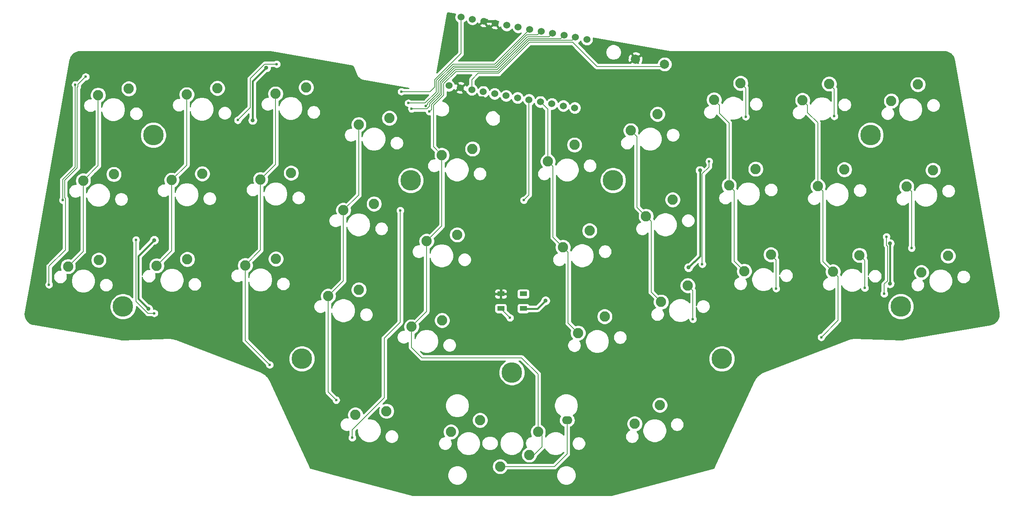
<source format=gtl>
%TF.GenerationSoftware,KiCad,Pcbnew,(5.1.9-0-10_14)*%
%TF.CreationDate,2021-04-02T11:44:49+09:00*%
%TF.ProjectId,reviung34,72657669-756e-4673-9334-2e6b69636164,1*%
%TF.SameCoordinates,Original*%
%TF.FileFunction,Copper,L1,Top*%
%TF.FilePolarity,Positive*%
%FSLAX46Y46*%
G04 Gerber Fmt 4.6, Leading zero omitted, Abs format (unit mm)*
G04 Created by KiCad (PCBNEW (5.1.9-0-10_14)) date 2021-04-02 11:44:49*
%MOMM*%
%LPD*%
G01*
G04 APERTURE LIST*
%TA.AperFunction,ComponentPad*%
%ADD10C,1.524000*%
%TD*%
%TA.AperFunction,ComponentPad*%
%ADD11C,2.250000*%
%TD*%
%TA.AperFunction,ComponentPad*%
%ADD12C,4.500000*%
%TD*%
%TA.AperFunction,ComponentPad*%
%ADD13C,2.000000*%
%TD*%
%TA.AperFunction,SMDPad,CuDef*%
%ADD14R,1.500000X1.000000*%
%TD*%
%TA.AperFunction,ComponentPad*%
%ADD15O,2.250000X1.750000*%
%TD*%
%TA.AperFunction,ViaPad*%
%ADD16C,0.600000*%
%TD*%
%TA.AperFunction,ViaPad*%
%ADD17C,0.900000*%
%TD*%
%TA.AperFunction,Conductor*%
%ADD18C,0.200000*%
%TD*%
%TA.AperFunction,Conductor*%
%ADD19C,0.600000*%
%TD*%
%TA.AperFunction,Conductor*%
%ADD20C,0.400000*%
%TD*%
%TA.AperFunction,Conductor*%
%ADD21C,0.254000*%
%TD*%
%TA.AperFunction,Conductor*%
%ADD22C,0.100000*%
%TD*%
G04 APERTURE END LIST*
D10*
%TO.P,U1,24*%
%TO.N,Net-(U1-Pad24)*%
X124130734Y-47208930D03*
%TO.P,U1,23*%
%TO.N,GND*%
X126632146Y-47649996D03*
%TO.P,U1,22*%
%TO.N,reset*%
X129133557Y-48091063D03*
%TO.P,U1,21*%
%TO.N,VCC*%
X131634969Y-48532129D03*
%TO.P,U1,20*%
%TO.N,row0*%
X134136381Y-48973195D03*
%TO.P,U1,19*%
%TO.N,row1*%
X136637792Y-49414262D03*
%TO.P,U1,18*%
%TO.N,row2*%
X139139204Y-49855328D03*
%TO.P,U1,17*%
%TO.N,row3*%
X141640616Y-50296395D03*
%TO.P,U1,16*%
%TO.N,col5*%
X144142027Y-50737461D03*
%TO.P,U1,15*%
%TO.N,col6*%
X146643439Y-51178527D03*
%TO.P,U1,14*%
%TO.N,col7*%
X149144851Y-51619594D03*
%TO.P,U1,13*%
%TO.N,col8*%
X151646262Y-52060660D03*
%TO.P,U1,12*%
%TO.N,Net-(U1-Pad12)*%
X154289188Y-37071886D03*
%TO.P,U1,11*%
%TO.N,col4*%
X151787776Y-36630820D03*
%TO.P,U1,10*%
%TO.N,col3*%
X149286364Y-36189753D03*
%TO.P,U1,9*%
%TO.N,col2*%
X146784953Y-35748687D03*
%TO.P,U1,8*%
%TO.N,col1*%
X144283541Y-35307621D03*
%TO.P,U1,7*%
%TO.N,col0*%
X141782129Y-34866554D03*
%TO.P,U1,6*%
%TO.N,Net-(U1-Pad6)*%
X139280718Y-34425488D03*
%TO.P,U1,5*%
%TO.N,Net-(U1-Pad5)*%
X136779306Y-33984421D03*
%TO.P,U1,4*%
%TO.N,GND*%
X134277894Y-33543355D03*
%TO.P,U1,3*%
X131776482Y-33102289D03*
%TO.P,U1,2*%
%TO.N,Net-(U1-Pad2)*%
X129275071Y-32661222D03*
%TO.P,U1,1*%
%TO.N,LED*%
X126773659Y-32220156D03*
%TD*%
D11*
%TO.P,SW21,2*%
%TO.N,Net-(D21-Pad2)*%
X187879279Y-46676110D03*
%TO.P,SW21,1*%
%TO.N,col7*%
X182066816Y-50280188D03*
%TD*%
D12*
%TO.P,H9,1*%
%TO.N,N/C*%
X222910000Y-95530000D03*
%TD*%
%TO.P,H8,1*%
%TO.N,N/C*%
X216320000Y-58020000D03*
%TD*%
%TO.P,H6,1*%
%TO.N,N/C*%
X160020000Y-67940000D03*
%TD*%
%TO.P,H7,1*%
%TO.N,N/C*%
X183800000Y-106980000D03*
%TD*%
%TO.P,H5,1*%
%TO.N,N/C*%
X137910000Y-109960000D03*
%TD*%
%TO.P,H3,1*%
%TO.N,N/C*%
X115800000Y-67940000D03*
%TD*%
%TO.P,H4,1*%
%TO.N,N/C*%
X92020000Y-106970000D03*
%TD*%
%TO.P,H2,1*%
%TO.N,N/C*%
X52920000Y-95540000D03*
%TD*%
%TO.P,H1,1*%
%TO.N,N/C*%
X59540000Y-58030000D03*
%TD*%
D11*
%TO.P,SW35,1*%
%TO.N,col4*%
X141680000Y-128000000D03*
%TO.P,SW35,2*%
%TO.N,Net-(D18-Pad2)*%
X135330000Y-130540000D03*
%TD*%
D13*
%TO.P,RESET1,1*%
%TO.N,reset*%
X171280625Y-42514357D03*
%TO.P,RESET1,2*%
%TO.N,GND*%
X164879375Y-41385643D03*
%TD*%
D14*
%TO.P,RGB9,3*%
%TO.N,GND*%
X135490000Y-92760000D03*
%TO.P,RGB9,4*%
%TO.N,Net-(RGB8-Pad2)*%
X135490000Y-95960000D03*
%TO.P,RGB9,2*%
%TO.N,Net-(RGB9-Pad2)*%
X140390000Y-92760000D03*
%TO.P,RGB9,1*%
%TO.N,VCC*%
X140390000Y-95960000D03*
%TD*%
D11*
%TO.P,SW1,1*%
%TO.N,col0*%
X47488949Y-49256989D03*
%TO.P,SW1,2*%
%TO.N,Net-(D1-Pad2)*%
X54183544Y-47858243D03*
%TD*%
%TO.P,SW2,1*%
%TO.N,col1*%
X66838949Y-49156989D03*
%TO.P,SW2,2*%
%TO.N,Net-(D2-Pad2)*%
X73533544Y-47758243D03*
%TD*%
%TO.P,SW3,1*%
%TO.N,col2*%
X86258949Y-48976989D03*
%TO.P,SW3,2*%
%TO.N,Net-(D3-Pad2)*%
X92953544Y-47578243D03*
%TD*%
%TO.P,SW4,1*%
%TO.N,col3*%
X104418949Y-55706989D03*
%TO.P,SW4,2*%
%TO.N,Net-(D4-Pad2)*%
X111113544Y-54308243D03*
%TD*%
%TO.P,SW5,2*%
%TO.N,Net-(D5-Pad2)*%
X129293544Y-61028243D03*
%TO.P,SW5,1*%
%TO.N,col4*%
X122598949Y-62426989D03*
%TD*%
%TO.P,SW6,1*%
%TO.N,col0*%
X44208949Y-67996989D03*
%TO.P,SW6,2*%
%TO.N,Net-(D6-Pad2)*%
X50903544Y-66598243D03*
%TD*%
%TO.P,SW7,1*%
%TO.N,col1*%
X63548949Y-67866989D03*
%TO.P,SW7,2*%
%TO.N,Net-(D7-Pad2)*%
X70243544Y-66468243D03*
%TD*%
%TO.P,SW8,1*%
%TO.N,col2*%
X82968949Y-67706989D03*
%TO.P,SW8,2*%
%TO.N,Net-(D8-Pad2)*%
X89663544Y-66308243D03*
%TD*%
%TO.P,SW9,1*%
%TO.N,col3*%
X101078949Y-74456989D03*
%TO.P,SW9,2*%
%TO.N,Net-(D9-Pad2)*%
X107773544Y-73058243D03*
%TD*%
%TO.P,SW10,1*%
%TO.N,col4*%
X119248949Y-81226989D03*
%TO.P,SW10,2*%
%TO.N,Net-(D10-Pad2)*%
X125943544Y-79828243D03*
%TD*%
%TO.P,SW11,1*%
%TO.N,col0*%
X40908949Y-86766989D03*
%TO.P,SW11,2*%
%TO.N,Net-(D11-Pad2)*%
X47603544Y-85368243D03*
%TD*%
%TO.P,SW12,1*%
%TO.N,col1*%
X60278949Y-86596989D03*
%TO.P,SW12,2*%
%TO.N,Net-(D12-Pad2)*%
X66973544Y-85198243D03*
%TD*%
%TO.P,SW13,1*%
%TO.N,col2*%
X79628949Y-86516989D03*
%TO.P,SW13,2*%
%TO.N,Net-(D13-Pad2)*%
X86323544Y-85118243D03*
%TD*%
%TO.P,SW14,1*%
%TO.N,col3*%
X97768949Y-93246989D03*
%TO.P,SW14,2*%
%TO.N,Net-(D14-Pad2)*%
X104463544Y-91848243D03*
%TD*%
%TO.P,SW15,2*%
%TO.N,Net-(D15-Pad2)*%
X122653544Y-98548243D03*
%TO.P,SW15,1*%
%TO.N,col4*%
X115958949Y-99946989D03*
%TD*%
%TO.P,SW16,2*%
%TO.N,Net-(D16-Pad2)*%
X110498252Y-118420497D03*
%TO.P,SW16,1*%
%TO.N,col2*%
X103707223Y-119230448D03*
%TD*%
%TO.P,SW17,2*%
%TO.N,Net-(D17-Pad2)*%
X130930000Y-120420000D03*
%TO.P,SW17,1*%
%TO.N,col3*%
X124580000Y-122960000D03*
%TD*%
D15*
%TO.P,SW18,2*%
%TO.N,Net-(D18-Pad2)*%
X149970000Y-120420000D03*
D11*
%TO.P,SW18,1*%
%TO.N,col4*%
X143620000Y-122960000D03*
%TD*%
%TO.P,SW19,1*%
%TO.N,col5*%
X145756816Y-63760188D03*
%TO.P,SW19,2*%
%TO.N,Net-(D19-Pad2)*%
X151569279Y-60156110D03*
%TD*%
%TO.P,SW20,2*%
%TO.N,Net-(D20-Pad2)*%
X169709279Y-53426110D03*
%TO.P,SW20,1*%
%TO.N,col6*%
X163896816Y-57030188D03*
%TD*%
%TO.P,SW22,2*%
%TO.N,Net-(D22-Pad2)*%
X207229279Y-46806110D03*
%TO.P,SW22,1*%
%TO.N,col8*%
X201416816Y-50410188D03*
%TD*%
%TO.P,SW23,2*%
%TO.N,Net-(D23-Pad2)*%
X154869279Y-78936110D03*
%TO.P,SW23,1*%
%TO.N,col5*%
X149056816Y-82540188D03*
%TD*%
%TO.P,SW24,2*%
%TO.N,Net-(D24-Pad2)*%
X173029279Y-72166110D03*
%TO.P,SW24,1*%
%TO.N,col6*%
X167216816Y-75770188D03*
%TD*%
%TO.P,SW25,2*%
%TO.N,Net-(D25-Pad2)*%
X191169279Y-65436110D03*
%TO.P,SW25,1*%
%TO.N,col7*%
X185356816Y-69040188D03*
%TD*%
%TO.P,SW26,2*%
%TO.N,Net-(D26-Pad2)*%
X210569279Y-65566110D03*
%TO.P,SW26,1*%
%TO.N,col8*%
X204756816Y-69170188D03*
%TD*%
%TO.P,SW27,2*%
%TO.N,Net-(D27-Pad2)*%
X158169279Y-97716110D03*
%TO.P,SW27,1*%
%TO.N,col5*%
X152356816Y-101320188D03*
%TD*%
%TO.P,SW28,2*%
%TO.N,Net-(D28-Pad2)*%
X176319279Y-90936110D03*
%TO.P,SW28,1*%
%TO.N,col6*%
X170506816Y-94540188D03*
%TD*%
%TO.P,SW29,2*%
%TO.N,Net-(D29-Pad2)*%
X194489279Y-84176110D03*
%TO.P,SW29,1*%
%TO.N,col7*%
X188676816Y-87780188D03*
%TD*%
%TO.P,SW30,2*%
%TO.N,Net-(D30-Pad2)*%
X213869279Y-84306110D03*
%TO.P,SW30,1*%
%TO.N,col8*%
X208056816Y-87910188D03*
%TD*%
%TO.P,SW31,1*%
%TO.N,col5*%
X220816816Y-50550188D03*
%TO.P,SW31,2*%
%TO.N,Net-(D31-Pad2)*%
X226629279Y-46946110D03*
%TD*%
%TO.P,SW32,2*%
%TO.N,Net-(D32-Pad2)*%
X229939279Y-65686110D03*
%TO.P,SW32,1*%
%TO.N,col6*%
X224126816Y-69290188D03*
%TD*%
%TO.P,SW33,1*%
%TO.N,col7*%
X227396816Y-88070188D03*
%TO.P,SW33,2*%
%TO.N,Net-(D33-Pad2)*%
X233209279Y-84466110D03*
%TD*%
%TO.P,SW34,2*%
%TO.N,Net-(D34-Pad2)*%
X170228651Y-117095696D03*
%TO.P,SW34,1*%
%TO.N,col8*%
X164752422Y-121192649D03*
%TD*%
D16*
%TO.N,row1*%
X42500000Y-47000000D03*
X39750000Y-72250000D03*
%TO.N,row2*%
X36750000Y-90750000D03*
X44750000Y-45250000D03*
%TO.N,row3*%
X103000000Y-124250000D03*
X140500000Y-72250000D03*
X113500000Y-74500000D03*
%TO.N,Net-(D21-Pad2)*%
X189008034Y-53991966D03*
%TO.N,Net-(D22-Pad2)*%
X208348034Y-53901966D03*
%TO.N,Net-(D28-Pad2)*%
X177458034Y-98291966D03*
%TO.N,Net-(D29-Pad2)*%
X195648034Y-91601966D03*
%TO.N,Net-(D30-Pad2)*%
X215018034Y-91481966D03*
%TO.N,GND*%
X125100000Y-36100000D03*
X122875000Y-42800000D03*
X220100000Y-69075000D03*
X221175000Y-79275000D03*
X223300000Y-88975000D03*
X202825000Y-91400000D03*
X187200000Y-97700000D03*
X183775000Y-92700000D03*
X176100000Y-102550000D03*
X142000000Y-110125000D03*
X133000000Y-110175000D03*
X95550000Y-107000000D03*
X88600000Y-97800000D03*
X78250000Y-46650000D03*
X98925000Y-54325000D03*
X117325000Y-59925000D03*
X108200000Y-54925000D03*
X89700000Y-48175000D03*
X157100000Y-51175000D03*
X165300000Y-49675000D03*
X173725000Y-50800000D03*
X180675000Y-60175000D03*
X195775000Y-51225000D03*
X190775000Y-58550000D03*
X196650000Y-56125000D03*
X67175000Y-67050000D03*
X51075000Y-48300000D03*
X61250000Y-48525000D03*
X57125000Y-66875000D03*
X165400000Y-112900000D03*
X163025000Y-115575000D03*
X182625000Y-101200000D03*
X43175000Y-41375000D03*
X33225000Y-97600000D03*
X71300000Y-100800000D03*
X81850000Y-41100000D03*
X95025000Y-129350000D03*
X118825000Y-134950000D03*
X156950000Y-134950000D03*
X180700000Y-129375000D03*
X242625000Y-97625000D03*
X204525000Y-100800000D03*
X232675000Y-41400000D03*
X193950000Y-41100000D03*
X142925000Y-42175000D03*
X152925000Y-44300000D03*
X57500000Y-81750000D03*
%TO.N,LED*%
X78000000Y-54750000D03*
X113750000Y-48500000D03*
X86500000Y-42500000D03*
D17*
%TO.N,VCC*%
X81240616Y-54759384D03*
X84250000Y-43250000D03*
X59750000Y-81000000D03*
X58478560Y-96021440D03*
X220500000Y-81750000D03*
X220500000Y-90500000D03*
X179000000Y-65750000D03*
X176500000Y-87000000D03*
X145250000Y-94250000D03*
D16*
%TO.N,Net-(RGB2-Pad2)*%
X55750000Y-80946072D03*
X59750000Y-97000000D03*
%TO.N,Net-(RGB6-Pad2)*%
X219750000Y-80250000D03*
X219250000Y-92750000D03*
%TO.N,Net-(RGB8-Pad2)*%
X179500000Y-86250000D03*
X181000000Y-63750000D03*
X137500000Y-98000000D03*
%TO.N,col0*%
X115274999Y-51024999D03*
%TO.N,col1*%
X119125000Y-51625000D03*
%TO.N,col2*%
X116000000Y-52250000D03*
X84967151Y-108282849D03*
%TO.N,col3*%
X119875000Y-52875000D03*
X99500000Y-116000000D03*
%TO.N,col6*%
X225250000Y-82750000D03*
%TO.N,col8*%
X205500000Y-102250000D03*
%TD*%
D18*
%TO.N,row1*%
X42500000Y-47000000D02*
X42500000Y-65000000D01*
X42500000Y-65000000D02*
X39750000Y-67750000D01*
X39750000Y-67750000D02*
X39750000Y-72250000D01*
X39750000Y-72250000D02*
X39750000Y-72250000D01*
%TO.N,row2*%
X36750000Y-90750000D02*
X36750000Y-90750000D01*
X40350001Y-71899999D02*
X40350001Y-83149999D01*
X40150010Y-71700008D02*
X40350001Y-71899999D01*
X40150010Y-67915688D02*
X40150010Y-71700008D01*
X36750000Y-86750000D02*
X36750000Y-90750000D01*
X40350001Y-83149999D02*
X36750000Y-86750000D01*
X42900010Y-65165689D02*
X40150010Y-67915688D01*
X44750000Y-45250000D02*
X43100001Y-46899999D01*
X43100001Y-47399999D02*
X42900010Y-47599990D01*
X43100001Y-46899999D02*
X43100001Y-47399999D01*
X42900010Y-47599990D02*
X42900010Y-49150010D01*
X42900010Y-49150010D02*
X42900010Y-65165689D01*
X42900010Y-48500000D02*
X42900010Y-49150010D01*
%TO.N,row3*%
X103000000Y-124250000D02*
X103000000Y-122500000D01*
X103000000Y-122500000D02*
X110000000Y-115500000D01*
X141640616Y-70390616D02*
X141640616Y-71109384D01*
X141640616Y-50296395D02*
X141640616Y-70390616D01*
X141640616Y-71109384D02*
X140500000Y-72250000D01*
X140500000Y-72250000D02*
X140500000Y-72250000D01*
X113500000Y-74500000D02*
X113500000Y-99000000D01*
X110000000Y-102500000D02*
X110000000Y-115500000D01*
X113500000Y-99000000D02*
X110000000Y-102500000D01*
%TO.N,Net-(D18-Pad2)*%
X149970000Y-120340000D02*
X149970000Y-127780000D01*
X147210000Y-130540000D02*
X140290000Y-130540000D01*
X149970000Y-127780000D02*
X147210000Y-130540000D01*
X140290000Y-130540000D02*
X135330000Y-130540000D01*
%TO.N,Net-(D21-Pad2)*%
X189008034Y-47804865D02*
X187879279Y-46676110D01*
X189008034Y-53991966D02*
X189008034Y-47804865D01*
%TO.N,Net-(D22-Pad2)*%
X208348034Y-47924865D02*
X207229279Y-46806110D01*
X208348034Y-53901966D02*
X208348034Y-47924865D01*
%TO.N,Net-(D28-Pad2)*%
X177458034Y-92074865D02*
X176319279Y-90936110D01*
X177458034Y-98291966D02*
X177458034Y-92074865D01*
%TO.N,Net-(D29-Pad2)*%
X195648034Y-85334865D02*
X194489279Y-84176110D01*
X195648034Y-91601966D02*
X195648034Y-85334865D01*
%TO.N,Net-(D30-Pad2)*%
X215018034Y-85454865D02*
X213869279Y-84306110D01*
X215018034Y-91481966D02*
X215018034Y-85454865D01*
%TO.N,reset*%
X171096788Y-42698194D02*
X171280625Y-42514357D01*
X134974446Y-44502731D02*
X141769945Y-37707230D01*
X129133557Y-48091063D02*
X129133557Y-45869174D01*
X129133557Y-45869174D02*
X130500000Y-44502731D01*
X141769945Y-37707230D02*
X151207230Y-37707230D01*
X130500000Y-44502731D02*
X134974446Y-44502731D01*
X171280625Y-42514357D02*
X170794982Y-43000000D01*
X156500000Y-43000000D02*
X151207230Y-37707230D01*
X170794982Y-43000000D02*
X156500000Y-43000000D01*
D19*
%TO.N,GND*%
X133836828Y-33102289D02*
X134277894Y-33543355D01*
X131776482Y-33102289D02*
X133836828Y-33102289D01*
X135490000Y-53631998D02*
X131652132Y-49794130D01*
X128776280Y-49794130D02*
X126632146Y-47649996D01*
X131652132Y-49794130D02*
X128776280Y-49794130D01*
X135490000Y-92760000D02*
X135490000Y-53631998D01*
D18*
%TO.N,LED*%
X126773659Y-40165750D02*
X120999950Y-45939458D01*
X126773659Y-32220156D02*
X126773659Y-40165750D01*
X120999950Y-45939458D02*
X120999950Y-47500050D01*
X120999950Y-47500050D02*
X120000000Y-48500000D01*
X120000000Y-48500000D02*
X113750000Y-48500000D01*
X113750000Y-48500000D02*
X113750000Y-48500000D01*
X78000000Y-54750000D02*
X80740606Y-52009394D01*
X80740606Y-45649392D02*
X83889998Y-42500000D01*
X80740606Y-52009394D02*
X80740606Y-45649392D01*
X83889998Y-42500000D02*
X86500000Y-42500000D01*
X86500000Y-42500000D02*
X86500000Y-42500000D01*
D20*
%TO.N,VCC*%
X81240616Y-54759384D02*
X81240616Y-46259384D01*
X81240616Y-46259384D02*
X84250000Y-43250000D01*
X84250000Y-43250000D02*
X84250000Y-43250000D01*
X59750000Y-81000000D02*
X56250000Y-84500000D01*
X56250000Y-84500000D02*
X56250000Y-93792880D01*
X56250000Y-93792880D02*
X58478560Y-96021440D01*
X220500000Y-81750000D02*
X220500000Y-90500000D01*
X220500000Y-90500000D02*
X220500000Y-90500000D01*
X179000000Y-65750000D02*
X179000000Y-82500000D01*
X179000000Y-82500000D02*
X179000000Y-84500000D01*
X179000000Y-84500000D02*
X176500000Y-87000000D01*
X176500000Y-87000000D02*
X176500000Y-87000000D01*
X140390000Y-95960000D02*
X140790000Y-95960000D01*
X140430000Y-96000000D02*
X140390000Y-95960000D01*
X143500000Y-96000000D02*
X140430000Y-96000000D01*
X145250000Y-94250000D02*
X143500000Y-96000000D01*
D18*
%TO.N,Net-(RGB2-Pad2)*%
X55750000Y-80946072D02*
X55750000Y-94000000D01*
X55750000Y-94402882D02*
X58347118Y-97000000D01*
X55750000Y-94000000D02*
X55750000Y-94402882D01*
X58347118Y-97000000D02*
X59750000Y-97000000D01*
X59750000Y-97000000D02*
X59750000Y-97000000D01*
%TO.N,Net-(RGB6-Pad2)*%
X219750000Y-80250000D02*
X219749999Y-82110001D01*
X219749999Y-82110001D02*
X219999990Y-82359992D01*
X219999990Y-89890008D02*
X219250000Y-90639998D01*
X219999990Y-82359992D02*
X219999990Y-89890008D01*
X219250000Y-90639998D02*
X219250000Y-92750000D01*
X219250000Y-92750000D02*
X219250000Y-92750000D01*
%TO.N,Net-(RGB8-Pad2)*%
X179500000Y-86250000D02*
X179500000Y-66500000D01*
X179500000Y-66500000D02*
X181000000Y-65000000D01*
X181000000Y-65000000D02*
X181000000Y-63750000D01*
X181000000Y-63750000D02*
X181000000Y-63750000D01*
X135490000Y-95960000D02*
X135490000Y-95990000D01*
X135490000Y-95990000D02*
X137500000Y-98000000D01*
X137500000Y-98000000D02*
X137500000Y-98000000D01*
%TO.N,col0*%
X44208949Y-83466989D02*
X40908949Y-86766989D01*
X44208949Y-67996989D02*
X44208949Y-83466989D01*
X47488949Y-64716989D02*
X44208949Y-67996989D01*
X47488949Y-49256989D02*
X47488949Y-64716989D01*
X121399960Y-46105147D02*
X121399960Y-48587248D01*
X134146002Y-42502681D02*
X125002426Y-42502681D01*
X125002426Y-42502681D02*
X121399960Y-46105147D01*
X141782129Y-34866554D02*
X134146002Y-42502681D01*
X118962209Y-51024999D02*
X115274999Y-51024999D01*
X121399960Y-48587248D02*
X118962209Y-51024999D01*
X115274999Y-51024999D02*
X115274999Y-51024999D01*
%TO.N,col1*%
X63548949Y-83326989D02*
X60278949Y-86596989D01*
X63548949Y-67866989D02*
X63548949Y-83326989D01*
X66838949Y-64576989D02*
X63548949Y-67866989D01*
X66838949Y-49156989D02*
X66838949Y-64576989D01*
X141107191Y-36107190D02*
X134311691Y-42902691D01*
X134311691Y-42902691D02*
X134311689Y-42902689D01*
X121799970Y-46270835D02*
X121799970Y-48752936D01*
X125168116Y-42902689D02*
X121799970Y-46270835D01*
X134311689Y-42902689D02*
X125168116Y-42902689D01*
X143483972Y-36107190D02*
X141107191Y-36107190D01*
X144283541Y-35307621D02*
X143483972Y-36107190D01*
X119549970Y-51002934D02*
X119549970Y-51200030D01*
X121799970Y-48752936D02*
X119901453Y-50651453D01*
X119901453Y-50651453D02*
X119549970Y-51002934D01*
X119549970Y-51200030D02*
X119125000Y-51625000D01*
%TO.N,col2*%
X82968949Y-83176989D02*
X79628949Y-86516989D01*
X82968949Y-67706989D02*
X82968949Y-83176989D01*
X86258949Y-64416989D02*
X82968949Y-67706989D01*
X86258949Y-48976989D02*
X86258949Y-64416989D01*
X146026440Y-36507200D02*
X146784953Y-35748687D01*
X141272880Y-36507200D02*
X146026440Y-36507200D01*
X134477380Y-43302701D02*
X141272880Y-36507200D01*
X125333803Y-43302701D02*
X134477380Y-43302701D01*
X122199980Y-46436524D02*
X125333803Y-43302701D01*
X122199980Y-48918624D02*
X122199980Y-46436524D01*
X120184301Y-50934302D02*
X119949980Y-51168623D01*
X120184302Y-50934302D02*
X120184301Y-50934302D01*
X120309302Y-50809302D02*
X119949980Y-51168623D01*
X120184302Y-50934302D02*
X120309302Y-50809302D01*
X120309302Y-50809302D02*
X122199980Y-48918624D01*
X119949980Y-51688022D02*
X119388002Y-52250000D01*
X119949980Y-51168623D02*
X119949980Y-51688022D01*
X119388002Y-52250000D02*
X116000000Y-52250000D01*
X116000000Y-52250000D02*
X116000000Y-52250000D01*
X79628949Y-102944647D02*
X79628949Y-102628949D01*
X84967151Y-108282849D02*
X79628949Y-102944647D01*
X79628949Y-86516989D02*
X79628949Y-102628949D01*
%TO.N,col3*%
X101078949Y-89936989D02*
X97768949Y-93246989D01*
X101078949Y-74456989D02*
X101078949Y-89936989D01*
X104418949Y-71116989D02*
X101078949Y-74456989D01*
X104418949Y-55706989D02*
X104418949Y-71116989D01*
X148568907Y-36907210D02*
X149286364Y-36189753D01*
X141438569Y-36907210D02*
X148568907Y-36907210D01*
X134643068Y-43702711D02*
X141438569Y-36907210D01*
X125499492Y-43702711D02*
X134643068Y-43702711D01*
X122599990Y-46602213D02*
X125499492Y-43702711D01*
X122599990Y-49084312D02*
X122599990Y-46602213D01*
X120467151Y-51217151D02*
X120349992Y-51334310D01*
X119875000Y-52875000D02*
X120349990Y-52400010D01*
X120349990Y-52400010D02*
X120349990Y-51334312D01*
X120349990Y-51334312D02*
X120717151Y-50967151D01*
X120717151Y-50967151D02*
X122599990Y-49084312D01*
X120467151Y-51217151D02*
X120717151Y-50967151D01*
X97768949Y-93246989D02*
X97768949Y-114268949D01*
X97768949Y-114268949D02*
X99500000Y-116000000D01*
X99500000Y-116000000D02*
X99500000Y-116000000D01*
%TO.N,col4*%
X119248949Y-96656989D02*
X115958949Y-99946989D01*
X119248949Y-81226989D02*
X119248949Y-96656989D01*
X122598949Y-77876989D02*
X119248949Y-81226989D01*
X122598949Y-62426989D02*
X122598949Y-77876989D01*
X151787776Y-36630820D02*
X151111376Y-37307220D01*
X151111376Y-37307220D02*
X141604257Y-37307220D01*
X141604257Y-37307220D02*
X134808757Y-44102721D01*
X125665181Y-44102721D02*
X123000000Y-46767902D01*
X134808757Y-44102721D02*
X125665181Y-44102721D01*
X123000000Y-46767902D02*
X123000000Y-49250000D01*
X123000000Y-49250000D02*
X120750000Y-51500000D01*
X120750000Y-60578040D02*
X122598949Y-62426989D01*
X120750000Y-51500000D02*
X120750000Y-60578040D01*
X116000000Y-99988040D02*
X115958949Y-99946989D01*
X115958949Y-99946989D02*
X115958949Y-104458949D01*
X115958949Y-104458949D02*
X118250000Y-106750000D01*
X118250000Y-106750000D02*
X140000000Y-106750000D01*
X140000000Y-106750000D02*
X143620000Y-110370000D01*
X143620000Y-122880000D02*
X143620000Y-110370000D01*
X143620000Y-122880000D02*
X144500000Y-123760000D01*
X144500000Y-123760000D02*
X144500000Y-126250000D01*
X142750000Y-128000000D02*
X141680000Y-128000000D01*
X144500000Y-126250000D02*
X142750000Y-128000000D01*
%TO.N,col5*%
X150181815Y-83665187D02*
X149056816Y-82540188D01*
X150181815Y-99145187D02*
X150181815Y-83665187D01*
X152356816Y-101320188D02*
X150181815Y-99145187D01*
X146881815Y-64885187D02*
X145756816Y-63760188D01*
X146881815Y-80365187D02*
X146881815Y-64885187D01*
X149056816Y-82540188D02*
X146881815Y-80365187D01*
X145756816Y-52352250D02*
X144142027Y-50737461D01*
X145756816Y-63760188D02*
X145756816Y-52352250D01*
%TO.N,col6*%
X167216816Y-75770188D02*
X165250000Y-73803372D01*
X165250000Y-58383372D02*
X163896816Y-57030188D01*
X165250000Y-73803372D02*
X165250000Y-58383372D01*
X168341815Y-76895187D02*
X167216816Y-75770188D01*
X168341815Y-92375187D02*
X168341815Y-76895187D01*
X170506816Y-94540188D02*
X168341815Y-92375187D01*
X225250000Y-70413372D02*
X224126816Y-69290188D01*
X225250000Y-82750000D02*
X225250000Y-70413372D01*
%TO.N,col7*%
X185356816Y-55362770D02*
X183250000Y-53255954D01*
X185356816Y-69040188D02*
X185356816Y-55362770D01*
X183250000Y-51463372D02*
X182066816Y-50280188D01*
X183250000Y-53255954D02*
X183250000Y-51463372D01*
X186481815Y-85585187D02*
X186481815Y-70165187D01*
X186481815Y-70165187D02*
X185356816Y-69040188D01*
X188676816Y-87780188D02*
X186481815Y-85585187D01*
%TO.N,col8*%
X202500000Y-51493372D02*
X201416816Y-50410188D01*
X202500000Y-53084362D02*
X202500000Y-51493372D01*
X204756816Y-55341178D02*
X202500000Y-53084362D01*
X204756816Y-69170188D02*
X204756816Y-55341178D01*
X205881815Y-70295187D02*
X204756816Y-69170188D01*
X205881815Y-85735187D02*
X205881815Y-70295187D01*
X208056816Y-87910188D02*
X205881815Y-85735187D01*
X209181815Y-89035187D02*
X209181815Y-98568185D01*
X208056816Y-87910188D02*
X209181815Y-89035187D01*
X209181815Y-98568185D02*
X205500000Y-102250000D01*
X205500000Y-102250000D02*
X205500000Y-102250000D01*
%TO.N,Net-(RGB9-Pad2)*%
X140390000Y-92760000D02*
X140740000Y-92760000D01*
%TD*%
D21*
%TO.N,GND*%
X172441598Y-39712984D02*
X172499887Y-39717388D01*
X172557966Y-39723903D01*
X172568228Y-39723975D01*
X232333525Y-39723975D01*
X232554612Y-39733861D01*
X232753996Y-39760742D01*
X232947709Y-39804605D01*
X233135083Y-39864745D01*
X233315417Y-39940498D01*
X233487841Y-40031163D01*
X233651489Y-40136045D01*
X233805417Y-40254389D01*
X233948699Y-40385431D01*
X234080399Y-40528372D01*
X234199639Y-40682443D01*
X234305545Y-40846861D01*
X234397319Y-41020960D01*
X234474153Y-41204109D01*
X234535247Y-41395786D01*
X234583381Y-41611806D01*
X244314887Y-96810104D01*
X244346011Y-97059647D01*
X244351257Y-97286917D01*
X244334028Y-97509783D01*
X244295257Y-97727346D01*
X244235812Y-97938497D01*
X244156539Y-98142008D01*
X244058332Y-98336494D01*
X243942127Y-98520522D01*
X243808910Y-98692649D01*
X243659722Y-98851428D01*
X243495579Y-98995499D01*
X243317479Y-99123550D01*
X243126282Y-99234366D01*
X242922727Y-99326756D01*
X242707359Y-99399527D01*
X242463033Y-99455406D01*
X223482975Y-102754935D01*
X223330716Y-102776465D01*
X223172474Y-102788204D01*
X223002035Y-102788964D01*
X212888870Y-102481930D01*
X212888783Y-102481936D01*
X212879731Y-102481710D01*
X212805041Y-102480372D01*
X212791889Y-102481424D01*
X212778743Y-102480372D01*
X212768483Y-102480626D01*
X212544977Y-102487743D01*
X212522868Y-102490624D01*
X212500585Y-102490504D01*
X212490374Y-102491521D01*
X212268425Y-102515207D01*
X212246625Y-102519718D01*
X212224420Y-102521253D01*
X212214312Y-102523027D01*
X211994838Y-102563128D01*
X211973430Y-102569248D01*
X211951393Y-102572431D01*
X211941445Y-102574952D01*
X211725362Y-102631312D01*
X211704425Y-102639023D01*
X211682642Y-102643848D01*
X211672909Y-102647102D01*
X211461137Y-102719565D01*
X211453297Y-102723136D01*
X211444968Y-102725310D01*
X211435364Y-102728925D01*
X192896925Y-109855299D01*
X192893508Y-109857012D01*
X192889838Y-109858066D01*
X192880324Y-109861913D01*
X192745346Y-109917603D01*
X192730155Y-109925687D01*
X192713939Y-109931428D01*
X192704676Y-109935845D01*
X192508671Y-110031001D01*
X192490288Y-110042264D01*
X192470542Y-110050911D01*
X192461623Y-110055988D01*
X192273922Y-110164572D01*
X192256487Y-110177077D01*
X192237511Y-110187076D01*
X192228982Y-110192782D01*
X192050207Y-110314215D01*
X192033785Y-110327891D01*
X192015649Y-110339184D01*
X192007552Y-110345489D01*
X191838321Y-110479189D01*
X191822955Y-110493982D01*
X191805712Y-110506522D01*
X191798088Y-110513392D01*
X191639024Y-110658778D01*
X191624765Y-110674630D01*
X191608473Y-110688370D01*
X191601363Y-110695770D01*
X191453083Y-110852263D01*
X191439982Y-110869119D01*
X191424690Y-110884023D01*
X191418130Y-110891915D01*
X191281257Y-111058933D01*
X191269362Y-111076745D01*
X191255140Y-111092762D01*
X191249166Y-111101106D01*
X191124319Y-111278067D01*
X191113686Y-111296782D01*
X191100600Y-111313864D01*
X191095245Y-111322618D01*
X190983044Y-111508944D01*
X190973740Y-111528489D01*
X190961862Y-111546580D01*
X190957157Y-111555700D01*
X190858223Y-111750811D01*
X190855213Y-111758537D01*
X190850918Y-111765628D01*
X190846548Y-111774913D01*
X182112447Y-130677001D01*
X182112400Y-130677136D01*
X182111229Y-130679650D01*
X182086664Y-130733371D01*
X182047784Y-130791308D01*
X182010066Y-130828260D01*
X181965576Y-130856843D01*
X181878845Y-130890000D01*
X159618376Y-136854783D01*
X116248224Y-136854783D01*
X98947225Y-132232357D01*
X123804750Y-132232357D01*
X123804750Y-132657643D01*
X123887720Y-133074757D01*
X124050469Y-133467670D01*
X124286746Y-133821282D01*
X124587468Y-134122004D01*
X124941080Y-134358281D01*
X125333993Y-134521030D01*
X125751107Y-134604000D01*
X126176393Y-134604000D01*
X126593507Y-134521030D01*
X126986420Y-134358281D01*
X127340032Y-134122004D01*
X127640754Y-133821282D01*
X127877031Y-133467670D01*
X128039780Y-133074757D01*
X128122750Y-132657643D01*
X128122750Y-132232357D01*
X128039780Y-131815243D01*
X127877031Y-131422330D01*
X127640754Y-131068718D01*
X127340032Y-130767996D01*
X126986420Y-130531719D01*
X126593507Y-130368970D01*
X126176393Y-130286000D01*
X125751107Y-130286000D01*
X125333993Y-130368970D01*
X124941080Y-130531719D01*
X124587468Y-130767996D01*
X124286746Y-131068718D01*
X124050469Y-131422330D01*
X123887720Y-131815243D01*
X123804750Y-132232357D01*
X98947225Y-132232357D01*
X93989605Y-130907796D01*
X93954295Y-130896075D01*
X93892518Y-130863707D01*
X93851706Y-130830218D01*
X93818483Y-130789103D01*
X93765739Y-130686238D01*
X89390779Y-121206477D01*
X100313097Y-121206477D01*
X100313097Y-121503921D01*
X100371126Y-121795650D01*
X100484953Y-122070452D01*
X100650204Y-122317768D01*
X100860528Y-122528092D01*
X101107844Y-122693343D01*
X101382646Y-122807170D01*
X101674375Y-122865199D01*
X101971819Y-122865199D01*
X102263548Y-122807170D01*
X102265001Y-122806568D01*
X102265000Y-123667049D01*
X102171414Y-123807111D01*
X102100932Y-123977271D01*
X102065000Y-124157911D01*
X102065000Y-124342089D01*
X102100932Y-124522729D01*
X102171414Y-124692889D01*
X102273738Y-124846028D01*
X102403972Y-124976262D01*
X102557111Y-125078586D01*
X102727271Y-125149068D01*
X102907911Y-125185000D01*
X103092089Y-125185000D01*
X103272729Y-125149068D01*
X103442889Y-125078586D01*
X103596028Y-124976262D01*
X103726262Y-124846028D01*
X103828586Y-124692889D01*
X103899068Y-124522729D01*
X103935000Y-124342089D01*
X103935000Y-124157911D01*
X103899068Y-123977271D01*
X103828586Y-123807111D01*
X103735000Y-123667049D01*
X103735000Y-122804446D01*
X104101100Y-122438346D01*
X104101100Y-122928924D01*
X104202127Y-123436822D01*
X104400299Y-123915251D01*
X104688000Y-124345826D01*
X105054174Y-124712000D01*
X105484749Y-124999701D01*
X105963178Y-125197873D01*
X106471076Y-125298900D01*
X106988924Y-125298900D01*
X107496822Y-125197873D01*
X107975251Y-124999701D01*
X108405826Y-124712000D01*
X108772000Y-124345826D01*
X109059701Y-123915251D01*
X109092495Y-123836079D01*
X110126903Y-123836079D01*
X110126903Y-124133523D01*
X110184932Y-124425252D01*
X110298759Y-124700054D01*
X110464010Y-124947370D01*
X110674334Y-125157694D01*
X110921650Y-125322945D01*
X111196452Y-125436772D01*
X111488181Y-125494801D01*
X111785625Y-125494801D01*
X112077354Y-125436772D01*
X112283754Y-125351278D01*
X121800000Y-125351278D01*
X121800000Y-125648722D01*
X121858029Y-125940451D01*
X121971856Y-126215253D01*
X122137107Y-126462569D01*
X122347431Y-126672893D01*
X122594747Y-126838144D01*
X122869549Y-126951971D01*
X123161278Y-127010000D01*
X123458722Y-127010000D01*
X123750451Y-126951971D01*
X124025253Y-126838144D01*
X124272569Y-126672893D01*
X124482893Y-126462569D01*
X124648144Y-126215253D01*
X124761971Y-125940451D01*
X124820000Y-125648722D01*
X124820000Y-125351278D01*
X124798080Y-125241076D01*
X125761100Y-125241076D01*
X125761100Y-125758924D01*
X125862127Y-126266822D01*
X126060299Y-126745251D01*
X126348000Y-127175826D01*
X126714174Y-127542000D01*
X127144749Y-127829701D01*
X127623178Y-128027873D01*
X128131076Y-128128900D01*
X128648924Y-128128900D01*
X129156822Y-128027873D01*
X129635251Y-127829701D01*
X130065826Y-127542000D01*
X130432000Y-127175826D01*
X130719701Y-126745251D01*
X130917873Y-126266822D01*
X131018900Y-125758924D01*
X131018900Y-125440000D01*
X131267573Y-125440000D01*
X131297210Y-125740913D01*
X131384983Y-126030261D01*
X131527519Y-126296927D01*
X131719339Y-126530661D01*
X131953073Y-126722481D01*
X132219739Y-126865017D01*
X132509087Y-126952790D01*
X132734592Y-126975000D01*
X133485408Y-126975000D01*
X133710913Y-126952790D01*
X134000261Y-126865017D01*
X134266927Y-126722481D01*
X134500661Y-126530661D01*
X134692481Y-126296927D01*
X134835017Y-126030261D01*
X134922790Y-125740913D01*
X134952427Y-125440000D01*
X134928896Y-125201076D01*
X135241100Y-125201076D01*
X135241100Y-125718924D01*
X135342127Y-126226822D01*
X135540299Y-126705251D01*
X135828000Y-127135826D01*
X136194174Y-127502000D01*
X136624749Y-127789701D01*
X137103178Y-127987873D01*
X137611076Y-128088900D01*
X138128924Y-128088900D01*
X138636822Y-127987873D01*
X139115251Y-127789701D01*
X139545826Y-127502000D01*
X139912000Y-127135826D01*
X140199701Y-126705251D01*
X140397873Y-126226822D01*
X140498900Y-125718924D01*
X140498900Y-125201076D01*
X140397873Y-124693178D01*
X140199701Y-124214749D01*
X139912000Y-123784174D01*
X139545826Y-123418000D01*
X139115251Y-123130299D01*
X138636822Y-122932127D01*
X138128924Y-122831100D01*
X137611076Y-122831100D01*
X137103178Y-122932127D01*
X136624749Y-123130299D01*
X136194174Y-123418000D01*
X135828000Y-123784174D01*
X135540299Y-124214749D01*
X135342127Y-124693178D01*
X135241100Y-125201076D01*
X134928896Y-125201076D01*
X134922790Y-125139087D01*
X134835017Y-124849739D01*
X134692481Y-124583073D01*
X134500661Y-124349339D01*
X134266927Y-124157519D01*
X134000261Y-124014983D01*
X133710913Y-123927210D01*
X133485408Y-123905000D01*
X132734592Y-123905000D01*
X132509087Y-123927210D01*
X132219739Y-124014983D01*
X131953073Y-124157519D01*
X131719339Y-124349339D01*
X131527519Y-124583073D01*
X131384983Y-124849739D01*
X131297210Y-125139087D01*
X131267573Y-125440000D01*
X131018900Y-125440000D01*
X131018900Y-125241076D01*
X130917873Y-124733178D01*
X130719701Y-124254749D01*
X130432000Y-123824174D01*
X130065826Y-123458000D01*
X129635251Y-123170299D01*
X129156822Y-122972127D01*
X128648924Y-122871100D01*
X128131076Y-122871100D01*
X127623178Y-122972127D01*
X127144749Y-123170299D01*
X126714174Y-123458000D01*
X126348000Y-123824174D01*
X126060299Y-124254749D01*
X125862127Y-124733178D01*
X125761100Y-125241076D01*
X124798080Y-125241076D01*
X124761971Y-125059549D01*
X124648144Y-124784747D01*
X124604882Y-124720000D01*
X124753345Y-124720000D01*
X125093373Y-124652364D01*
X125413673Y-124519692D01*
X125701935Y-124327081D01*
X125947081Y-124081935D01*
X126139692Y-123793673D01*
X126272364Y-123473373D01*
X126340000Y-123133345D01*
X126340000Y-122786655D01*
X126272364Y-122446627D01*
X126139692Y-122126327D01*
X125947081Y-121838065D01*
X125701935Y-121592919D01*
X125413673Y-121400308D01*
X125093373Y-121267636D01*
X124753345Y-121200000D01*
X124406655Y-121200000D01*
X124066627Y-121267636D01*
X123746327Y-121400308D01*
X123458065Y-121592919D01*
X123212919Y-121838065D01*
X123020308Y-122126327D01*
X122887636Y-122446627D01*
X122820000Y-122786655D01*
X122820000Y-123133345D01*
X122887636Y-123473373D01*
X123020308Y-123793673D01*
X123152638Y-123991719D01*
X122869549Y-124048029D01*
X122594747Y-124161856D01*
X122347431Y-124327107D01*
X122137107Y-124537431D01*
X121971856Y-124784747D01*
X121858029Y-125059549D01*
X121800000Y-125351278D01*
X112283754Y-125351278D01*
X112352156Y-125322945D01*
X112599472Y-125157694D01*
X112809796Y-124947370D01*
X112975047Y-124700054D01*
X113088874Y-124425252D01*
X113146903Y-124133523D01*
X113146903Y-123836079D01*
X113088874Y-123544350D01*
X112975047Y-123269548D01*
X112809796Y-123022232D01*
X112599472Y-122811908D01*
X112352156Y-122646657D01*
X112077354Y-122532830D01*
X111785625Y-122474801D01*
X111488181Y-122474801D01*
X111196452Y-122532830D01*
X110921650Y-122646657D01*
X110674334Y-122811908D01*
X110464010Y-123022232D01*
X110298759Y-123269548D01*
X110184932Y-123544350D01*
X110126903Y-123836079D01*
X109092495Y-123836079D01*
X109257873Y-123436822D01*
X109358900Y-122928924D01*
X109358900Y-122411076D01*
X109257873Y-121903178D01*
X109059701Y-121424749D01*
X108772000Y-120994174D01*
X108405826Y-120628000D01*
X107975251Y-120340299D01*
X107749175Y-120246655D01*
X129170000Y-120246655D01*
X129170000Y-120593345D01*
X129237636Y-120933373D01*
X129370308Y-121253673D01*
X129562919Y-121541935D01*
X129808065Y-121787081D01*
X130096327Y-121979692D01*
X130416627Y-122112364D01*
X130756655Y-122180000D01*
X131103345Y-122180000D01*
X131443373Y-122112364D01*
X131763673Y-121979692D01*
X132051935Y-121787081D01*
X132297081Y-121541935D01*
X132489692Y-121253673D01*
X132622364Y-120933373D01*
X132690000Y-120593345D01*
X132690000Y-120246655D01*
X132622364Y-119906627D01*
X132489692Y-119586327D01*
X132297081Y-119298065D01*
X132051935Y-119052919D01*
X131763673Y-118860308D01*
X131443373Y-118727636D01*
X131103345Y-118660000D01*
X130756655Y-118660000D01*
X130416627Y-118727636D01*
X130096327Y-118860308D01*
X129808065Y-119052919D01*
X129562919Y-119298065D01*
X129370308Y-119586327D01*
X129237636Y-119906627D01*
X129170000Y-120246655D01*
X107749175Y-120246655D01*
X107496822Y-120142127D01*
X106988924Y-120041100D01*
X106498346Y-120041100D01*
X108928616Y-117610831D01*
X108805888Y-117907124D01*
X108738252Y-118247152D01*
X108738252Y-118593842D01*
X108805888Y-118933870D01*
X108938560Y-119254170D01*
X109131171Y-119542432D01*
X109376317Y-119787578D01*
X109664579Y-119980189D01*
X109984879Y-120112861D01*
X110324907Y-120180497D01*
X110671597Y-120180497D01*
X111011625Y-120112861D01*
X111331925Y-119980189D01*
X111620187Y-119787578D01*
X111865333Y-119542432D01*
X112057944Y-119254170D01*
X112190616Y-118933870D01*
X112258252Y-118593842D01*
X112258252Y-118247152D01*
X112190616Y-117907124D01*
X112057944Y-117586824D01*
X111865333Y-117298562D01*
X111620187Y-117053416D01*
X111459542Y-116946076D01*
X123334850Y-116946076D01*
X123334850Y-117463924D01*
X123435877Y-117971822D01*
X123634049Y-118450251D01*
X123921750Y-118880826D01*
X124287924Y-119247000D01*
X124718499Y-119534701D01*
X125196928Y-119732873D01*
X125704826Y-119833900D01*
X126222674Y-119833900D01*
X126730572Y-119732873D01*
X127209001Y-119534701D01*
X127639576Y-119247000D01*
X128005750Y-118880826D01*
X128293451Y-118450251D01*
X128491623Y-117971822D01*
X128592650Y-117463924D01*
X128592650Y-116946076D01*
X128491623Y-116438178D01*
X128293451Y-115959749D01*
X128005750Y-115529174D01*
X127639576Y-115163000D01*
X127209001Y-114875299D01*
X126730572Y-114677127D01*
X126222674Y-114576100D01*
X125704826Y-114576100D01*
X125196928Y-114677127D01*
X124718499Y-114875299D01*
X124287924Y-115163000D01*
X123921750Y-115529174D01*
X123634049Y-115959749D01*
X123435877Y-116438178D01*
X123334850Y-116946076D01*
X111459542Y-116946076D01*
X111331925Y-116860805D01*
X111011625Y-116728133D01*
X110671597Y-116660497D01*
X110324907Y-116660497D01*
X109984879Y-116728133D01*
X109688586Y-116850861D01*
X110494193Y-116045254D01*
X110522238Y-116022238D01*
X110614087Y-115910320D01*
X110682337Y-115782633D01*
X110724365Y-115644085D01*
X110735000Y-115536105D01*
X110738556Y-115500000D01*
X110735000Y-115463895D01*
X110735000Y-102804446D01*
X113994193Y-99545254D01*
X114022238Y-99522238D01*
X114114087Y-99410320D01*
X114182337Y-99282633D01*
X114224365Y-99144085D01*
X114235000Y-99036105D01*
X114235000Y-99036096D01*
X114238555Y-99000001D01*
X114235000Y-98963906D01*
X114235000Y-75082951D01*
X114328586Y-74942889D01*
X114399068Y-74772729D01*
X114435000Y-74592089D01*
X114435000Y-74407911D01*
X114399068Y-74227271D01*
X114328586Y-74057111D01*
X114226262Y-73903972D01*
X114096028Y-73773738D01*
X113942889Y-73671414D01*
X113772729Y-73600932D01*
X113592089Y-73565000D01*
X113407911Y-73565000D01*
X113227271Y-73600932D01*
X113057111Y-73671414D01*
X112903972Y-73773738D01*
X112773738Y-73903972D01*
X112671414Y-74057111D01*
X112600932Y-74227271D01*
X112565000Y-74407911D01*
X112565000Y-74592089D01*
X112600932Y-74772729D01*
X112671414Y-74942889D01*
X112765000Y-75082951D01*
X112765001Y-98695552D01*
X109505808Y-101954746D01*
X109477762Y-101977763D01*
X109385913Y-102089681D01*
X109317663Y-102217368D01*
X109304030Y-102262311D01*
X109275635Y-102355915D01*
X109261444Y-102500000D01*
X109265000Y-102536105D01*
X109265001Y-115195552D01*
X105456642Y-119003911D01*
X105399587Y-118717075D01*
X105266915Y-118396775D01*
X105074304Y-118108513D01*
X104829158Y-117863367D01*
X104540896Y-117670756D01*
X104220596Y-117538084D01*
X103880568Y-117470448D01*
X103533878Y-117470448D01*
X103193850Y-117538084D01*
X102873550Y-117670756D01*
X102585288Y-117863367D01*
X102340142Y-118108513D01*
X102147531Y-118396775D01*
X102014859Y-118717075D01*
X101947223Y-119057103D01*
X101947223Y-119403793D01*
X102014859Y-119743821D01*
X102064486Y-119863632D01*
X101971819Y-119845199D01*
X101674375Y-119845199D01*
X101382646Y-119903228D01*
X101107844Y-120017055D01*
X100860528Y-120182306D01*
X100650204Y-120392630D01*
X100484953Y-120639946D01*
X100371126Y-120914748D01*
X100313097Y-121206477D01*
X89390779Y-121206477D01*
X85038753Y-111776411D01*
X85036815Y-111773103D01*
X85035522Y-111769507D01*
X85031061Y-111760265D01*
X84966618Y-111629112D01*
X84957548Y-111614465D01*
X84950752Y-111598644D01*
X84945738Y-111589689D01*
X84837882Y-111400179D01*
X84825427Y-111382553D01*
X84815497Y-111363398D01*
X84809847Y-111354831D01*
X84689115Y-111174502D01*
X84675483Y-111157908D01*
X84664254Y-111139614D01*
X84658001Y-111131477D01*
X84525014Y-110960909D01*
X84510276Y-110945401D01*
X84497804Y-110928026D01*
X84490982Y-110920360D01*
X84346360Y-110760138D01*
X84330580Y-110745765D01*
X84316923Y-110729367D01*
X84309568Y-110722211D01*
X84153936Y-110572916D01*
X84137172Y-110559719D01*
X84122370Y-110544343D01*
X84114519Y-110537734D01*
X83948498Y-110399949D01*
X83930794Y-110387967D01*
X83914911Y-110373683D01*
X83906605Y-110367655D01*
X83730815Y-110241960D01*
X83712238Y-110231249D01*
X83695306Y-110218101D01*
X83686588Y-110212689D01*
X83501652Y-110099668D01*
X83482262Y-110090282D01*
X83464335Y-110078335D01*
X83455247Y-110073568D01*
X83261785Y-109973803D01*
X83241655Y-109965801D01*
X83222802Y-109955130D01*
X83213392Y-109951037D01*
X83012027Y-109865108D01*
X83004107Y-109862609D01*
X82996739Y-109858787D01*
X82987186Y-109855039D01*
X64441459Y-102728685D01*
X64441384Y-102728664D01*
X64432903Y-102725458D01*
X64362885Y-102699548D01*
X64350137Y-102696202D01*
X64338093Y-102690875D01*
X64328326Y-102687727D01*
X64115133Y-102620674D01*
X64093327Y-102616095D01*
X64072344Y-102608626D01*
X64062369Y-102606214D01*
X63845179Y-102555298D01*
X63823134Y-102552359D01*
X63801682Y-102546477D01*
X63791555Y-102544813D01*
X63571282Y-102510188D01*
X63549070Y-102508894D01*
X63527232Y-102504621D01*
X63517010Y-102503714D01*
X63294570Y-102485537D01*
X63272282Y-102485898D01*
X63250145Y-102483257D01*
X63239883Y-102483113D01*
X63016193Y-102481538D01*
X63007619Y-102482318D01*
X62999046Y-102481618D01*
X62988787Y-102481856D01*
X52873879Y-102787933D01*
X52720211Y-102787722D01*
X52561992Y-102776984D01*
X52393269Y-102753668D01*
X33388155Y-99450101D01*
X33143669Y-99394219D01*
X32928197Y-99321433D01*
X32724565Y-99229017D01*
X32533296Y-99118159D01*
X32355125Y-98990049D01*
X32190927Y-98845908D01*
X32041702Y-98687052D01*
X31908458Y-98514836D01*
X31792240Y-98330712D01*
X31694039Y-98136131D01*
X31614789Y-97932521D01*
X31555384Y-97721269D01*
X31516671Y-97503606D01*
X31499519Y-97280638D01*
X31504863Y-97053276D01*
X31536109Y-96803706D01*
X31810023Y-95255852D01*
X50035000Y-95255852D01*
X50035000Y-95824148D01*
X50145869Y-96381523D01*
X50363346Y-96906560D01*
X50679074Y-97379080D01*
X51080920Y-97780926D01*
X51553440Y-98096654D01*
X52078477Y-98314131D01*
X52635852Y-98425000D01*
X53204148Y-98425000D01*
X53761523Y-98314131D01*
X54286560Y-98096654D01*
X54759080Y-97780926D01*
X55160926Y-97379080D01*
X55476654Y-96906560D01*
X55694131Y-96381523D01*
X55805000Y-95824148D01*
X55805000Y-95497328D01*
X57801864Y-97494193D01*
X57824880Y-97522238D01*
X57936798Y-97614087D01*
X58064485Y-97682337D01*
X58203033Y-97724365D01*
X58311013Y-97735000D01*
X58311022Y-97735000D01*
X58347117Y-97738555D01*
X58383212Y-97735000D01*
X59167049Y-97735000D01*
X59307111Y-97828586D01*
X59477271Y-97899068D01*
X59657911Y-97935000D01*
X59842089Y-97935000D01*
X60022729Y-97899068D01*
X60192889Y-97828586D01*
X60346028Y-97726262D01*
X60476262Y-97596028D01*
X60578586Y-97442889D01*
X60649068Y-97272729D01*
X60685000Y-97092089D01*
X60685000Y-96907911D01*
X60649068Y-96727271D01*
X60578586Y-96557111D01*
X60476262Y-96403972D01*
X60346028Y-96273738D01*
X60192889Y-96171414D01*
X60022729Y-96100932D01*
X59842089Y-96065000D01*
X59657911Y-96065000D01*
X59563560Y-96083768D01*
X59563560Y-95914577D01*
X59521864Y-95704957D01*
X59440075Y-95507500D01*
X59321335Y-95329793D01*
X59170207Y-95178665D01*
X58992500Y-95059925D01*
X58795043Y-94978136D01*
X58585423Y-94936440D01*
X58574429Y-94936440D01*
X57085000Y-93447013D01*
X57085000Y-89065918D01*
X57135206Y-89318318D01*
X57249033Y-89593120D01*
X57414284Y-89840436D01*
X57624608Y-90050760D01*
X57871924Y-90216011D01*
X58146726Y-90329838D01*
X58438455Y-90387867D01*
X58735899Y-90387867D01*
X59027628Y-90329838D01*
X59302430Y-90216011D01*
X59549746Y-90050760D01*
X59760070Y-89840436D01*
X59925321Y-89593120D01*
X59963446Y-89501076D01*
X60961100Y-89501076D01*
X60961100Y-90018924D01*
X61062127Y-90526822D01*
X61260299Y-91005251D01*
X61548000Y-91435826D01*
X61914174Y-91802000D01*
X62344749Y-92089701D01*
X62823178Y-92287873D01*
X63331076Y-92388900D01*
X63848924Y-92388900D01*
X64356822Y-92287873D01*
X64835251Y-92089701D01*
X65265826Y-91802000D01*
X65632000Y-91435826D01*
X65919701Y-91005251D01*
X66117873Y-90526822D01*
X66124518Y-90493411D01*
X67082823Y-90493411D01*
X67082823Y-90790855D01*
X67140852Y-91082584D01*
X67254679Y-91357386D01*
X67419930Y-91604702D01*
X67630254Y-91815026D01*
X67877570Y-91980277D01*
X68152372Y-92094104D01*
X68444101Y-92152133D01*
X68741545Y-92152133D01*
X69033274Y-92094104D01*
X69308076Y-91980277D01*
X69555392Y-91815026D01*
X69765716Y-91604702D01*
X69930967Y-91357386D01*
X70044794Y-91082584D01*
X70102823Y-90790855D01*
X70102823Y-90493411D01*
X70044794Y-90201682D01*
X69930967Y-89926880D01*
X69765716Y-89679564D01*
X69555392Y-89469240D01*
X69308076Y-89303989D01*
X69033274Y-89190162D01*
X68741545Y-89132133D01*
X68444101Y-89132133D01*
X68152372Y-89190162D01*
X67877570Y-89303989D01*
X67630254Y-89469240D01*
X67419930Y-89679564D01*
X67254679Y-89926880D01*
X67140852Y-90201682D01*
X67082823Y-90493411D01*
X66124518Y-90493411D01*
X66218900Y-90018924D01*
X66218900Y-89501076D01*
X66117873Y-88993178D01*
X65975370Y-88649145D01*
X76427177Y-88649145D01*
X76427177Y-88946589D01*
X76485206Y-89238318D01*
X76599033Y-89513120D01*
X76764284Y-89760436D01*
X76974608Y-89970760D01*
X77221924Y-90136011D01*
X77496726Y-90249838D01*
X77788455Y-90307867D01*
X78085899Y-90307867D01*
X78377628Y-90249838D01*
X78652430Y-90136011D01*
X78893949Y-89974633D01*
X78893950Y-102592834D01*
X78893949Y-102592844D01*
X78893949Y-102908542D01*
X78890393Y-102944647D01*
X78904584Y-103088732D01*
X78912773Y-103115728D01*
X78946612Y-103227279D01*
X79014862Y-103354966D01*
X79106711Y-103466884D01*
X79134757Y-103489901D01*
X84035220Y-108390364D01*
X84068083Y-108555578D01*
X84138565Y-108725738D01*
X84240889Y-108878877D01*
X84371123Y-109009111D01*
X84524262Y-109111435D01*
X84694422Y-109181917D01*
X84875062Y-109217849D01*
X85059240Y-109217849D01*
X85239880Y-109181917D01*
X85410040Y-109111435D01*
X85563179Y-109009111D01*
X85693413Y-108878877D01*
X85795737Y-108725738D01*
X85866219Y-108555578D01*
X85902151Y-108374938D01*
X85902151Y-108190760D01*
X85866219Y-108010120D01*
X85795737Y-107839960D01*
X85693413Y-107686821D01*
X85563179Y-107556587D01*
X85410040Y-107454263D01*
X85239880Y-107383781D01*
X85074666Y-107350918D01*
X84409600Y-106685852D01*
X89135000Y-106685852D01*
X89135000Y-107254148D01*
X89245869Y-107811523D01*
X89463346Y-108336560D01*
X89779074Y-108809080D01*
X90180920Y-109210926D01*
X90653440Y-109526654D01*
X91178477Y-109744131D01*
X91735852Y-109855000D01*
X92304148Y-109855000D01*
X92861523Y-109744131D01*
X93386560Y-109526654D01*
X93859080Y-109210926D01*
X94260926Y-108809080D01*
X94576654Y-108336560D01*
X94794131Y-107811523D01*
X94905000Y-107254148D01*
X94905000Y-106685852D01*
X94794131Y-106128477D01*
X94576654Y-105603440D01*
X94260926Y-105130920D01*
X93859080Y-104729074D01*
X93386560Y-104413346D01*
X92861523Y-104195869D01*
X92304148Y-104085000D01*
X91735852Y-104085000D01*
X91178477Y-104195869D01*
X90653440Y-104413346D01*
X90180920Y-104729074D01*
X89779074Y-105130920D01*
X89463346Y-105603440D01*
X89245869Y-106128477D01*
X89135000Y-106685852D01*
X84409600Y-106685852D01*
X80363949Y-102640201D01*
X80363949Y-95379145D01*
X94567177Y-95379145D01*
X94567177Y-95676589D01*
X94625206Y-95968318D01*
X94739033Y-96243120D01*
X94904284Y-96490436D01*
X95114608Y-96700760D01*
X95361924Y-96866011D01*
X95636726Y-96979838D01*
X95928455Y-97037867D01*
X96225899Y-97037867D01*
X96517628Y-96979838D01*
X96792430Y-96866011D01*
X97033949Y-96704633D01*
X97033950Y-114232834D01*
X97030393Y-114268949D01*
X97044584Y-114413034D01*
X97086613Y-114551582D01*
X97154863Y-114679269D01*
X97246712Y-114791187D01*
X97274757Y-114814203D01*
X98568069Y-116107515D01*
X98600932Y-116272729D01*
X98671414Y-116442889D01*
X98773738Y-116596028D01*
X98903972Y-116726262D01*
X99057111Y-116828586D01*
X99227271Y-116899068D01*
X99407911Y-116935000D01*
X99592089Y-116935000D01*
X99772729Y-116899068D01*
X99942889Y-116828586D01*
X100096028Y-116726262D01*
X100226262Y-116596028D01*
X100328586Y-116442889D01*
X100399068Y-116272729D01*
X100435000Y-116092089D01*
X100435000Y-115907911D01*
X100399068Y-115727271D01*
X100328586Y-115557111D01*
X100226262Y-115403972D01*
X100096028Y-115273738D01*
X99942889Y-115171414D01*
X99772729Y-115100932D01*
X99607515Y-115068069D01*
X98503949Y-113964503D01*
X98503949Y-96934614D01*
X98552127Y-97176822D01*
X98750299Y-97655251D01*
X99038000Y-98085826D01*
X99404174Y-98452000D01*
X99834749Y-98739701D01*
X100313178Y-98937873D01*
X100821076Y-99038900D01*
X101338924Y-99038900D01*
X101846822Y-98937873D01*
X102325251Y-98739701D01*
X102755826Y-98452000D01*
X103122000Y-98085826D01*
X103409701Y-97655251D01*
X103607873Y-97176822D01*
X103614518Y-97143411D01*
X104572823Y-97143411D01*
X104572823Y-97440855D01*
X104630852Y-97732584D01*
X104744679Y-98007386D01*
X104909930Y-98254702D01*
X105120254Y-98465026D01*
X105367570Y-98630277D01*
X105642372Y-98744104D01*
X105934101Y-98802133D01*
X106231545Y-98802133D01*
X106523274Y-98744104D01*
X106798076Y-98630277D01*
X107045392Y-98465026D01*
X107255716Y-98254702D01*
X107420967Y-98007386D01*
X107534794Y-97732584D01*
X107592823Y-97440855D01*
X107592823Y-97143411D01*
X107534794Y-96851682D01*
X107420967Y-96576880D01*
X107255716Y-96329564D01*
X107045392Y-96119240D01*
X106798076Y-95953989D01*
X106523274Y-95840162D01*
X106231545Y-95782133D01*
X105934101Y-95782133D01*
X105642372Y-95840162D01*
X105367570Y-95953989D01*
X105120254Y-96119240D01*
X104909930Y-96329564D01*
X104744679Y-96576880D01*
X104630852Y-96851682D01*
X104572823Y-97143411D01*
X103614518Y-97143411D01*
X103708900Y-96668924D01*
X103708900Y-96151076D01*
X103607873Y-95643178D01*
X103409701Y-95164749D01*
X103122000Y-94734174D01*
X102755826Y-94368000D01*
X102325251Y-94080299D01*
X101846822Y-93882127D01*
X101338924Y-93781100D01*
X100821076Y-93781100D01*
X100313178Y-93882127D01*
X99834749Y-94080299D01*
X99404174Y-94368000D01*
X99038000Y-94734174D01*
X98750299Y-95164749D01*
X98552127Y-95643178D01*
X98503949Y-95885386D01*
X98503949Y-94847553D01*
X98602622Y-94806681D01*
X98890884Y-94614070D01*
X99136030Y-94368924D01*
X99328641Y-94080662D01*
X99461313Y-93760362D01*
X99528949Y-93420334D01*
X99528949Y-93073644D01*
X99461313Y-92733616D01*
X99420441Y-92634943D01*
X100380486Y-91674898D01*
X102703544Y-91674898D01*
X102703544Y-92021588D01*
X102771180Y-92361616D01*
X102903852Y-92681916D01*
X103096463Y-92970178D01*
X103341609Y-93215324D01*
X103629871Y-93407935D01*
X103950171Y-93540607D01*
X104290199Y-93608243D01*
X104636889Y-93608243D01*
X104976917Y-93540607D01*
X105297217Y-93407935D01*
X105585479Y-93215324D01*
X105830625Y-92970178D01*
X106023236Y-92681916D01*
X106155908Y-92361616D01*
X106223544Y-92021588D01*
X106223544Y-91674898D01*
X106155908Y-91334870D01*
X106023236Y-91014570D01*
X105830625Y-90726308D01*
X105585479Y-90481162D01*
X105297217Y-90288551D01*
X104976917Y-90155879D01*
X104636889Y-90088243D01*
X104290199Y-90088243D01*
X103950171Y-90155879D01*
X103629871Y-90288551D01*
X103341609Y-90481162D01*
X103096463Y-90726308D01*
X102903852Y-91014570D01*
X102771180Y-91334870D01*
X102703544Y-91674898D01*
X100380486Y-91674898D01*
X101573142Y-90482243D01*
X101601187Y-90459227D01*
X101693036Y-90347309D01*
X101761286Y-90219622D01*
X101803314Y-90081074D01*
X101813949Y-89973094D01*
X101817505Y-89936989D01*
X101813949Y-89900884D01*
X101813949Y-78144614D01*
X101862127Y-78386822D01*
X102060299Y-78865251D01*
X102348000Y-79295826D01*
X102714174Y-79662000D01*
X103144749Y-79949701D01*
X103623178Y-80147873D01*
X104131076Y-80248900D01*
X104648924Y-80248900D01*
X105156822Y-80147873D01*
X105635251Y-79949701D01*
X106065826Y-79662000D01*
X106432000Y-79295826D01*
X106719701Y-78865251D01*
X106917873Y-78386822D01*
X106924518Y-78353411D01*
X107882823Y-78353411D01*
X107882823Y-78650855D01*
X107940852Y-78942584D01*
X108054679Y-79217386D01*
X108219930Y-79464702D01*
X108430254Y-79675026D01*
X108677570Y-79840277D01*
X108952372Y-79954104D01*
X109244101Y-80012133D01*
X109541545Y-80012133D01*
X109833274Y-79954104D01*
X110108076Y-79840277D01*
X110355392Y-79675026D01*
X110565716Y-79464702D01*
X110730967Y-79217386D01*
X110844794Y-78942584D01*
X110902823Y-78650855D01*
X110902823Y-78353411D01*
X110844794Y-78061682D01*
X110730967Y-77786880D01*
X110565716Y-77539564D01*
X110355392Y-77329240D01*
X110108076Y-77163989D01*
X109833274Y-77050162D01*
X109541545Y-76992133D01*
X109244101Y-76992133D01*
X108952372Y-77050162D01*
X108677570Y-77163989D01*
X108430254Y-77329240D01*
X108219930Y-77539564D01*
X108054679Y-77786880D01*
X107940852Y-78061682D01*
X107882823Y-78353411D01*
X106924518Y-78353411D01*
X107018900Y-77878924D01*
X107018900Y-77361076D01*
X106917873Y-76853178D01*
X106719701Y-76374749D01*
X106432000Y-75944174D01*
X106065826Y-75578000D01*
X105635251Y-75290299D01*
X105156822Y-75092127D01*
X104648924Y-74991100D01*
X104131076Y-74991100D01*
X103623178Y-75092127D01*
X103144749Y-75290299D01*
X102714174Y-75578000D01*
X102348000Y-75944174D01*
X102060299Y-76374749D01*
X101862127Y-76853178D01*
X101813949Y-77095386D01*
X101813949Y-76057553D01*
X101912622Y-76016681D01*
X102200884Y-75824070D01*
X102446030Y-75578924D01*
X102638641Y-75290662D01*
X102771313Y-74970362D01*
X102838949Y-74630334D01*
X102838949Y-74283644D01*
X102771313Y-73943616D01*
X102730441Y-73844943D01*
X103690486Y-72884898D01*
X106013544Y-72884898D01*
X106013544Y-73231588D01*
X106081180Y-73571616D01*
X106213852Y-73891916D01*
X106406463Y-74180178D01*
X106651609Y-74425324D01*
X106939871Y-74617935D01*
X107260171Y-74750607D01*
X107600199Y-74818243D01*
X107946889Y-74818243D01*
X108286917Y-74750607D01*
X108607217Y-74617935D01*
X108895479Y-74425324D01*
X109140625Y-74180178D01*
X109333236Y-73891916D01*
X109465908Y-73571616D01*
X109533544Y-73231588D01*
X109533544Y-72884898D01*
X109465908Y-72544870D01*
X109333236Y-72224570D01*
X109140625Y-71936308D01*
X108895479Y-71691162D01*
X108607217Y-71498551D01*
X108286917Y-71365879D01*
X107946889Y-71298243D01*
X107600199Y-71298243D01*
X107260171Y-71365879D01*
X106939871Y-71498551D01*
X106651609Y-71691162D01*
X106406463Y-71936308D01*
X106213852Y-72224570D01*
X106081180Y-72544870D01*
X106013544Y-72884898D01*
X103690486Y-72884898D01*
X104913142Y-71662243D01*
X104941187Y-71639227D01*
X105033036Y-71527309D01*
X105101286Y-71399622D01*
X105143314Y-71261074D01*
X105153949Y-71153094D01*
X105153949Y-71153085D01*
X105157504Y-71116990D01*
X105153949Y-71080895D01*
X105153949Y-67655852D01*
X112915000Y-67655852D01*
X112915000Y-68224148D01*
X113025869Y-68781523D01*
X113243346Y-69306560D01*
X113559074Y-69779080D01*
X113960920Y-70180926D01*
X114433440Y-70496654D01*
X114958477Y-70714131D01*
X115515852Y-70825000D01*
X116084148Y-70825000D01*
X116641523Y-70714131D01*
X117166560Y-70496654D01*
X117639080Y-70180926D01*
X118040926Y-69779080D01*
X118356654Y-69306560D01*
X118574131Y-68781523D01*
X118685000Y-68224148D01*
X118685000Y-67655852D01*
X118574131Y-67098477D01*
X118356654Y-66573440D01*
X118040926Y-66100920D01*
X117639080Y-65699074D01*
X117166560Y-65383346D01*
X116641523Y-65165869D01*
X116084148Y-65055000D01*
X115515852Y-65055000D01*
X114958477Y-65165869D01*
X114433440Y-65383346D01*
X113960920Y-65699074D01*
X113559074Y-66100920D01*
X113243346Y-66573440D01*
X113025869Y-67098477D01*
X112915000Y-67655852D01*
X105153949Y-67655852D01*
X105153949Y-59394614D01*
X105202127Y-59636822D01*
X105400299Y-60115251D01*
X105688000Y-60545826D01*
X106054174Y-60912000D01*
X106484749Y-61199701D01*
X106963178Y-61397873D01*
X107471076Y-61498900D01*
X107988924Y-61498900D01*
X108496822Y-61397873D01*
X108975251Y-61199701D01*
X109405826Y-60912000D01*
X109772000Y-60545826D01*
X110059701Y-60115251D01*
X110257873Y-59636822D01*
X110264518Y-59603411D01*
X111222823Y-59603411D01*
X111222823Y-59900855D01*
X111280852Y-60192584D01*
X111394679Y-60467386D01*
X111559930Y-60714702D01*
X111770254Y-60925026D01*
X112017570Y-61090277D01*
X112292372Y-61204104D01*
X112584101Y-61262133D01*
X112881545Y-61262133D01*
X113173274Y-61204104D01*
X113448076Y-61090277D01*
X113695392Y-60925026D01*
X113905716Y-60714702D01*
X114070967Y-60467386D01*
X114184794Y-60192584D01*
X114242823Y-59900855D01*
X114242823Y-59603411D01*
X114184794Y-59311682D01*
X114070967Y-59036880D01*
X113905716Y-58789564D01*
X113695392Y-58579240D01*
X113448076Y-58413989D01*
X113173274Y-58300162D01*
X112881545Y-58242133D01*
X112584101Y-58242133D01*
X112292372Y-58300162D01*
X112017570Y-58413989D01*
X111770254Y-58579240D01*
X111559930Y-58789564D01*
X111394679Y-59036880D01*
X111280852Y-59311682D01*
X111222823Y-59603411D01*
X110264518Y-59603411D01*
X110358900Y-59128924D01*
X110358900Y-58611076D01*
X110257873Y-58103178D01*
X110059701Y-57624749D01*
X109772000Y-57194174D01*
X109405826Y-56828000D01*
X108975251Y-56540299D01*
X108496822Y-56342127D01*
X107988924Y-56241100D01*
X107471076Y-56241100D01*
X106963178Y-56342127D01*
X106484749Y-56540299D01*
X106054174Y-56828000D01*
X105688000Y-57194174D01*
X105400299Y-57624749D01*
X105202127Y-58103178D01*
X105153949Y-58345386D01*
X105153949Y-57307553D01*
X105252622Y-57266681D01*
X105540884Y-57074070D01*
X105786030Y-56828924D01*
X105978641Y-56540662D01*
X106111313Y-56220362D01*
X106178949Y-55880334D01*
X106178949Y-55533644D01*
X106111313Y-55193616D01*
X105978641Y-54873316D01*
X105786030Y-54585054D01*
X105540884Y-54339908D01*
X105252622Y-54147297D01*
X105222689Y-54134898D01*
X109353544Y-54134898D01*
X109353544Y-54481588D01*
X109421180Y-54821616D01*
X109553852Y-55141916D01*
X109746463Y-55430178D01*
X109991609Y-55675324D01*
X110279871Y-55867935D01*
X110600171Y-56000607D01*
X110940199Y-56068243D01*
X111286889Y-56068243D01*
X111626917Y-56000607D01*
X111947217Y-55867935D01*
X112235479Y-55675324D01*
X112480625Y-55430178D01*
X112673236Y-55141916D01*
X112805908Y-54821616D01*
X112873544Y-54481588D01*
X112873544Y-54134898D01*
X112805908Y-53794870D01*
X112673236Y-53474570D01*
X112480625Y-53186308D01*
X112235479Y-52941162D01*
X111947217Y-52748551D01*
X111626917Y-52615879D01*
X111286889Y-52548243D01*
X110940199Y-52548243D01*
X110600171Y-52615879D01*
X110279871Y-52748551D01*
X109991609Y-52941162D01*
X109746463Y-53186308D01*
X109553852Y-53474570D01*
X109421180Y-53794870D01*
X109353544Y-54134898D01*
X105222689Y-54134898D01*
X104932322Y-54014625D01*
X104592294Y-53946989D01*
X104245604Y-53946989D01*
X103905576Y-54014625D01*
X103585276Y-54147297D01*
X103297014Y-54339908D01*
X103051868Y-54585054D01*
X102859257Y-54873316D01*
X102726585Y-55193616D01*
X102658949Y-55533644D01*
X102658949Y-55880334D01*
X102726585Y-56220362D01*
X102833247Y-56477867D01*
X102578455Y-56477867D01*
X102286726Y-56535896D01*
X102011924Y-56649723D01*
X101764608Y-56814974D01*
X101554284Y-57025298D01*
X101389033Y-57272614D01*
X101275206Y-57547416D01*
X101217177Y-57839145D01*
X101217177Y-58136589D01*
X101275206Y-58428318D01*
X101389033Y-58703120D01*
X101554284Y-58950436D01*
X101764608Y-59160760D01*
X102011924Y-59326011D01*
X102286726Y-59439838D01*
X102578455Y-59497867D01*
X102875899Y-59497867D01*
X103167628Y-59439838D01*
X103442430Y-59326011D01*
X103683949Y-59164633D01*
X103683950Y-70812541D01*
X101690995Y-72805497D01*
X101592322Y-72764625D01*
X101252294Y-72696989D01*
X100905604Y-72696989D01*
X100565576Y-72764625D01*
X100245276Y-72897297D01*
X99957014Y-73089908D01*
X99711868Y-73335054D01*
X99519257Y-73623316D01*
X99386585Y-73943616D01*
X99318949Y-74283644D01*
X99318949Y-74630334D01*
X99386585Y-74970362D01*
X99493247Y-75227867D01*
X99238455Y-75227867D01*
X98946726Y-75285896D01*
X98671924Y-75399723D01*
X98424608Y-75564974D01*
X98214284Y-75775298D01*
X98049033Y-76022614D01*
X97935206Y-76297416D01*
X97877177Y-76589145D01*
X97877177Y-76886589D01*
X97935206Y-77178318D01*
X98049033Y-77453120D01*
X98214284Y-77700436D01*
X98424608Y-77910760D01*
X98671924Y-78076011D01*
X98946726Y-78189838D01*
X99238455Y-78247867D01*
X99535899Y-78247867D01*
X99827628Y-78189838D01*
X100102430Y-78076011D01*
X100343949Y-77914633D01*
X100343950Y-89632541D01*
X98380995Y-91595497D01*
X98282322Y-91554625D01*
X97942294Y-91486989D01*
X97595604Y-91486989D01*
X97255576Y-91554625D01*
X96935276Y-91687297D01*
X96647014Y-91879908D01*
X96401868Y-92125054D01*
X96209257Y-92413316D01*
X96076585Y-92733616D01*
X96008949Y-93073644D01*
X96008949Y-93420334D01*
X96076585Y-93760362D01*
X96183247Y-94017867D01*
X95928455Y-94017867D01*
X95636726Y-94075896D01*
X95361924Y-94189723D01*
X95114608Y-94354974D01*
X94904284Y-94565298D01*
X94739033Y-94812614D01*
X94625206Y-95087416D01*
X94567177Y-95379145D01*
X80363949Y-95379145D01*
X80363949Y-90204614D01*
X80412127Y-90446822D01*
X80610299Y-90925251D01*
X80898000Y-91355826D01*
X81264174Y-91722000D01*
X81694749Y-92009701D01*
X82173178Y-92207873D01*
X82681076Y-92308900D01*
X83198924Y-92308900D01*
X83706822Y-92207873D01*
X84185251Y-92009701D01*
X84615826Y-91722000D01*
X84982000Y-91355826D01*
X85269701Y-90925251D01*
X85467873Y-90446822D01*
X85474518Y-90413411D01*
X86432823Y-90413411D01*
X86432823Y-90710855D01*
X86490852Y-91002584D01*
X86604679Y-91277386D01*
X86769930Y-91524702D01*
X86980254Y-91735026D01*
X87227570Y-91900277D01*
X87502372Y-92014104D01*
X87794101Y-92072133D01*
X88091545Y-92072133D01*
X88383274Y-92014104D01*
X88658076Y-91900277D01*
X88905392Y-91735026D01*
X89115716Y-91524702D01*
X89280967Y-91277386D01*
X89394794Y-91002584D01*
X89452823Y-90710855D01*
X89452823Y-90413411D01*
X89394794Y-90121682D01*
X89280967Y-89846880D01*
X89115716Y-89599564D01*
X88905392Y-89389240D01*
X88658076Y-89223989D01*
X88383274Y-89110162D01*
X88091545Y-89052133D01*
X87794101Y-89052133D01*
X87502372Y-89110162D01*
X87227570Y-89223989D01*
X86980254Y-89389240D01*
X86769930Y-89599564D01*
X86604679Y-89846880D01*
X86490852Y-90121682D01*
X86432823Y-90413411D01*
X85474518Y-90413411D01*
X85568900Y-89938924D01*
X85568900Y-89421076D01*
X85467873Y-88913178D01*
X85269701Y-88434749D01*
X84982000Y-88004174D01*
X84615826Y-87638000D01*
X84185251Y-87350299D01*
X83706822Y-87152127D01*
X83198924Y-87051100D01*
X82681076Y-87051100D01*
X82173178Y-87152127D01*
X81694749Y-87350299D01*
X81264174Y-87638000D01*
X80898000Y-88004174D01*
X80610299Y-88434749D01*
X80412127Y-88913178D01*
X80363949Y-89155386D01*
X80363949Y-88117553D01*
X80462622Y-88076681D01*
X80750884Y-87884070D01*
X80996030Y-87638924D01*
X81188641Y-87350662D01*
X81321313Y-87030362D01*
X81388949Y-86690334D01*
X81388949Y-86343644D01*
X81321313Y-86003616D01*
X81280441Y-85904943D01*
X82240486Y-84944898D01*
X84563544Y-84944898D01*
X84563544Y-85291588D01*
X84631180Y-85631616D01*
X84763852Y-85951916D01*
X84956463Y-86240178D01*
X85201609Y-86485324D01*
X85489871Y-86677935D01*
X85810171Y-86810607D01*
X86150199Y-86878243D01*
X86496889Y-86878243D01*
X86836917Y-86810607D01*
X87157217Y-86677935D01*
X87445479Y-86485324D01*
X87690625Y-86240178D01*
X87883236Y-85951916D01*
X88015908Y-85631616D01*
X88083544Y-85291588D01*
X88083544Y-84944898D01*
X88015908Y-84604870D01*
X87883236Y-84284570D01*
X87690625Y-83996308D01*
X87445479Y-83751162D01*
X87157217Y-83558551D01*
X86836917Y-83425879D01*
X86496889Y-83358243D01*
X86150199Y-83358243D01*
X85810171Y-83425879D01*
X85489871Y-83558551D01*
X85201609Y-83751162D01*
X84956463Y-83996308D01*
X84763852Y-84284570D01*
X84631180Y-84604870D01*
X84563544Y-84944898D01*
X82240486Y-84944898D01*
X83463142Y-83722243D01*
X83491187Y-83699227D01*
X83583036Y-83587309D01*
X83651286Y-83459622D01*
X83693314Y-83321074D01*
X83703949Y-83213094D01*
X83703949Y-83213085D01*
X83707504Y-83176990D01*
X83703949Y-83140895D01*
X83703949Y-71394614D01*
X83752127Y-71636822D01*
X83950299Y-72115251D01*
X84238000Y-72545826D01*
X84604174Y-72912000D01*
X85034749Y-73199701D01*
X85513178Y-73397873D01*
X86021076Y-73498900D01*
X86538924Y-73498900D01*
X87046822Y-73397873D01*
X87525251Y-73199701D01*
X87955826Y-72912000D01*
X88322000Y-72545826D01*
X88609701Y-72115251D01*
X88807873Y-71636822D01*
X88814518Y-71603411D01*
X89772823Y-71603411D01*
X89772823Y-71900855D01*
X89830852Y-72192584D01*
X89944679Y-72467386D01*
X90109930Y-72714702D01*
X90320254Y-72925026D01*
X90567570Y-73090277D01*
X90842372Y-73204104D01*
X91134101Y-73262133D01*
X91431545Y-73262133D01*
X91723274Y-73204104D01*
X91998076Y-73090277D01*
X92245392Y-72925026D01*
X92455716Y-72714702D01*
X92620967Y-72467386D01*
X92734794Y-72192584D01*
X92792823Y-71900855D01*
X92792823Y-71603411D01*
X92734794Y-71311682D01*
X92620967Y-71036880D01*
X92455716Y-70789564D01*
X92245392Y-70579240D01*
X91998076Y-70413989D01*
X91723274Y-70300162D01*
X91431545Y-70242133D01*
X91134101Y-70242133D01*
X90842372Y-70300162D01*
X90567570Y-70413989D01*
X90320254Y-70579240D01*
X90109930Y-70789564D01*
X89944679Y-71036880D01*
X89830852Y-71311682D01*
X89772823Y-71603411D01*
X88814518Y-71603411D01*
X88908900Y-71128924D01*
X88908900Y-70611076D01*
X88807873Y-70103178D01*
X88609701Y-69624749D01*
X88322000Y-69194174D01*
X87955826Y-68828000D01*
X87525251Y-68540299D01*
X87046822Y-68342127D01*
X86538924Y-68241100D01*
X86021076Y-68241100D01*
X85513178Y-68342127D01*
X85034749Y-68540299D01*
X84604174Y-68828000D01*
X84238000Y-69194174D01*
X83950299Y-69624749D01*
X83752127Y-70103178D01*
X83703949Y-70345386D01*
X83703949Y-69307553D01*
X83802622Y-69266681D01*
X84090884Y-69074070D01*
X84336030Y-68828924D01*
X84528641Y-68540662D01*
X84661313Y-68220362D01*
X84728949Y-67880334D01*
X84728949Y-67533644D01*
X84661313Y-67193616D01*
X84620441Y-67094943D01*
X85580486Y-66134898D01*
X87903544Y-66134898D01*
X87903544Y-66481588D01*
X87971180Y-66821616D01*
X88103852Y-67141916D01*
X88296463Y-67430178D01*
X88541609Y-67675324D01*
X88829871Y-67867935D01*
X89150171Y-68000607D01*
X89490199Y-68068243D01*
X89836889Y-68068243D01*
X90176917Y-68000607D01*
X90497217Y-67867935D01*
X90785479Y-67675324D01*
X91030625Y-67430178D01*
X91223236Y-67141916D01*
X91355908Y-66821616D01*
X91423544Y-66481588D01*
X91423544Y-66134898D01*
X91355908Y-65794870D01*
X91223236Y-65474570D01*
X91030625Y-65186308D01*
X90785479Y-64941162D01*
X90497217Y-64748551D01*
X90176917Y-64615879D01*
X89836889Y-64548243D01*
X89490199Y-64548243D01*
X89150171Y-64615879D01*
X88829871Y-64748551D01*
X88541609Y-64941162D01*
X88296463Y-65186308D01*
X88103852Y-65474570D01*
X87971180Y-65794870D01*
X87903544Y-66134898D01*
X85580486Y-66134898D01*
X86753142Y-64962243D01*
X86781187Y-64939227D01*
X86873036Y-64827309D01*
X86929820Y-64721074D01*
X86941286Y-64699623D01*
X86983314Y-64561074D01*
X86997505Y-64416989D01*
X86993949Y-64380884D01*
X86993949Y-52664614D01*
X87042127Y-52906822D01*
X87240299Y-53385251D01*
X87528000Y-53815826D01*
X87894174Y-54182000D01*
X88324749Y-54469701D01*
X88803178Y-54667873D01*
X89311076Y-54768900D01*
X89828924Y-54768900D01*
X90336822Y-54667873D01*
X90815251Y-54469701D01*
X91245826Y-54182000D01*
X91612000Y-53815826D01*
X91899701Y-53385251D01*
X92097873Y-52906822D01*
X92104518Y-52873411D01*
X93062823Y-52873411D01*
X93062823Y-53170855D01*
X93120852Y-53462584D01*
X93234679Y-53737386D01*
X93399930Y-53984702D01*
X93610254Y-54195026D01*
X93857570Y-54360277D01*
X94132372Y-54474104D01*
X94424101Y-54532133D01*
X94721545Y-54532133D01*
X95013274Y-54474104D01*
X95288076Y-54360277D01*
X95535392Y-54195026D01*
X95745716Y-53984702D01*
X95910967Y-53737386D01*
X96024794Y-53462584D01*
X96082823Y-53170855D01*
X96082823Y-52873411D01*
X96024794Y-52581682D01*
X95910967Y-52306880D01*
X95745716Y-52059564D01*
X95535392Y-51849240D01*
X95288076Y-51683989D01*
X95013274Y-51570162D01*
X94721545Y-51512133D01*
X94424101Y-51512133D01*
X94132372Y-51570162D01*
X93857570Y-51683989D01*
X93610254Y-51849240D01*
X93399930Y-52059564D01*
X93234679Y-52306880D01*
X93120852Y-52581682D01*
X93062823Y-52873411D01*
X92104518Y-52873411D01*
X92198900Y-52398924D01*
X92198900Y-51881076D01*
X92097873Y-51373178D01*
X91899701Y-50894749D01*
X91612000Y-50464174D01*
X91245826Y-50098000D01*
X90815251Y-49810299D01*
X90336822Y-49612127D01*
X89828924Y-49511100D01*
X89311076Y-49511100D01*
X88803178Y-49612127D01*
X88324749Y-49810299D01*
X87894174Y-50098000D01*
X87528000Y-50464174D01*
X87240299Y-50894749D01*
X87042127Y-51373178D01*
X86993949Y-51615386D01*
X86993949Y-50577553D01*
X87092622Y-50536681D01*
X87380884Y-50344070D01*
X87626030Y-50098924D01*
X87818641Y-49810662D01*
X87951313Y-49490362D01*
X88018949Y-49150334D01*
X88018949Y-48803644D01*
X87951313Y-48463616D01*
X87818641Y-48143316D01*
X87626030Y-47855054D01*
X87380884Y-47609908D01*
X87092622Y-47417297D01*
X87062689Y-47404898D01*
X91193544Y-47404898D01*
X91193544Y-47751588D01*
X91261180Y-48091616D01*
X91393852Y-48411916D01*
X91586463Y-48700178D01*
X91831609Y-48945324D01*
X92119871Y-49137935D01*
X92440171Y-49270607D01*
X92780199Y-49338243D01*
X93126889Y-49338243D01*
X93466917Y-49270607D01*
X93787217Y-49137935D01*
X94075479Y-48945324D01*
X94320625Y-48700178D01*
X94513236Y-48411916D01*
X94645908Y-48091616D01*
X94713544Y-47751588D01*
X94713544Y-47404898D01*
X94645908Y-47064870D01*
X94513236Y-46744570D01*
X94320625Y-46456308D01*
X94075479Y-46211162D01*
X93787217Y-46018551D01*
X93466917Y-45885879D01*
X93126889Y-45818243D01*
X92780199Y-45818243D01*
X92440171Y-45885879D01*
X92119871Y-46018551D01*
X91831609Y-46211162D01*
X91586463Y-46456308D01*
X91393852Y-46744570D01*
X91261180Y-47064870D01*
X91193544Y-47404898D01*
X87062689Y-47404898D01*
X86772322Y-47284625D01*
X86432294Y-47216989D01*
X86085604Y-47216989D01*
X85745576Y-47284625D01*
X85425276Y-47417297D01*
X85137014Y-47609908D01*
X84891868Y-47855054D01*
X84699257Y-48143316D01*
X84566585Y-48463616D01*
X84498949Y-48803644D01*
X84498949Y-49150334D01*
X84566585Y-49490362D01*
X84673247Y-49747867D01*
X84418455Y-49747867D01*
X84126726Y-49805896D01*
X83851924Y-49919723D01*
X83604608Y-50084974D01*
X83394284Y-50295298D01*
X83229033Y-50542614D01*
X83115206Y-50817416D01*
X83057177Y-51109145D01*
X83057177Y-51406589D01*
X83115206Y-51698318D01*
X83229033Y-51973120D01*
X83394284Y-52220436D01*
X83604608Y-52430760D01*
X83851924Y-52596011D01*
X84126726Y-52709838D01*
X84418455Y-52767867D01*
X84715899Y-52767867D01*
X85007628Y-52709838D01*
X85282430Y-52596011D01*
X85523949Y-52434633D01*
X85523950Y-64112541D01*
X83580995Y-66055497D01*
X83482322Y-66014625D01*
X83142294Y-65946989D01*
X82795604Y-65946989D01*
X82455576Y-66014625D01*
X82135276Y-66147297D01*
X81847014Y-66339908D01*
X81601868Y-66585054D01*
X81409257Y-66873316D01*
X81276585Y-67193616D01*
X81208949Y-67533644D01*
X81208949Y-67880334D01*
X81276585Y-68220362D01*
X81383247Y-68477867D01*
X81128455Y-68477867D01*
X80836726Y-68535896D01*
X80561924Y-68649723D01*
X80314608Y-68814974D01*
X80104284Y-69025298D01*
X79939033Y-69272614D01*
X79825206Y-69547416D01*
X79767177Y-69839145D01*
X79767177Y-70136589D01*
X79825206Y-70428318D01*
X79939033Y-70703120D01*
X80104284Y-70950436D01*
X80314608Y-71160760D01*
X80561924Y-71326011D01*
X80836726Y-71439838D01*
X81128455Y-71497867D01*
X81425899Y-71497867D01*
X81717628Y-71439838D01*
X81992430Y-71326011D01*
X82233949Y-71164633D01*
X82233950Y-82872541D01*
X80240995Y-84865497D01*
X80142322Y-84824625D01*
X79802294Y-84756989D01*
X79455604Y-84756989D01*
X79115576Y-84824625D01*
X78795276Y-84957297D01*
X78507014Y-85149908D01*
X78261868Y-85395054D01*
X78069257Y-85683316D01*
X77936585Y-86003616D01*
X77868949Y-86343644D01*
X77868949Y-86690334D01*
X77936585Y-87030362D01*
X78043247Y-87287867D01*
X77788455Y-87287867D01*
X77496726Y-87345896D01*
X77221924Y-87459723D01*
X76974608Y-87624974D01*
X76764284Y-87835298D01*
X76599033Y-88082614D01*
X76485206Y-88357416D01*
X76427177Y-88649145D01*
X65975370Y-88649145D01*
X65919701Y-88514749D01*
X65632000Y-88084174D01*
X65265826Y-87718000D01*
X64835251Y-87430299D01*
X64356822Y-87232127D01*
X63848924Y-87131100D01*
X63331076Y-87131100D01*
X62823178Y-87232127D01*
X62344749Y-87430299D01*
X61914174Y-87718000D01*
X61548000Y-88084174D01*
X61260299Y-88514749D01*
X61062127Y-88993178D01*
X60961100Y-89501076D01*
X59963446Y-89501076D01*
X60039148Y-89318318D01*
X60097177Y-89026589D01*
X60097177Y-88729145D01*
X60039148Y-88437416D01*
X59996876Y-88335361D01*
X60105604Y-88356989D01*
X60452294Y-88356989D01*
X60792322Y-88289353D01*
X61112622Y-88156681D01*
X61400884Y-87964070D01*
X61646030Y-87718924D01*
X61838641Y-87430662D01*
X61971313Y-87110362D01*
X62038949Y-86770334D01*
X62038949Y-86423644D01*
X61971313Y-86083616D01*
X61930441Y-85984943D01*
X62890486Y-85024898D01*
X65213544Y-85024898D01*
X65213544Y-85371588D01*
X65281180Y-85711616D01*
X65413852Y-86031916D01*
X65606463Y-86320178D01*
X65851609Y-86565324D01*
X66139871Y-86757935D01*
X66460171Y-86890607D01*
X66800199Y-86958243D01*
X67146889Y-86958243D01*
X67486917Y-86890607D01*
X67807217Y-86757935D01*
X68095479Y-86565324D01*
X68340625Y-86320178D01*
X68533236Y-86031916D01*
X68665908Y-85711616D01*
X68733544Y-85371588D01*
X68733544Y-85024898D01*
X68665908Y-84684870D01*
X68533236Y-84364570D01*
X68340625Y-84076308D01*
X68095479Y-83831162D01*
X67807217Y-83638551D01*
X67486917Y-83505879D01*
X67146889Y-83438243D01*
X66800199Y-83438243D01*
X66460171Y-83505879D01*
X66139871Y-83638551D01*
X65851609Y-83831162D01*
X65606463Y-84076308D01*
X65413852Y-84364570D01*
X65281180Y-84684870D01*
X65213544Y-85024898D01*
X62890486Y-85024898D01*
X64043142Y-83872243D01*
X64071187Y-83849227D01*
X64163036Y-83737309D01*
X64231286Y-83609622D01*
X64273314Y-83471074D01*
X64283949Y-83363094D01*
X64283949Y-83363085D01*
X64287504Y-83326990D01*
X64283949Y-83290895D01*
X64283949Y-71554614D01*
X64332127Y-71796822D01*
X64530299Y-72275251D01*
X64818000Y-72705826D01*
X65184174Y-73072000D01*
X65614749Y-73359701D01*
X66093178Y-73557873D01*
X66601076Y-73658900D01*
X67118924Y-73658900D01*
X67626822Y-73557873D01*
X68105251Y-73359701D01*
X68535826Y-73072000D01*
X68902000Y-72705826D01*
X69189701Y-72275251D01*
X69387873Y-71796822D01*
X69394518Y-71763411D01*
X70352823Y-71763411D01*
X70352823Y-72060855D01*
X70410852Y-72352584D01*
X70524679Y-72627386D01*
X70689930Y-72874702D01*
X70900254Y-73085026D01*
X71147570Y-73250277D01*
X71422372Y-73364104D01*
X71714101Y-73422133D01*
X72011545Y-73422133D01*
X72303274Y-73364104D01*
X72578076Y-73250277D01*
X72825392Y-73085026D01*
X73035716Y-72874702D01*
X73200967Y-72627386D01*
X73314794Y-72352584D01*
X73372823Y-72060855D01*
X73372823Y-71763411D01*
X73314794Y-71471682D01*
X73200967Y-71196880D01*
X73035716Y-70949564D01*
X72825392Y-70739240D01*
X72578076Y-70573989D01*
X72303274Y-70460162D01*
X72011545Y-70402133D01*
X71714101Y-70402133D01*
X71422372Y-70460162D01*
X71147570Y-70573989D01*
X70900254Y-70739240D01*
X70689930Y-70949564D01*
X70524679Y-71196880D01*
X70410852Y-71471682D01*
X70352823Y-71763411D01*
X69394518Y-71763411D01*
X69488900Y-71288924D01*
X69488900Y-70771076D01*
X69387873Y-70263178D01*
X69189701Y-69784749D01*
X68902000Y-69354174D01*
X68535826Y-68988000D01*
X68105251Y-68700299D01*
X67626822Y-68502127D01*
X67118924Y-68401100D01*
X66601076Y-68401100D01*
X66093178Y-68502127D01*
X65614749Y-68700299D01*
X65184174Y-68988000D01*
X64818000Y-69354174D01*
X64530299Y-69784749D01*
X64332127Y-70263178D01*
X64283949Y-70505386D01*
X64283949Y-69467553D01*
X64382622Y-69426681D01*
X64670884Y-69234070D01*
X64916030Y-68988924D01*
X65108641Y-68700662D01*
X65241313Y-68380362D01*
X65308949Y-68040334D01*
X65308949Y-67693644D01*
X65241313Y-67353616D01*
X65200441Y-67254943D01*
X66160486Y-66294898D01*
X68483544Y-66294898D01*
X68483544Y-66641588D01*
X68551180Y-66981616D01*
X68683852Y-67301916D01*
X68876463Y-67590178D01*
X69121609Y-67835324D01*
X69409871Y-68027935D01*
X69730171Y-68160607D01*
X70070199Y-68228243D01*
X70416889Y-68228243D01*
X70756917Y-68160607D01*
X71077217Y-68027935D01*
X71365479Y-67835324D01*
X71610625Y-67590178D01*
X71803236Y-67301916D01*
X71935908Y-66981616D01*
X72003544Y-66641588D01*
X72003544Y-66294898D01*
X71935908Y-65954870D01*
X71803236Y-65634570D01*
X71610625Y-65346308D01*
X71365479Y-65101162D01*
X71077217Y-64908551D01*
X70756917Y-64775879D01*
X70416889Y-64708243D01*
X70070199Y-64708243D01*
X69730171Y-64775879D01*
X69409871Y-64908551D01*
X69121609Y-65101162D01*
X68876463Y-65346308D01*
X68683852Y-65634570D01*
X68551180Y-65954870D01*
X68483544Y-66294898D01*
X66160486Y-66294898D01*
X67333142Y-65122243D01*
X67361187Y-65099227D01*
X67453036Y-64987309D01*
X67477702Y-64941162D01*
X67521286Y-64859623D01*
X67563314Y-64721074D01*
X67577505Y-64576989D01*
X67573949Y-64540884D01*
X67573949Y-52844614D01*
X67622127Y-53086822D01*
X67820299Y-53565251D01*
X68108000Y-53995826D01*
X68474174Y-54362000D01*
X68904749Y-54649701D01*
X69383178Y-54847873D01*
X69891076Y-54948900D01*
X70408924Y-54948900D01*
X70916822Y-54847873D01*
X71395251Y-54649701D01*
X71825826Y-54362000D01*
X72192000Y-53995826D01*
X72479701Y-53565251D01*
X72677873Y-53086822D01*
X72684518Y-53053411D01*
X73642823Y-53053411D01*
X73642823Y-53350855D01*
X73700852Y-53642584D01*
X73814679Y-53917386D01*
X73979930Y-54164702D01*
X74190254Y-54375026D01*
X74437570Y-54540277D01*
X74712372Y-54654104D01*
X75004101Y-54712133D01*
X75301545Y-54712133D01*
X75574135Y-54657911D01*
X77065000Y-54657911D01*
X77065000Y-54842089D01*
X77100932Y-55022729D01*
X77171414Y-55192889D01*
X77273738Y-55346028D01*
X77403972Y-55476262D01*
X77557111Y-55578586D01*
X77727271Y-55649068D01*
X77907911Y-55685000D01*
X78092089Y-55685000D01*
X78272729Y-55649068D01*
X78442889Y-55578586D01*
X78596028Y-55476262D01*
X78726262Y-55346028D01*
X78828586Y-55192889D01*
X78899068Y-55022729D01*
X78931932Y-54857515D01*
X80405616Y-53383831D01*
X80405616Y-54059962D01*
X80397841Y-54067737D01*
X80279101Y-54245444D01*
X80197312Y-54442901D01*
X80155616Y-54652521D01*
X80155616Y-54866247D01*
X80197312Y-55075867D01*
X80279101Y-55273324D01*
X80397841Y-55451031D01*
X80548969Y-55602159D01*
X80726676Y-55720899D01*
X80924133Y-55802688D01*
X81133753Y-55844384D01*
X81347479Y-55844384D01*
X81557099Y-55802688D01*
X81754556Y-55720899D01*
X81932263Y-55602159D01*
X82083391Y-55451031D01*
X82202131Y-55273324D01*
X82283920Y-55075867D01*
X82325616Y-54866247D01*
X82325616Y-54652521D01*
X82283920Y-54442901D01*
X82202131Y-54245444D01*
X82083391Y-54067737D01*
X82075616Y-54059962D01*
X82075616Y-46605251D01*
X84345869Y-44335000D01*
X84356863Y-44335000D01*
X84566483Y-44293304D01*
X84763940Y-44211515D01*
X84941647Y-44092775D01*
X85092775Y-43941647D01*
X85211515Y-43763940D01*
X85293304Y-43566483D01*
X85335000Y-43356863D01*
X85335000Y-43235000D01*
X85917049Y-43235000D01*
X86057111Y-43328586D01*
X86227271Y-43399068D01*
X86407911Y-43435000D01*
X86592089Y-43435000D01*
X86772729Y-43399068D01*
X86942889Y-43328586D01*
X87096028Y-43226262D01*
X87226262Y-43096028D01*
X87328586Y-42942889D01*
X87399068Y-42772729D01*
X87435000Y-42592089D01*
X87435000Y-42407911D01*
X87399068Y-42227271D01*
X87328586Y-42057111D01*
X87226262Y-41903972D01*
X87096028Y-41773738D01*
X86942889Y-41671414D01*
X86772729Y-41600932D01*
X86592089Y-41565000D01*
X86407911Y-41565000D01*
X86227271Y-41600932D01*
X86057111Y-41671414D01*
X85917049Y-41765000D01*
X83926103Y-41765000D01*
X83889998Y-41761444D01*
X83853893Y-41765000D01*
X83745913Y-41775635D01*
X83607365Y-41817663D01*
X83479678Y-41885913D01*
X83367760Y-41977762D01*
X83344744Y-42005807D01*
X80246414Y-45104138D01*
X80218369Y-45127154D01*
X80126520Y-45239072D01*
X80081660Y-45323000D01*
X80058270Y-45366759D01*
X80016241Y-45505307D01*
X80002050Y-45649392D01*
X80005607Y-45685507D01*
X80005606Y-51704947D01*
X77892485Y-53818068D01*
X77727271Y-53850932D01*
X77557111Y-53921414D01*
X77403972Y-54023738D01*
X77273738Y-54153972D01*
X77171414Y-54307111D01*
X77100932Y-54477271D01*
X77065000Y-54657911D01*
X75574135Y-54657911D01*
X75593274Y-54654104D01*
X75868076Y-54540277D01*
X76115392Y-54375026D01*
X76325716Y-54164702D01*
X76490967Y-53917386D01*
X76604794Y-53642584D01*
X76662823Y-53350855D01*
X76662823Y-53053411D01*
X76604794Y-52761682D01*
X76490967Y-52486880D01*
X76325716Y-52239564D01*
X76115392Y-52029240D01*
X75868076Y-51863989D01*
X75593274Y-51750162D01*
X75301545Y-51692133D01*
X75004101Y-51692133D01*
X74712372Y-51750162D01*
X74437570Y-51863989D01*
X74190254Y-52029240D01*
X73979930Y-52239564D01*
X73814679Y-52486880D01*
X73700852Y-52761682D01*
X73642823Y-53053411D01*
X72684518Y-53053411D01*
X72778900Y-52578924D01*
X72778900Y-52061076D01*
X72677873Y-51553178D01*
X72479701Y-51074749D01*
X72192000Y-50644174D01*
X71825826Y-50278000D01*
X71395251Y-49990299D01*
X70916822Y-49792127D01*
X70408924Y-49691100D01*
X69891076Y-49691100D01*
X69383178Y-49792127D01*
X68904749Y-49990299D01*
X68474174Y-50278000D01*
X68108000Y-50644174D01*
X67820299Y-51074749D01*
X67622127Y-51553178D01*
X67573949Y-51795386D01*
X67573949Y-50757553D01*
X67672622Y-50716681D01*
X67960884Y-50524070D01*
X68206030Y-50278924D01*
X68398641Y-49990662D01*
X68531313Y-49670362D01*
X68598949Y-49330334D01*
X68598949Y-48983644D01*
X68531313Y-48643616D01*
X68398641Y-48323316D01*
X68206030Y-48035054D01*
X67960884Y-47789908D01*
X67672622Y-47597297D01*
X67642689Y-47584898D01*
X71773544Y-47584898D01*
X71773544Y-47931588D01*
X71841180Y-48271616D01*
X71973852Y-48591916D01*
X72166463Y-48880178D01*
X72411609Y-49125324D01*
X72699871Y-49317935D01*
X73020171Y-49450607D01*
X73360199Y-49518243D01*
X73706889Y-49518243D01*
X74046917Y-49450607D01*
X74367217Y-49317935D01*
X74655479Y-49125324D01*
X74900625Y-48880178D01*
X75093236Y-48591916D01*
X75225908Y-48271616D01*
X75293544Y-47931588D01*
X75293544Y-47584898D01*
X75225908Y-47244870D01*
X75093236Y-46924570D01*
X74900625Y-46636308D01*
X74655479Y-46391162D01*
X74367217Y-46198551D01*
X74046917Y-46065879D01*
X73706889Y-45998243D01*
X73360199Y-45998243D01*
X73020171Y-46065879D01*
X72699871Y-46198551D01*
X72411609Y-46391162D01*
X72166463Y-46636308D01*
X71973852Y-46924570D01*
X71841180Y-47244870D01*
X71773544Y-47584898D01*
X67642689Y-47584898D01*
X67352322Y-47464625D01*
X67012294Y-47396989D01*
X66665604Y-47396989D01*
X66325576Y-47464625D01*
X66005276Y-47597297D01*
X65717014Y-47789908D01*
X65471868Y-48035054D01*
X65279257Y-48323316D01*
X65146585Y-48643616D01*
X65078949Y-48983644D01*
X65078949Y-49330334D01*
X65146585Y-49670362D01*
X65253247Y-49927867D01*
X64998455Y-49927867D01*
X64706726Y-49985896D01*
X64431924Y-50099723D01*
X64184608Y-50264974D01*
X63974284Y-50475298D01*
X63809033Y-50722614D01*
X63695206Y-50997416D01*
X63637177Y-51289145D01*
X63637177Y-51586589D01*
X63695206Y-51878318D01*
X63809033Y-52153120D01*
X63974284Y-52400436D01*
X64184608Y-52610760D01*
X64431924Y-52776011D01*
X64706726Y-52889838D01*
X64998455Y-52947867D01*
X65295899Y-52947867D01*
X65587628Y-52889838D01*
X65862430Y-52776011D01*
X66103949Y-52614633D01*
X66103950Y-64272541D01*
X64160995Y-66215497D01*
X64062322Y-66174625D01*
X63722294Y-66106989D01*
X63375604Y-66106989D01*
X63035576Y-66174625D01*
X62715276Y-66307297D01*
X62427014Y-66499908D01*
X62181868Y-66745054D01*
X61989257Y-67033316D01*
X61856585Y-67353616D01*
X61788949Y-67693644D01*
X61788949Y-68040334D01*
X61856585Y-68380362D01*
X61963247Y-68637867D01*
X61708455Y-68637867D01*
X61416726Y-68695896D01*
X61141924Y-68809723D01*
X60894608Y-68974974D01*
X60684284Y-69185298D01*
X60519033Y-69432614D01*
X60405206Y-69707416D01*
X60347177Y-69999145D01*
X60347177Y-70296589D01*
X60405206Y-70588318D01*
X60519033Y-70863120D01*
X60684284Y-71110436D01*
X60894608Y-71320760D01*
X61141924Y-71486011D01*
X61416726Y-71599838D01*
X61708455Y-71657867D01*
X62005899Y-71657867D01*
X62297628Y-71599838D01*
X62572430Y-71486011D01*
X62813949Y-71324633D01*
X62813950Y-83022541D01*
X60890995Y-84945497D01*
X60792322Y-84904625D01*
X60452294Y-84836989D01*
X60105604Y-84836989D01*
X59765576Y-84904625D01*
X59445276Y-85037297D01*
X59157014Y-85229908D01*
X58911868Y-85475054D01*
X58719257Y-85763316D01*
X58586585Y-86083616D01*
X58518949Y-86423644D01*
X58518949Y-86770334D01*
X58586585Y-87110362D01*
X58693247Y-87367867D01*
X58438455Y-87367867D01*
X58146726Y-87425896D01*
X57871924Y-87539723D01*
X57624608Y-87704974D01*
X57414284Y-87915298D01*
X57249033Y-88162614D01*
X57135206Y-88437416D01*
X57085000Y-88689816D01*
X57085000Y-84845867D01*
X59845868Y-82085000D01*
X59856863Y-82085000D01*
X60066483Y-82043304D01*
X60263940Y-81961515D01*
X60441647Y-81842775D01*
X60592775Y-81691647D01*
X60711515Y-81513940D01*
X60793304Y-81316483D01*
X60835000Y-81106863D01*
X60835000Y-80893137D01*
X60793304Y-80683517D01*
X60711515Y-80486060D01*
X60592775Y-80308353D01*
X60441647Y-80157225D01*
X60263940Y-80038485D01*
X60066483Y-79956696D01*
X59856863Y-79915000D01*
X59643137Y-79915000D01*
X59433517Y-79956696D01*
X59236060Y-80038485D01*
X59058353Y-80157225D01*
X58907225Y-80308353D01*
X58788485Y-80486060D01*
X58706696Y-80683517D01*
X58665000Y-80893137D01*
X58665000Y-80904132D01*
X56485000Y-83084133D01*
X56485000Y-81529023D01*
X56578586Y-81388961D01*
X56649068Y-81218801D01*
X56685000Y-81038161D01*
X56685000Y-80853983D01*
X56649068Y-80673343D01*
X56578586Y-80503183D01*
X56476262Y-80350044D01*
X56346028Y-80219810D01*
X56192889Y-80117486D01*
X56022729Y-80047004D01*
X55842089Y-80011072D01*
X55657911Y-80011072D01*
X55477271Y-80047004D01*
X55307111Y-80117486D01*
X55153972Y-80219810D01*
X55023738Y-80350044D01*
X54921414Y-80503183D01*
X54850932Y-80673343D01*
X54815000Y-80853983D01*
X54815000Y-81038161D01*
X54850932Y-81218801D01*
X54921414Y-81388961D01*
X55015000Y-81529023D01*
X55015001Y-93554995D01*
X54759080Y-93299074D01*
X54286560Y-92983346D01*
X53761523Y-92765869D01*
X53204148Y-92655000D01*
X52635852Y-92655000D01*
X52078477Y-92765869D01*
X51553440Y-92983346D01*
X51080920Y-93299074D01*
X50679074Y-93700920D01*
X50363346Y-94173440D01*
X50145869Y-94698477D01*
X50035000Y-95255852D01*
X31810023Y-95255852D01*
X32623694Y-90657911D01*
X35815000Y-90657911D01*
X35815000Y-90842089D01*
X35850932Y-91022729D01*
X35921414Y-91192889D01*
X36023738Y-91346028D01*
X36153972Y-91476262D01*
X36307111Y-91578586D01*
X36477271Y-91649068D01*
X36657911Y-91685000D01*
X36842089Y-91685000D01*
X37022729Y-91649068D01*
X37192889Y-91578586D01*
X37346028Y-91476262D01*
X37476262Y-91346028D01*
X37578586Y-91192889D01*
X37649068Y-91022729D01*
X37685000Y-90842089D01*
X37685000Y-90657911D01*
X37649068Y-90477271D01*
X37578586Y-90307111D01*
X37485000Y-90167049D01*
X37485000Y-88899145D01*
X37707177Y-88899145D01*
X37707177Y-89196589D01*
X37765206Y-89488318D01*
X37879033Y-89763120D01*
X38044284Y-90010436D01*
X38254608Y-90220760D01*
X38501924Y-90386011D01*
X38776726Y-90499838D01*
X39068455Y-90557867D01*
X39365899Y-90557867D01*
X39657628Y-90499838D01*
X39932430Y-90386011D01*
X40179746Y-90220760D01*
X40390070Y-90010436D01*
X40555321Y-89763120D01*
X40593446Y-89671076D01*
X41591100Y-89671076D01*
X41591100Y-90188924D01*
X41692127Y-90696822D01*
X41890299Y-91175251D01*
X42178000Y-91605826D01*
X42544174Y-91972000D01*
X42974749Y-92259701D01*
X43453178Y-92457873D01*
X43961076Y-92558900D01*
X44478924Y-92558900D01*
X44986822Y-92457873D01*
X45465251Y-92259701D01*
X45895826Y-91972000D01*
X46262000Y-91605826D01*
X46549701Y-91175251D01*
X46747873Y-90696822D01*
X46754518Y-90663411D01*
X47712823Y-90663411D01*
X47712823Y-90960855D01*
X47770852Y-91252584D01*
X47884679Y-91527386D01*
X48049930Y-91774702D01*
X48260254Y-91985026D01*
X48507570Y-92150277D01*
X48782372Y-92264104D01*
X49074101Y-92322133D01*
X49371545Y-92322133D01*
X49663274Y-92264104D01*
X49938076Y-92150277D01*
X50185392Y-91985026D01*
X50395716Y-91774702D01*
X50560967Y-91527386D01*
X50674794Y-91252584D01*
X50732823Y-90960855D01*
X50732823Y-90663411D01*
X50674794Y-90371682D01*
X50560967Y-90096880D01*
X50395716Y-89849564D01*
X50185392Y-89639240D01*
X49938076Y-89473989D01*
X49663274Y-89360162D01*
X49371545Y-89302133D01*
X49074101Y-89302133D01*
X48782372Y-89360162D01*
X48507570Y-89473989D01*
X48260254Y-89639240D01*
X48049930Y-89849564D01*
X47884679Y-90096880D01*
X47770852Y-90371682D01*
X47712823Y-90663411D01*
X46754518Y-90663411D01*
X46848900Y-90188924D01*
X46848900Y-89671076D01*
X46747873Y-89163178D01*
X46549701Y-88684749D01*
X46262000Y-88254174D01*
X45895826Y-87888000D01*
X45465251Y-87600299D01*
X44986822Y-87402127D01*
X44478924Y-87301100D01*
X43961076Y-87301100D01*
X43453178Y-87402127D01*
X42974749Y-87600299D01*
X42544174Y-87888000D01*
X42178000Y-88254174D01*
X41890299Y-88684749D01*
X41692127Y-89163178D01*
X41591100Y-89671076D01*
X40593446Y-89671076D01*
X40669148Y-89488318D01*
X40727177Y-89196589D01*
X40727177Y-88899145D01*
X40669148Y-88607416D01*
X40626876Y-88505361D01*
X40735604Y-88526989D01*
X41082294Y-88526989D01*
X41422322Y-88459353D01*
X41742622Y-88326681D01*
X42030884Y-88134070D01*
X42276030Y-87888924D01*
X42468641Y-87600662D01*
X42601313Y-87280362D01*
X42668949Y-86940334D01*
X42668949Y-86593644D01*
X42601313Y-86253616D01*
X42560441Y-86154943D01*
X43520486Y-85194898D01*
X45843544Y-85194898D01*
X45843544Y-85541588D01*
X45911180Y-85881616D01*
X46043852Y-86201916D01*
X46236463Y-86490178D01*
X46481609Y-86735324D01*
X46769871Y-86927935D01*
X47090171Y-87060607D01*
X47430199Y-87128243D01*
X47776889Y-87128243D01*
X48116917Y-87060607D01*
X48437217Y-86927935D01*
X48725479Y-86735324D01*
X48970625Y-86490178D01*
X49163236Y-86201916D01*
X49295908Y-85881616D01*
X49363544Y-85541588D01*
X49363544Y-85194898D01*
X49295908Y-84854870D01*
X49163236Y-84534570D01*
X48970625Y-84246308D01*
X48725479Y-84001162D01*
X48437217Y-83808551D01*
X48116917Y-83675879D01*
X47776889Y-83608243D01*
X47430199Y-83608243D01*
X47090171Y-83675879D01*
X46769871Y-83808551D01*
X46481609Y-84001162D01*
X46236463Y-84246308D01*
X46043852Y-84534570D01*
X45911180Y-84854870D01*
X45843544Y-85194898D01*
X43520486Y-85194898D01*
X44703142Y-84012243D01*
X44731187Y-83989227D01*
X44823036Y-83877309D01*
X44858927Y-83810162D01*
X44891286Y-83749623D01*
X44933314Y-83611074D01*
X44947505Y-83466989D01*
X44943949Y-83430884D01*
X44943949Y-71684614D01*
X44992127Y-71926822D01*
X45190299Y-72405251D01*
X45478000Y-72835826D01*
X45844174Y-73202000D01*
X46274749Y-73489701D01*
X46753178Y-73687873D01*
X47261076Y-73788900D01*
X47778924Y-73788900D01*
X48286822Y-73687873D01*
X48765251Y-73489701D01*
X49195826Y-73202000D01*
X49562000Y-72835826D01*
X49849701Y-72405251D01*
X50047873Y-71926822D01*
X50054518Y-71893411D01*
X51012823Y-71893411D01*
X51012823Y-72190855D01*
X51070852Y-72482584D01*
X51184679Y-72757386D01*
X51349930Y-73004702D01*
X51560254Y-73215026D01*
X51807570Y-73380277D01*
X52082372Y-73494104D01*
X52374101Y-73552133D01*
X52671545Y-73552133D01*
X52963274Y-73494104D01*
X53238076Y-73380277D01*
X53485392Y-73215026D01*
X53695716Y-73004702D01*
X53860967Y-72757386D01*
X53974794Y-72482584D01*
X54032823Y-72190855D01*
X54032823Y-71893411D01*
X53974794Y-71601682D01*
X53860967Y-71326880D01*
X53695716Y-71079564D01*
X53485392Y-70869240D01*
X53238076Y-70703989D01*
X52963274Y-70590162D01*
X52671545Y-70532133D01*
X52374101Y-70532133D01*
X52082372Y-70590162D01*
X51807570Y-70703989D01*
X51560254Y-70869240D01*
X51349930Y-71079564D01*
X51184679Y-71326880D01*
X51070852Y-71601682D01*
X51012823Y-71893411D01*
X50054518Y-71893411D01*
X50148900Y-71418924D01*
X50148900Y-70901076D01*
X50047873Y-70393178D01*
X49849701Y-69914749D01*
X49562000Y-69484174D01*
X49195826Y-69118000D01*
X48765251Y-68830299D01*
X48286822Y-68632127D01*
X47778924Y-68531100D01*
X47261076Y-68531100D01*
X46753178Y-68632127D01*
X46274749Y-68830299D01*
X45844174Y-69118000D01*
X45478000Y-69484174D01*
X45190299Y-69914749D01*
X44992127Y-70393178D01*
X44943949Y-70635386D01*
X44943949Y-69597553D01*
X45042622Y-69556681D01*
X45330884Y-69364070D01*
X45576030Y-69118924D01*
X45768641Y-68830662D01*
X45901313Y-68510362D01*
X45968949Y-68170334D01*
X45968949Y-67823644D01*
X45901313Y-67483616D01*
X45860441Y-67384943D01*
X46820486Y-66424898D01*
X49143544Y-66424898D01*
X49143544Y-66771588D01*
X49211180Y-67111616D01*
X49343852Y-67431916D01*
X49536463Y-67720178D01*
X49781609Y-67965324D01*
X50069871Y-68157935D01*
X50390171Y-68290607D01*
X50730199Y-68358243D01*
X51076889Y-68358243D01*
X51416917Y-68290607D01*
X51737217Y-68157935D01*
X52025479Y-67965324D01*
X52270625Y-67720178D01*
X52463236Y-67431916D01*
X52595908Y-67111616D01*
X52663544Y-66771588D01*
X52663544Y-66424898D01*
X52595908Y-66084870D01*
X52463236Y-65764570D01*
X52270625Y-65476308D01*
X52025479Y-65231162D01*
X51737217Y-65038551D01*
X51416917Y-64905879D01*
X51076889Y-64838243D01*
X50730199Y-64838243D01*
X50390171Y-64905879D01*
X50069871Y-65038551D01*
X49781609Y-65231162D01*
X49536463Y-65476308D01*
X49343852Y-65764570D01*
X49211180Y-66084870D01*
X49143544Y-66424898D01*
X46820486Y-66424898D01*
X47983142Y-65262243D01*
X48011187Y-65239227D01*
X48103036Y-65127309D01*
X48171286Y-64999622D01*
X48213314Y-64861074D01*
X48223949Y-64753094D01*
X48223949Y-64753085D01*
X48227504Y-64716990D01*
X48223949Y-64680895D01*
X48223949Y-57745852D01*
X56655000Y-57745852D01*
X56655000Y-58314148D01*
X56765869Y-58871523D01*
X56983346Y-59396560D01*
X57299074Y-59869080D01*
X57700920Y-60270926D01*
X58173440Y-60586654D01*
X58698477Y-60804131D01*
X59255852Y-60915000D01*
X59824148Y-60915000D01*
X60381523Y-60804131D01*
X60906560Y-60586654D01*
X61379080Y-60270926D01*
X61780926Y-59869080D01*
X62096654Y-59396560D01*
X62314131Y-58871523D01*
X62425000Y-58314148D01*
X62425000Y-57745852D01*
X62314131Y-57188477D01*
X62096654Y-56663440D01*
X61780926Y-56190920D01*
X61379080Y-55789074D01*
X60906560Y-55473346D01*
X60381523Y-55255869D01*
X59824148Y-55145000D01*
X59255852Y-55145000D01*
X58698477Y-55255869D01*
X58173440Y-55473346D01*
X57700920Y-55789074D01*
X57299074Y-56190920D01*
X56983346Y-56663440D01*
X56765869Y-57188477D01*
X56655000Y-57745852D01*
X48223949Y-57745852D01*
X48223949Y-52944614D01*
X48272127Y-53186822D01*
X48470299Y-53665251D01*
X48758000Y-54095826D01*
X49124174Y-54462000D01*
X49554749Y-54749701D01*
X50033178Y-54947873D01*
X50541076Y-55048900D01*
X51058924Y-55048900D01*
X51566822Y-54947873D01*
X52045251Y-54749701D01*
X52475826Y-54462000D01*
X52842000Y-54095826D01*
X53129701Y-53665251D01*
X53327873Y-53186822D01*
X53334518Y-53153411D01*
X54292823Y-53153411D01*
X54292823Y-53450855D01*
X54350852Y-53742584D01*
X54464679Y-54017386D01*
X54629930Y-54264702D01*
X54840254Y-54475026D01*
X55087570Y-54640277D01*
X55362372Y-54754104D01*
X55654101Y-54812133D01*
X55951545Y-54812133D01*
X56243274Y-54754104D01*
X56518076Y-54640277D01*
X56765392Y-54475026D01*
X56975716Y-54264702D01*
X57140967Y-54017386D01*
X57254794Y-53742584D01*
X57312823Y-53450855D01*
X57312823Y-53153411D01*
X57254794Y-52861682D01*
X57140967Y-52586880D01*
X56975716Y-52339564D01*
X56765392Y-52129240D01*
X56518076Y-51963989D01*
X56243274Y-51850162D01*
X55951545Y-51792133D01*
X55654101Y-51792133D01*
X55362372Y-51850162D01*
X55087570Y-51963989D01*
X54840254Y-52129240D01*
X54629930Y-52339564D01*
X54464679Y-52586880D01*
X54350852Y-52861682D01*
X54292823Y-53153411D01*
X53334518Y-53153411D01*
X53428900Y-52678924D01*
X53428900Y-52161076D01*
X53327873Y-51653178D01*
X53129701Y-51174749D01*
X52842000Y-50744174D01*
X52475826Y-50378000D01*
X52045251Y-50090299D01*
X51566822Y-49892127D01*
X51058924Y-49791100D01*
X50541076Y-49791100D01*
X50033178Y-49892127D01*
X49554749Y-50090299D01*
X49124174Y-50378000D01*
X48758000Y-50744174D01*
X48470299Y-51174749D01*
X48272127Y-51653178D01*
X48223949Y-51895386D01*
X48223949Y-50857553D01*
X48322622Y-50816681D01*
X48610884Y-50624070D01*
X48856030Y-50378924D01*
X49048641Y-50090662D01*
X49181313Y-49770362D01*
X49248949Y-49430334D01*
X49248949Y-49083644D01*
X49181313Y-48743616D01*
X49048641Y-48423316D01*
X48856030Y-48135054D01*
X48610884Y-47889908D01*
X48322622Y-47697297D01*
X48292689Y-47684898D01*
X52423544Y-47684898D01*
X52423544Y-48031588D01*
X52491180Y-48371616D01*
X52623852Y-48691916D01*
X52816463Y-48980178D01*
X53061609Y-49225324D01*
X53349871Y-49417935D01*
X53670171Y-49550607D01*
X54010199Y-49618243D01*
X54356889Y-49618243D01*
X54696917Y-49550607D01*
X55017217Y-49417935D01*
X55305479Y-49225324D01*
X55550625Y-48980178D01*
X55743236Y-48691916D01*
X55875908Y-48371616D01*
X55943544Y-48031588D01*
X55943544Y-47684898D01*
X55875908Y-47344870D01*
X55743236Y-47024570D01*
X55550625Y-46736308D01*
X55305479Y-46491162D01*
X55017217Y-46298551D01*
X54696917Y-46165879D01*
X54356889Y-46098243D01*
X54010199Y-46098243D01*
X53670171Y-46165879D01*
X53349871Y-46298551D01*
X53061609Y-46491162D01*
X52816463Y-46736308D01*
X52623852Y-47024570D01*
X52491180Y-47344870D01*
X52423544Y-47684898D01*
X48292689Y-47684898D01*
X48002322Y-47564625D01*
X47662294Y-47496989D01*
X47315604Y-47496989D01*
X46975576Y-47564625D01*
X46655276Y-47697297D01*
X46367014Y-47889908D01*
X46121868Y-48135054D01*
X45929257Y-48423316D01*
X45796585Y-48743616D01*
X45728949Y-49083644D01*
X45728949Y-49430334D01*
X45796585Y-49770362D01*
X45903247Y-50027867D01*
X45648455Y-50027867D01*
X45356726Y-50085896D01*
X45081924Y-50199723D01*
X44834608Y-50364974D01*
X44624284Y-50575298D01*
X44459033Y-50822614D01*
X44345206Y-51097416D01*
X44287177Y-51389145D01*
X44287177Y-51686589D01*
X44345206Y-51978318D01*
X44459033Y-52253120D01*
X44624284Y-52500436D01*
X44834608Y-52710760D01*
X45081924Y-52876011D01*
X45356726Y-52989838D01*
X45648455Y-53047867D01*
X45945899Y-53047867D01*
X46237628Y-52989838D01*
X46512430Y-52876011D01*
X46753949Y-52714633D01*
X46753950Y-64412541D01*
X44820995Y-66345497D01*
X44722322Y-66304625D01*
X44382294Y-66236989D01*
X44035604Y-66236989D01*
X43695576Y-66304625D01*
X43375276Y-66437297D01*
X43087014Y-66629908D01*
X42841868Y-66875054D01*
X42649257Y-67163316D01*
X42516585Y-67483616D01*
X42448949Y-67823644D01*
X42448949Y-68170334D01*
X42516585Y-68510362D01*
X42623247Y-68767867D01*
X42368455Y-68767867D01*
X42076726Y-68825896D01*
X41801924Y-68939723D01*
X41554608Y-69104974D01*
X41344284Y-69315298D01*
X41179033Y-69562614D01*
X41065206Y-69837416D01*
X41007177Y-70129145D01*
X41007177Y-70426589D01*
X41065206Y-70718318D01*
X41179033Y-70993120D01*
X41344284Y-71240436D01*
X41554608Y-71450760D01*
X41801924Y-71616011D01*
X42076726Y-71729838D01*
X42368455Y-71787867D01*
X42665899Y-71787867D01*
X42957628Y-71729838D01*
X43232430Y-71616011D01*
X43473949Y-71454633D01*
X43473950Y-83162541D01*
X41520995Y-85115497D01*
X41422322Y-85074625D01*
X41082294Y-85006989D01*
X40735604Y-85006989D01*
X40395576Y-85074625D01*
X40075276Y-85207297D01*
X39787014Y-85399908D01*
X39541868Y-85645054D01*
X39349257Y-85933316D01*
X39216585Y-86253616D01*
X39148949Y-86593644D01*
X39148949Y-86940334D01*
X39216585Y-87280362D01*
X39323247Y-87537867D01*
X39068455Y-87537867D01*
X38776726Y-87595896D01*
X38501924Y-87709723D01*
X38254608Y-87874974D01*
X38044284Y-88085298D01*
X37879033Y-88332614D01*
X37765206Y-88607416D01*
X37707177Y-88899145D01*
X37485000Y-88899145D01*
X37485000Y-87054446D01*
X40844194Y-83695253D01*
X40872239Y-83672237D01*
X40964088Y-83560319D01*
X41032338Y-83432632D01*
X41074366Y-83294084D01*
X41085001Y-83186104D01*
X41085001Y-83186095D01*
X41088556Y-83150000D01*
X41085001Y-83113905D01*
X41085001Y-71936104D01*
X41088557Y-71899999D01*
X41074366Y-71755913D01*
X41057407Y-71700008D01*
X41032338Y-71617366D01*
X40964088Y-71489679D01*
X40885010Y-71393324D01*
X40885010Y-68220134D01*
X43394203Y-65710943D01*
X43422248Y-65687927D01*
X43514097Y-65576009D01*
X43543934Y-65520188D01*
X43582347Y-65448323D01*
X43624375Y-65309774D01*
X43638566Y-65165689D01*
X43635010Y-65129584D01*
X43635010Y-47906676D01*
X43714088Y-47810319D01*
X43782338Y-47682632D01*
X43818359Y-47563886D01*
X43824366Y-47544085D01*
X43838557Y-47399999D01*
X43835001Y-47363894D01*
X43835001Y-47204445D01*
X44857515Y-46181931D01*
X45022729Y-46149068D01*
X45192889Y-46078586D01*
X45346028Y-45976262D01*
X45476262Y-45846028D01*
X45578586Y-45692889D01*
X45649068Y-45522729D01*
X45685000Y-45342089D01*
X45685000Y-45157911D01*
X45649068Y-44977271D01*
X45578586Y-44807111D01*
X45476262Y-44653972D01*
X45346028Y-44523738D01*
X45192889Y-44421414D01*
X45022729Y-44350932D01*
X44842089Y-44315000D01*
X44657911Y-44315000D01*
X44477271Y-44350932D01*
X44307111Y-44421414D01*
X44153972Y-44523738D01*
X44023738Y-44653972D01*
X43921414Y-44807111D01*
X43850932Y-44977271D01*
X43818069Y-45142485D01*
X42834172Y-46126382D01*
X42772729Y-46100932D01*
X42592089Y-46065000D01*
X42407911Y-46065000D01*
X42227271Y-46100932D01*
X42057111Y-46171414D01*
X41903972Y-46273738D01*
X41773738Y-46403972D01*
X41671414Y-46557111D01*
X41600932Y-46727271D01*
X41565000Y-46907911D01*
X41565000Y-47092089D01*
X41600932Y-47272729D01*
X41671414Y-47442889D01*
X41765000Y-47582951D01*
X41765001Y-64695552D01*
X39255808Y-67204746D01*
X39227762Y-67227763D01*
X39135913Y-67339681D01*
X39067663Y-67467368D01*
X39038683Y-67562904D01*
X39025635Y-67605915D01*
X39011444Y-67750000D01*
X39015000Y-67786105D01*
X39015001Y-71667048D01*
X38921414Y-71807111D01*
X38850932Y-71977271D01*
X38815000Y-72157911D01*
X38815000Y-72342089D01*
X38850932Y-72522729D01*
X38921414Y-72692889D01*
X39023738Y-72846028D01*
X39153972Y-72976262D01*
X39307111Y-73078586D01*
X39477271Y-73149068D01*
X39615001Y-73176465D01*
X39615002Y-82845551D01*
X36255808Y-86204746D01*
X36227762Y-86227763D01*
X36135913Y-86339681D01*
X36067663Y-86467368D01*
X36044688Y-86543107D01*
X36025635Y-86605915D01*
X36011444Y-86750000D01*
X36015000Y-86786105D01*
X36015001Y-90167048D01*
X35921414Y-90307111D01*
X35850932Y-90477271D01*
X35815000Y-90657911D01*
X32623694Y-90657911D01*
X41303310Y-41610627D01*
X41351532Y-41394682D01*
X41412690Y-41203091D01*
X41489575Y-41020034D01*
X41581380Y-40846033D01*
X41687311Y-40681702D01*
X41806561Y-40527719D01*
X41938257Y-40384866D01*
X42081523Y-40253906D01*
X42235430Y-40135635D01*
X42399034Y-40030829D01*
X42571412Y-39940225D01*
X42751701Y-39864521D01*
X42939022Y-39804422D01*
X43132671Y-39760590D01*
X43331974Y-39733731D01*
X43552999Y-39723851D01*
X85121338Y-39723975D01*
X102991280Y-42890291D01*
X103029318Y-42899505D01*
X103096393Y-42928486D01*
X103141261Y-42960676D01*
X103178318Y-43001704D01*
X103226576Y-43086266D01*
X104040481Y-44959259D01*
X104049132Y-44974810D01*
X104055406Y-44991454D01*
X104060009Y-45000626D01*
X104116684Y-45111600D01*
X104147610Y-45159858D01*
X104176588Y-45209261D01*
X104182676Y-45217522D01*
X104311256Y-45389435D01*
X104312463Y-45390758D01*
X104313399Y-45392286D01*
X104360800Y-45443704D01*
X104407971Y-45495374D01*
X104409414Y-45496438D01*
X104410628Y-45497755D01*
X104418334Y-45504532D01*
X104579292Y-45644096D01*
X104580564Y-45644997D01*
X104581639Y-45646122D01*
X104638959Y-45686386D01*
X104696324Y-45727045D01*
X104697749Y-45727683D01*
X104699020Y-45728576D01*
X104707987Y-45733566D01*
X104895441Y-45836136D01*
X104897610Y-45837060D01*
X104899554Y-45838368D01*
X104963468Y-45865132D01*
X105027400Y-45892383D01*
X105029700Y-45892867D01*
X105031868Y-45893775D01*
X105041696Y-45896728D01*
X105249766Y-45957657D01*
X105283951Y-45964130D01*
X105317304Y-45974011D01*
X105327394Y-45975882D01*
X115368783Y-47765000D01*
X114332951Y-47765000D01*
X114192889Y-47671414D01*
X114022729Y-47600932D01*
X113842089Y-47565000D01*
X113657911Y-47565000D01*
X113477271Y-47600932D01*
X113307111Y-47671414D01*
X113153972Y-47773738D01*
X113023738Y-47903972D01*
X112921414Y-48057111D01*
X112850932Y-48227271D01*
X112815000Y-48407911D01*
X112815000Y-48592089D01*
X112850932Y-48772729D01*
X112921414Y-48942889D01*
X113023738Y-49096028D01*
X113153972Y-49226262D01*
X113307111Y-49328586D01*
X113477271Y-49399068D01*
X113657911Y-49435000D01*
X113842089Y-49435000D01*
X114022729Y-49399068D01*
X114192889Y-49328586D01*
X114332951Y-49235000D01*
X119712761Y-49235000D01*
X118657763Y-50289999D01*
X115857950Y-50289999D01*
X115717888Y-50196413D01*
X115547728Y-50125931D01*
X115367088Y-50089999D01*
X115182910Y-50089999D01*
X115002270Y-50125931D01*
X114832110Y-50196413D01*
X114678971Y-50298737D01*
X114548737Y-50428971D01*
X114446413Y-50582110D01*
X114375931Y-50752270D01*
X114339999Y-50932910D01*
X114339999Y-51117088D01*
X114375931Y-51297728D01*
X114446413Y-51467888D01*
X114548737Y-51621027D01*
X114678971Y-51751261D01*
X114832110Y-51853585D01*
X115002270Y-51924067D01*
X115113782Y-51946248D01*
X115100932Y-51977271D01*
X115065000Y-52157911D01*
X115065000Y-52342089D01*
X115100932Y-52522729D01*
X115171414Y-52692889D01*
X115273738Y-52846028D01*
X115403972Y-52976262D01*
X115557111Y-53078586D01*
X115727271Y-53149068D01*
X115907911Y-53185000D01*
X116092089Y-53185000D01*
X116272729Y-53149068D01*
X116442889Y-53078586D01*
X116582951Y-52985000D01*
X118943563Y-52985000D01*
X118975932Y-53147729D01*
X119046414Y-53317889D01*
X119148738Y-53471028D01*
X119278972Y-53601262D01*
X119432111Y-53703586D01*
X119602271Y-53774068D01*
X119782911Y-53810000D01*
X119967089Y-53810000D01*
X120015000Y-53800470D01*
X120015001Y-60541925D01*
X120011444Y-60578040D01*
X120025635Y-60722125D01*
X120050512Y-60804131D01*
X120067664Y-60860673D01*
X120135914Y-60988360D01*
X120227763Y-61100278D01*
X120255808Y-61123294D01*
X120947457Y-61814943D01*
X120906585Y-61913616D01*
X120838949Y-62253644D01*
X120838949Y-62600334D01*
X120906585Y-62940362D01*
X121013247Y-63197867D01*
X120758455Y-63197867D01*
X120466726Y-63255896D01*
X120191924Y-63369723D01*
X119944608Y-63534974D01*
X119734284Y-63745298D01*
X119569033Y-63992614D01*
X119455206Y-64267416D01*
X119397177Y-64559145D01*
X119397177Y-64856589D01*
X119455206Y-65148318D01*
X119569033Y-65423120D01*
X119734284Y-65670436D01*
X119944608Y-65880760D01*
X120191924Y-66046011D01*
X120466726Y-66159838D01*
X120758455Y-66217867D01*
X121055899Y-66217867D01*
X121347628Y-66159838D01*
X121622430Y-66046011D01*
X121863949Y-65884633D01*
X121863950Y-77572541D01*
X119860995Y-79575497D01*
X119762322Y-79534625D01*
X119422294Y-79466989D01*
X119075604Y-79466989D01*
X118735576Y-79534625D01*
X118415276Y-79667297D01*
X118127014Y-79859908D01*
X117881868Y-80105054D01*
X117689257Y-80393316D01*
X117556585Y-80713616D01*
X117488949Y-81053644D01*
X117488949Y-81400334D01*
X117556585Y-81740362D01*
X117663247Y-81997867D01*
X117408455Y-81997867D01*
X117116726Y-82055896D01*
X116841924Y-82169723D01*
X116594608Y-82334974D01*
X116384284Y-82545298D01*
X116219033Y-82792614D01*
X116105206Y-83067416D01*
X116047177Y-83359145D01*
X116047177Y-83656589D01*
X116105206Y-83948318D01*
X116219033Y-84223120D01*
X116384284Y-84470436D01*
X116594608Y-84680760D01*
X116841924Y-84846011D01*
X117116726Y-84959838D01*
X117408455Y-85017867D01*
X117705899Y-85017867D01*
X117997628Y-84959838D01*
X118272430Y-84846011D01*
X118513949Y-84684633D01*
X118513950Y-96352541D01*
X116570995Y-98295497D01*
X116472322Y-98254625D01*
X116132294Y-98186989D01*
X115785604Y-98186989D01*
X115445576Y-98254625D01*
X115125276Y-98387297D01*
X114837014Y-98579908D01*
X114591868Y-98825054D01*
X114399257Y-99113316D01*
X114266585Y-99433616D01*
X114198949Y-99773644D01*
X114198949Y-100120334D01*
X114266585Y-100460362D01*
X114373247Y-100717867D01*
X114118455Y-100717867D01*
X113826726Y-100775896D01*
X113551924Y-100889723D01*
X113304608Y-101054974D01*
X113094284Y-101265298D01*
X112929033Y-101512614D01*
X112815206Y-101787416D01*
X112757177Y-102079145D01*
X112757177Y-102376589D01*
X112815206Y-102668318D01*
X112929033Y-102943120D01*
X113094284Y-103190436D01*
X113304608Y-103400760D01*
X113551924Y-103566011D01*
X113826726Y-103679838D01*
X114118455Y-103737867D01*
X114415899Y-103737867D01*
X114707628Y-103679838D01*
X114982430Y-103566011D01*
X115223950Y-103404633D01*
X115223950Y-104422834D01*
X115220393Y-104458949D01*
X115234584Y-104603034D01*
X115266240Y-104707386D01*
X115276613Y-104741582D01*
X115344863Y-104869269D01*
X115436712Y-104981187D01*
X115464757Y-105004203D01*
X117704746Y-107244193D01*
X117727762Y-107272238D01*
X117839680Y-107364087D01*
X117967367Y-107432337D01*
X118105915Y-107474365D01*
X118213895Y-107485000D01*
X118213904Y-107485000D01*
X118249999Y-107488555D01*
X118286094Y-107485000D01*
X136421236Y-107485000D01*
X136070920Y-107719074D01*
X135669074Y-108120920D01*
X135353346Y-108593440D01*
X135135869Y-109118477D01*
X135025000Y-109675852D01*
X135025000Y-110244148D01*
X135135869Y-110801523D01*
X135353346Y-111326560D01*
X135669074Y-111799080D01*
X136070920Y-112200926D01*
X136543440Y-112516654D01*
X137068477Y-112734131D01*
X137625852Y-112845000D01*
X138194148Y-112845000D01*
X138751523Y-112734131D01*
X139276560Y-112516654D01*
X139749080Y-112200926D01*
X140150926Y-111799080D01*
X140466654Y-111326560D01*
X140684131Y-110801523D01*
X140795000Y-110244148D01*
X140795000Y-109675852D01*
X140684131Y-109118477D01*
X140466654Y-108593440D01*
X140150926Y-108120920D01*
X139749080Y-107719074D01*
X139398764Y-107485000D01*
X139695554Y-107485000D01*
X142885001Y-110674448D01*
X142885000Y-121359436D01*
X142786327Y-121400308D01*
X142498065Y-121592919D01*
X142252919Y-121838065D01*
X142060308Y-122126327D01*
X141927636Y-122446627D01*
X141860000Y-122786655D01*
X141860000Y-123133345D01*
X141927636Y-123473373D01*
X142060308Y-123793673D01*
X142142098Y-123916080D01*
X142029087Y-123927210D01*
X141739739Y-124014983D01*
X141473073Y-124157519D01*
X141239339Y-124349339D01*
X141047519Y-124583073D01*
X140904983Y-124849739D01*
X140817210Y-125139087D01*
X140787573Y-125440000D01*
X140817210Y-125740913D01*
X140904983Y-126030261D01*
X141047519Y-126296927D01*
X141084295Y-126341739D01*
X140846327Y-126440308D01*
X140558065Y-126632919D01*
X140312919Y-126878065D01*
X140120308Y-127166327D01*
X139987636Y-127486627D01*
X139920000Y-127826655D01*
X139920000Y-128173345D01*
X139987636Y-128513373D01*
X140120308Y-128833673D01*
X140312919Y-129121935D01*
X140558065Y-129367081D01*
X140846327Y-129559692D01*
X141166627Y-129692364D01*
X141506655Y-129760000D01*
X141853345Y-129760000D01*
X142193373Y-129692364D01*
X142513673Y-129559692D01*
X142801935Y-129367081D01*
X143047081Y-129121935D01*
X143239692Y-128833673D01*
X143372364Y-128513373D01*
X143396273Y-128393173D01*
X144994193Y-126795254D01*
X145022238Y-126772238D01*
X145081544Y-126699973D01*
X145100299Y-126745251D01*
X145388000Y-127175826D01*
X145754174Y-127542000D01*
X146184749Y-127829701D01*
X146663178Y-128027873D01*
X147171076Y-128128900D01*
X147688924Y-128128900D01*
X148196822Y-128027873D01*
X148675251Y-127829701D01*
X149105826Y-127542000D01*
X149235001Y-127412825D01*
X149235001Y-127475552D01*
X146905554Y-129805000D01*
X136930564Y-129805000D01*
X136889692Y-129706327D01*
X136697081Y-129418065D01*
X136451935Y-129172919D01*
X136163673Y-128980308D01*
X135843373Y-128847636D01*
X135503345Y-128780000D01*
X135156655Y-128780000D01*
X134816627Y-128847636D01*
X134496327Y-128980308D01*
X134208065Y-129172919D01*
X133962919Y-129418065D01*
X133770308Y-129706327D01*
X133637636Y-130026627D01*
X133570000Y-130366655D01*
X133570000Y-130713345D01*
X133637636Y-131053373D01*
X133770308Y-131373673D01*
X133962919Y-131661935D01*
X134208065Y-131907081D01*
X134496327Y-132099692D01*
X134816627Y-132232364D01*
X135156655Y-132300000D01*
X135503345Y-132300000D01*
X135843373Y-132232364D01*
X135843389Y-132232357D01*
X147617250Y-132232357D01*
X147617250Y-132657643D01*
X147700220Y-133074757D01*
X147862969Y-133467670D01*
X148099246Y-133821282D01*
X148399968Y-134122004D01*
X148753580Y-134358281D01*
X149146493Y-134521030D01*
X149563607Y-134604000D01*
X149988893Y-134604000D01*
X150406007Y-134521030D01*
X150798920Y-134358281D01*
X151152532Y-134122004D01*
X151453254Y-133821282D01*
X151689531Y-133467670D01*
X151852280Y-133074757D01*
X151935250Y-132657643D01*
X151935250Y-132232357D01*
X151852280Y-131815243D01*
X151689531Y-131422330D01*
X151453254Y-131068718D01*
X151152532Y-130767996D01*
X150798920Y-130531719D01*
X150406007Y-130368970D01*
X149988893Y-130286000D01*
X149563607Y-130286000D01*
X149146493Y-130368970D01*
X148753580Y-130531719D01*
X148399968Y-130767996D01*
X148099246Y-131068718D01*
X147862969Y-131422330D01*
X147700220Y-131815243D01*
X147617250Y-132232357D01*
X135843389Y-132232357D01*
X136163673Y-132099692D01*
X136451935Y-131907081D01*
X136697081Y-131661935D01*
X136889692Y-131373673D01*
X136930564Y-131275000D01*
X147173895Y-131275000D01*
X147210000Y-131278556D01*
X147246105Y-131275000D01*
X147354085Y-131264365D01*
X147492633Y-131222337D01*
X147620320Y-131154087D01*
X147732238Y-131062238D01*
X147755259Y-131034187D01*
X150464193Y-128325254D01*
X150492238Y-128302238D01*
X150584087Y-128190320D01*
X150652337Y-128062633D01*
X150694365Y-127924085D01*
X150705000Y-127816105D01*
X150705000Y-127816096D01*
X150708555Y-127780001D01*
X150705000Y-127743906D01*
X150705000Y-125351278D01*
X151000000Y-125351278D01*
X151000000Y-125648722D01*
X151058029Y-125940451D01*
X151171856Y-126215253D01*
X151337107Y-126462569D01*
X151547431Y-126672893D01*
X151794747Y-126838144D01*
X152069549Y-126951971D01*
X152361278Y-127010000D01*
X152658722Y-127010000D01*
X152950451Y-126951971D01*
X153225253Y-126838144D01*
X153472569Y-126672893D01*
X153682893Y-126462569D01*
X153848144Y-126215253D01*
X153961971Y-125940451D01*
X154020000Y-125648722D01*
X154020000Y-125351278D01*
X153961971Y-125059549D01*
X153848144Y-124784747D01*
X153682893Y-124537431D01*
X153472569Y-124327107D01*
X153225253Y-124161856D01*
X152950451Y-124048029D01*
X152658722Y-123990000D01*
X152361278Y-123990000D01*
X152069549Y-124048029D01*
X151794747Y-124161856D01*
X151547431Y-124327107D01*
X151337107Y-124537431D01*
X151171856Y-124784747D01*
X151058029Y-125059549D01*
X151000000Y-125351278D01*
X150705000Y-125351278D01*
X150705000Y-123826079D01*
X162673097Y-123826079D01*
X162673097Y-124123523D01*
X162731126Y-124415252D01*
X162844953Y-124690054D01*
X163010204Y-124937370D01*
X163220528Y-125147694D01*
X163467844Y-125312945D01*
X163742646Y-125426772D01*
X164034375Y-125484801D01*
X164331819Y-125484801D01*
X164623548Y-125426772D01*
X164898350Y-125312945D01*
X165145666Y-125147694D01*
X165355990Y-124937370D01*
X165521241Y-124690054D01*
X165635068Y-124415252D01*
X165693097Y-124123523D01*
X165693097Y-123826079D01*
X165635068Y-123534350D01*
X165521241Y-123259548D01*
X165355990Y-123012232D01*
X165234914Y-122891156D01*
X165265795Y-122885013D01*
X165586095Y-122752341D01*
X165874357Y-122559730D01*
X166033011Y-122401076D01*
X166461100Y-122401076D01*
X166461100Y-122918924D01*
X166562127Y-123426822D01*
X166760299Y-123905251D01*
X167048000Y-124335826D01*
X167414174Y-124702000D01*
X167844749Y-124989701D01*
X168323178Y-125187873D01*
X168831076Y-125288900D01*
X169348924Y-125288900D01*
X169856822Y-125187873D01*
X170335251Y-124989701D01*
X170765826Y-124702000D01*
X171132000Y-124335826D01*
X171419701Y-123905251D01*
X171617873Y-123426822D01*
X171718900Y-122918924D01*
X171718900Y-122401076D01*
X171617873Y-121893178D01*
X171419701Y-121414749D01*
X171273857Y-121196477D01*
X172486903Y-121196477D01*
X172486903Y-121493921D01*
X172544932Y-121785650D01*
X172658759Y-122060452D01*
X172824010Y-122307768D01*
X173034334Y-122518092D01*
X173281650Y-122683343D01*
X173556452Y-122797170D01*
X173848181Y-122855199D01*
X174145625Y-122855199D01*
X174437354Y-122797170D01*
X174712156Y-122683343D01*
X174959472Y-122518092D01*
X175169796Y-122307768D01*
X175335047Y-122060452D01*
X175448874Y-121785650D01*
X175506903Y-121493921D01*
X175506903Y-121196477D01*
X175448874Y-120904748D01*
X175335047Y-120629946D01*
X175169796Y-120382630D01*
X174959472Y-120172306D01*
X174712156Y-120007055D01*
X174437354Y-119893228D01*
X174145625Y-119835199D01*
X173848181Y-119835199D01*
X173556452Y-119893228D01*
X173281650Y-120007055D01*
X173034334Y-120172306D01*
X172824010Y-120382630D01*
X172658759Y-120629946D01*
X172544932Y-120904748D01*
X172486903Y-121196477D01*
X171273857Y-121196477D01*
X171132000Y-120984174D01*
X170765826Y-120618000D01*
X170335251Y-120330299D01*
X169856822Y-120132127D01*
X169348924Y-120031100D01*
X168831076Y-120031100D01*
X168323178Y-120132127D01*
X167844749Y-120330299D01*
X167414174Y-120618000D01*
X167048000Y-120984174D01*
X166760299Y-121414749D01*
X166562127Y-121893178D01*
X166461100Y-122401076D01*
X166033011Y-122401076D01*
X166119503Y-122314584D01*
X166312114Y-122026322D01*
X166444786Y-121706022D01*
X166512422Y-121365994D01*
X166512422Y-121019304D01*
X166444786Y-120679276D01*
X166312114Y-120358976D01*
X166119503Y-120070714D01*
X165874357Y-119825568D01*
X165586095Y-119632957D01*
X165265795Y-119500285D01*
X164925767Y-119432649D01*
X164579077Y-119432649D01*
X164239049Y-119500285D01*
X163918749Y-119632957D01*
X163630487Y-119825568D01*
X163385341Y-120070714D01*
X163192730Y-120358976D01*
X163060058Y-120679276D01*
X162992422Y-121019304D01*
X162992422Y-121365994D01*
X163060058Y-121706022D01*
X163192730Y-122026322D01*
X163385341Y-122314584D01*
X163630487Y-122559730D01*
X163639317Y-122565630D01*
X163467844Y-122636657D01*
X163220528Y-122801908D01*
X163010204Y-123012232D01*
X162844953Y-123259548D01*
X162731126Y-123534350D01*
X162673097Y-123826079D01*
X150705000Y-123826079D01*
X150705000Y-121850822D01*
X150800648Y-121821808D01*
X151062970Y-121681594D01*
X151292897Y-121492897D01*
X151481594Y-121262970D01*
X151621808Y-121000648D01*
X151708151Y-120716012D01*
X151737306Y-120420000D01*
X151708151Y-120123988D01*
X151621808Y-119839352D01*
X151481594Y-119577030D01*
X151296213Y-119351144D01*
X151452076Y-119247000D01*
X151818250Y-118880826D01*
X152105951Y-118450251D01*
X152304123Y-117971822D01*
X152405150Y-117463924D01*
X152405150Y-116946076D01*
X152400431Y-116922351D01*
X168468651Y-116922351D01*
X168468651Y-117269041D01*
X168536287Y-117609069D01*
X168668959Y-117929369D01*
X168861570Y-118217631D01*
X169106716Y-118462777D01*
X169394978Y-118655388D01*
X169715278Y-118788060D01*
X170055306Y-118855696D01*
X170401996Y-118855696D01*
X170742024Y-118788060D01*
X171062324Y-118655388D01*
X171350586Y-118462777D01*
X171595732Y-118217631D01*
X171788343Y-117929369D01*
X171921015Y-117609069D01*
X171988651Y-117269041D01*
X171988651Y-116922351D01*
X171921015Y-116582323D01*
X171788343Y-116262023D01*
X171595732Y-115973761D01*
X171350586Y-115728615D01*
X171062324Y-115536004D01*
X170742024Y-115403332D01*
X170401996Y-115335696D01*
X170055306Y-115335696D01*
X169715278Y-115403332D01*
X169394978Y-115536004D01*
X169106716Y-115728615D01*
X168861570Y-115973761D01*
X168668959Y-116262023D01*
X168536287Y-116582323D01*
X168468651Y-116922351D01*
X152400431Y-116922351D01*
X152304123Y-116438178D01*
X152105951Y-115959749D01*
X151818250Y-115529174D01*
X151452076Y-115163000D01*
X151021501Y-114875299D01*
X150543072Y-114677127D01*
X150035174Y-114576100D01*
X149517326Y-114576100D01*
X149009428Y-114677127D01*
X148530999Y-114875299D01*
X148100424Y-115163000D01*
X147734250Y-115529174D01*
X147446549Y-115959749D01*
X147248377Y-116438178D01*
X147147350Y-116946076D01*
X147147350Y-117463924D01*
X147248377Y-117971822D01*
X147446549Y-118450251D01*
X147734250Y-118880826D01*
X148100424Y-119247000D01*
X148506551Y-119518365D01*
X148458406Y-119577030D01*
X148318192Y-119839352D01*
X148231849Y-120123988D01*
X148202694Y-120420000D01*
X148231849Y-120716012D01*
X148318192Y-121000648D01*
X148458406Y-121262970D01*
X148647103Y-121492897D01*
X148877030Y-121681594D01*
X149139352Y-121821808D01*
X149235000Y-121850822D01*
X149235000Y-123587174D01*
X149105826Y-123458000D01*
X148675251Y-123170299D01*
X148196822Y-122972127D01*
X147688924Y-122871100D01*
X147171076Y-122871100D01*
X146663178Y-122972127D01*
X146184749Y-123170299D01*
X145754174Y-123458000D01*
X145388000Y-123824174D01*
X145235000Y-124053155D01*
X145235000Y-123796105D01*
X145238556Y-123760000D01*
X145229928Y-123672393D01*
X145312364Y-123473373D01*
X145380000Y-123133345D01*
X145380000Y-122786655D01*
X145312364Y-122446627D01*
X145179692Y-122126327D01*
X144987081Y-121838065D01*
X144741935Y-121592919D01*
X144453673Y-121400308D01*
X144355000Y-121359436D01*
X144355000Y-110406096D01*
X144358555Y-110369999D01*
X144355000Y-110333902D01*
X144355000Y-110333895D01*
X144344365Y-110225915D01*
X144344169Y-110225267D01*
X144317902Y-110138678D01*
X144302337Y-110087367D01*
X144234087Y-109959680D01*
X144142238Y-109847762D01*
X144114193Y-109824746D01*
X140985299Y-106695852D01*
X180915000Y-106695852D01*
X180915000Y-107264148D01*
X181025869Y-107821523D01*
X181243346Y-108346560D01*
X181559074Y-108819080D01*
X181960920Y-109220926D01*
X182433440Y-109536654D01*
X182958477Y-109754131D01*
X183515852Y-109865000D01*
X184084148Y-109865000D01*
X184641523Y-109754131D01*
X185166560Y-109536654D01*
X185639080Y-109220926D01*
X186040926Y-108819080D01*
X186356654Y-108346560D01*
X186574131Y-107821523D01*
X186685000Y-107264148D01*
X186685000Y-106695852D01*
X186574131Y-106138477D01*
X186356654Y-105613440D01*
X186040926Y-105140920D01*
X185639080Y-104739074D01*
X185166560Y-104423346D01*
X184641523Y-104205869D01*
X184084148Y-104095000D01*
X183515852Y-104095000D01*
X182958477Y-104205869D01*
X182433440Y-104423346D01*
X181960920Y-104739074D01*
X181559074Y-105140920D01*
X181243346Y-105613440D01*
X181025869Y-106138477D01*
X180915000Y-106695852D01*
X140985299Y-106695852D01*
X140545259Y-106255813D01*
X140522238Y-106227762D01*
X140410320Y-106135913D01*
X140282633Y-106067663D01*
X140144085Y-106025635D01*
X140036105Y-106015000D01*
X140000000Y-106011444D01*
X139963895Y-106015000D01*
X118554447Y-106015000D01*
X117887321Y-105347875D01*
X118024749Y-105439701D01*
X118503178Y-105637873D01*
X119011076Y-105738900D01*
X119528924Y-105738900D01*
X120036822Y-105637873D01*
X120515251Y-105439701D01*
X120945826Y-105152000D01*
X121312000Y-104785826D01*
X121599701Y-104355251D01*
X121797873Y-103876822D01*
X121804518Y-103843411D01*
X122762823Y-103843411D01*
X122762823Y-104140855D01*
X122820852Y-104432584D01*
X122934679Y-104707386D01*
X123099930Y-104954702D01*
X123310254Y-105165026D01*
X123557570Y-105330277D01*
X123832372Y-105444104D01*
X124124101Y-105502133D01*
X124421545Y-105502133D01*
X124713274Y-105444104D01*
X124988076Y-105330277D01*
X125235392Y-105165026D01*
X125445716Y-104954702D01*
X125610967Y-104707386D01*
X125724794Y-104432584D01*
X125782823Y-104140855D01*
X125782823Y-103843411D01*
X125724794Y-103551682D01*
X125610967Y-103276880D01*
X125445716Y-103029564D01*
X125235392Y-102819240D01*
X124988076Y-102653989D01*
X124713274Y-102540162D01*
X124421545Y-102482133D01*
X124124101Y-102482133D01*
X123832372Y-102540162D01*
X123557570Y-102653989D01*
X123310254Y-102819240D01*
X123099930Y-103029564D01*
X122934679Y-103276880D01*
X122820852Y-103551682D01*
X122762823Y-103843411D01*
X121804518Y-103843411D01*
X121898900Y-103368924D01*
X121898900Y-102851076D01*
X121797873Y-102343178D01*
X121599701Y-101864749D01*
X121312000Y-101434174D01*
X120945826Y-101068000D01*
X120515251Y-100780299D01*
X120036822Y-100582127D01*
X119528924Y-100481100D01*
X119011076Y-100481100D01*
X118503178Y-100582127D01*
X118024749Y-100780299D01*
X117594174Y-101068000D01*
X117228000Y-101434174D01*
X116940299Y-101864749D01*
X116742127Y-102343178D01*
X116693949Y-102585386D01*
X116693949Y-101547553D01*
X116792622Y-101506681D01*
X117080884Y-101314070D01*
X117326030Y-101068924D01*
X117518641Y-100780662D01*
X117651313Y-100460362D01*
X117718949Y-100120334D01*
X117718949Y-99773644D01*
X117651313Y-99433616D01*
X117610441Y-99334943D01*
X118570486Y-98374898D01*
X120893544Y-98374898D01*
X120893544Y-98721588D01*
X120961180Y-99061616D01*
X121093852Y-99381916D01*
X121286463Y-99670178D01*
X121531609Y-99915324D01*
X121819871Y-100107935D01*
X122140171Y-100240607D01*
X122480199Y-100308243D01*
X122826889Y-100308243D01*
X123166917Y-100240607D01*
X123487217Y-100107935D01*
X123775479Y-99915324D01*
X124020625Y-99670178D01*
X124213236Y-99381916D01*
X124345908Y-99061616D01*
X124413544Y-98721588D01*
X124413544Y-98374898D01*
X124345908Y-98034870D01*
X124213236Y-97714570D01*
X124020625Y-97426308D01*
X123775479Y-97181162D01*
X123487217Y-96988551D01*
X123166917Y-96855879D01*
X122826889Y-96788243D01*
X122480199Y-96788243D01*
X122140171Y-96855879D01*
X121819871Y-96988551D01*
X121531609Y-97181162D01*
X121286463Y-97426308D01*
X121093852Y-97714570D01*
X120961180Y-98034870D01*
X120893544Y-98374898D01*
X118570486Y-98374898D01*
X119743142Y-97202243D01*
X119771187Y-97179227D01*
X119863036Y-97067309D01*
X119890399Y-97016116D01*
X119931286Y-96939623D01*
X119973314Y-96801074D01*
X119987505Y-96656989D01*
X119983949Y-96620884D01*
X119983949Y-95460000D01*
X134101928Y-95460000D01*
X134101928Y-96460000D01*
X134114188Y-96584482D01*
X134150498Y-96704180D01*
X134209463Y-96814494D01*
X134288815Y-96911185D01*
X134385506Y-96990537D01*
X134495820Y-97049502D01*
X134615518Y-97085812D01*
X134740000Y-97098072D01*
X135558626Y-97098072D01*
X136568069Y-98107515D01*
X136600932Y-98272729D01*
X136671414Y-98442889D01*
X136773738Y-98596028D01*
X136903972Y-98726262D01*
X137057111Y-98828586D01*
X137227271Y-98899068D01*
X137407911Y-98935000D01*
X137592089Y-98935000D01*
X137772729Y-98899068D01*
X137942889Y-98828586D01*
X138096028Y-98726262D01*
X138226262Y-98596028D01*
X138328586Y-98442889D01*
X138399068Y-98272729D01*
X138435000Y-98092089D01*
X138435000Y-97907911D01*
X138399068Y-97727271D01*
X138328586Y-97557111D01*
X138226262Y-97403972D01*
X138096028Y-97273738D01*
X137942889Y-97171414D01*
X137772729Y-97100932D01*
X137607515Y-97068069D01*
X136878072Y-96338626D01*
X136878072Y-95460000D01*
X139001928Y-95460000D01*
X139001928Y-96460000D01*
X139014188Y-96584482D01*
X139050498Y-96704180D01*
X139109463Y-96814494D01*
X139188815Y-96911185D01*
X139285506Y-96990537D01*
X139395820Y-97049502D01*
X139515518Y-97085812D01*
X139640000Y-97098072D01*
X141140000Y-97098072D01*
X141264482Y-97085812D01*
X141384180Y-97049502D01*
X141494494Y-96990537D01*
X141591185Y-96911185D01*
X141653708Y-96835000D01*
X143458982Y-96835000D01*
X143500000Y-96839040D01*
X143541018Y-96835000D01*
X143541019Y-96835000D01*
X143663689Y-96822918D01*
X143821087Y-96775172D01*
X143966146Y-96697636D01*
X144093291Y-96593291D01*
X144119446Y-96561421D01*
X145345868Y-95335000D01*
X145356863Y-95335000D01*
X145566483Y-95293304D01*
X145763940Y-95211515D01*
X145941647Y-95092775D01*
X146092775Y-94941647D01*
X146211515Y-94763940D01*
X146293304Y-94566483D01*
X146335000Y-94356863D01*
X146335000Y-94143137D01*
X146293304Y-93933517D01*
X146211515Y-93736060D01*
X146092775Y-93558353D01*
X145941647Y-93407225D01*
X145763940Y-93288485D01*
X145566483Y-93206696D01*
X145356863Y-93165000D01*
X145143137Y-93165000D01*
X144933517Y-93206696D01*
X144736060Y-93288485D01*
X144558353Y-93407225D01*
X144407225Y-93558353D01*
X144288485Y-93736060D01*
X144206696Y-93933517D01*
X144165000Y-94143137D01*
X144165000Y-94154132D01*
X143154133Y-95165000D01*
X141702338Y-95165000D01*
X141670537Y-95105506D01*
X141591185Y-95008815D01*
X141494494Y-94929463D01*
X141384180Y-94870498D01*
X141264482Y-94834188D01*
X141140000Y-94821928D01*
X139640000Y-94821928D01*
X139515518Y-94834188D01*
X139395820Y-94870498D01*
X139285506Y-94929463D01*
X139188815Y-95008815D01*
X139109463Y-95105506D01*
X139050498Y-95215820D01*
X139014188Y-95335518D01*
X139001928Y-95460000D01*
X136878072Y-95460000D01*
X136865812Y-95335518D01*
X136829502Y-95215820D01*
X136770537Y-95105506D01*
X136691185Y-95008815D01*
X136594494Y-94929463D01*
X136484180Y-94870498D01*
X136364482Y-94834188D01*
X136240000Y-94821928D01*
X134740000Y-94821928D01*
X134615518Y-94834188D01*
X134495820Y-94870498D01*
X134385506Y-94929463D01*
X134288815Y-95008815D01*
X134209463Y-95105506D01*
X134150498Y-95215820D01*
X134114188Y-95335518D01*
X134101928Y-95460000D01*
X119983949Y-95460000D01*
X119983949Y-93260000D01*
X134101928Y-93260000D01*
X134114188Y-93384482D01*
X134150498Y-93504180D01*
X134209463Y-93614494D01*
X134288815Y-93711185D01*
X134385506Y-93790537D01*
X134495820Y-93849502D01*
X134615518Y-93885812D01*
X134740000Y-93898072D01*
X135204250Y-93895000D01*
X135363000Y-93736250D01*
X135363000Y-92887000D01*
X135617000Y-92887000D01*
X135617000Y-93736250D01*
X135775750Y-93895000D01*
X136240000Y-93898072D01*
X136364482Y-93885812D01*
X136484180Y-93849502D01*
X136594494Y-93790537D01*
X136691185Y-93711185D01*
X136770537Y-93614494D01*
X136829502Y-93504180D01*
X136865812Y-93384482D01*
X136878072Y-93260000D01*
X136875000Y-93045750D01*
X136716250Y-92887000D01*
X135617000Y-92887000D01*
X135363000Y-92887000D01*
X134263750Y-92887000D01*
X134105000Y-93045750D01*
X134101928Y-93260000D01*
X119983949Y-93260000D01*
X119983949Y-92260000D01*
X134101928Y-92260000D01*
X134105000Y-92474250D01*
X134263750Y-92633000D01*
X135363000Y-92633000D01*
X135363000Y-91783750D01*
X135617000Y-91783750D01*
X135617000Y-92633000D01*
X136716250Y-92633000D01*
X136875000Y-92474250D01*
X136878072Y-92260000D01*
X139001928Y-92260000D01*
X139001928Y-93260000D01*
X139014188Y-93384482D01*
X139050498Y-93504180D01*
X139109463Y-93614494D01*
X139188815Y-93711185D01*
X139285506Y-93790537D01*
X139395820Y-93849502D01*
X139515518Y-93885812D01*
X139640000Y-93898072D01*
X141140000Y-93898072D01*
X141264482Y-93885812D01*
X141384180Y-93849502D01*
X141494494Y-93790537D01*
X141591185Y-93711185D01*
X141670537Y-93614494D01*
X141729502Y-93504180D01*
X141765812Y-93384482D01*
X141778072Y-93260000D01*
X141778072Y-92260000D01*
X141765812Y-92135518D01*
X141729502Y-92015820D01*
X141670537Y-91905506D01*
X141591185Y-91808815D01*
X141494494Y-91729463D01*
X141384180Y-91670498D01*
X141264482Y-91634188D01*
X141140000Y-91621928D01*
X139640000Y-91621928D01*
X139515518Y-91634188D01*
X139395820Y-91670498D01*
X139285506Y-91729463D01*
X139188815Y-91808815D01*
X139109463Y-91905506D01*
X139050498Y-92015820D01*
X139014188Y-92135518D01*
X139001928Y-92260000D01*
X136878072Y-92260000D01*
X136865812Y-92135518D01*
X136829502Y-92015820D01*
X136770537Y-91905506D01*
X136691185Y-91808815D01*
X136594494Y-91729463D01*
X136484180Y-91670498D01*
X136364482Y-91634188D01*
X136240000Y-91621928D01*
X135775750Y-91625000D01*
X135617000Y-91783750D01*
X135363000Y-91783750D01*
X135204250Y-91625000D01*
X134740000Y-91621928D01*
X134615518Y-91634188D01*
X134495820Y-91670498D01*
X134385506Y-91729463D01*
X134288815Y-91808815D01*
X134209463Y-91905506D01*
X134150498Y-92015820D01*
X134114188Y-92135518D01*
X134101928Y-92260000D01*
X119983949Y-92260000D01*
X119983949Y-84914614D01*
X120032127Y-85156822D01*
X120230299Y-85635251D01*
X120518000Y-86065826D01*
X120884174Y-86432000D01*
X121314749Y-86719701D01*
X121793178Y-86917873D01*
X122301076Y-87018900D01*
X122818924Y-87018900D01*
X123326822Y-86917873D01*
X123805251Y-86719701D01*
X124235826Y-86432000D01*
X124602000Y-86065826D01*
X124889701Y-85635251D01*
X125087873Y-85156822D01*
X125094518Y-85123411D01*
X126052823Y-85123411D01*
X126052823Y-85420855D01*
X126110852Y-85712584D01*
X126224679Y-85987386D01*
X126389930Y-86234702D01*
X126600254Y-86445026D01*
X126847570Y-86610277D01*
X127122372Y-86724104D01*
X127414101Y-86782133D01*
X127711545Y-86782133D01*
X128003274Y-86724104D01*
X128278076Y-86610277D01*
X128525392Y-86445026D01*
X128735716Y-86234702D01*
X128900967Y-85987386D01*
X129014794Y-85712584D01*
X129072823Y-85420855D01*
X129072823Y-85123411D01*
X129014794Y-84831682D01*
X128900967Y-84556880D01*
X128735716Y-84309564D01*
X128525392Y-84099240D01*
X128278076Y-83933989D01*
X128003274Y-83820162D01*
X127711545Y-83762133D01*
X127414101Y-83762133D01*
X127122372Y-83820162D01*
X126847570Y-83933989D01*
X126600254Y-84099240D01*
X126389930Y-84309564D01*
X126224679Y-84556880D01*
X126110852Y-84831682D01*
X126052823Y-85123411D01*
X125094518Y-85123411D01*
X125188900Y-84648924D01*
X125188900Y-84131076D01*
X125087873Y-83623178D01*
X124889701Y-83144749D01*
X124602000Y-82714174D01*
X124235826Y-82348000D01*
X123805251Y-82060299D01*
X123326822Y-81862127D01*
X122818924Y-81761100D01*
X122301076Y-81761100D01*
X121793178Y-81862127D01*
X121314749Y-82060299D01*
X120884174Y-82348000D01*
X120518000Y-82714174D01*
X120230299Y-83144749D01*
X120032127Y-83623178D01*
X119983949Y-83865386D01*
X119983949Y-82827553D01*
X120082622Y-82786681D01*
X120370884Y-82594070D01*
X120616030Y-82348924D01*
X120808641Y-82060662D01*
X120941313Y-81740362D01*
X121008949Y-81400334D01*
X121008949Y-81053644D01*
X120941313Y-80713616D01*
X120900441Y-80614943D01*
X121860486Y-79654898D01*
X124183544Y-79654898D01*
X124183544Y-80001588D01*
X124251180Y-80341616D01*
X124383852Y-80661916D01*
X124576463Y-80950178D01*
X124821609Y-81195324D01*
X125109871Y-81387935D01*
X125430171Y-81520607D01*
X125770199Y-81588243D01*
X126116889Y-81588243D01*
X126456917Y-81520607D01*
X126777217Y-81387935D01*
X127065479Y-81195324D01*
X127310625Y-80950178D01*
X127503236Y-80661916D01*
X127635908Y-80341616D01*
X127703544Y-80001588D01*
X127703544Y-79654898D01*
X127635908Y-79314870D01*
X127503236Y-78994570D01*
X127310625Y-78706308D01*
X127065479Y-78461162D01*
X126777217Y-78268551D01*
X126456917Y-78135879D01*
X126116889Y-78068243D01*
X125770199Y-78068243D01*
X125430171Y-78135879D01*
X125109871Y-78268551D01*
X124821609Y-78461162D01*
X124576463Y-78706308D01*
X124383852Y-78994570D01*
X124251180Y-79314870D01*
X124183544Y-79654898D01*
X121860486Y-79654898D01*
X123093142Y-78422243D01*
X123121187Y-78399227D01*
X123213036Y-78287309D01*
X123281286Y-78159622D01*
X123323314Y-78021074D01*
X123333949Y-77913094D01*
X123333949Y-77913085D01*
X123337504Y-77876990D01*
X123333949Y-77840895D01*
X123333949Y-66114614D01*
X123382127Y-66356822D01*
X123580299Y-66835251D01*
X123868000Y-67265826D01*
X124234174Y-67632000D01*
X124664749Y-67919701D01*
X125143178Y-68117873D01*
X125651076Y-68218900D01*
X126168924Y-68218900D01*
X126676822Y-68117873D01*
X127155251Y-67919701D01*
X127585826Y-67632000D01*
X127952000Y-67265826D01*
X128239701Y-66835251D01*
X128437873Y-66356822D01*
X128444518Y-66323411D01*
X129402823Y-66323411D01*
X129402823Y-66620855D01*
X129460852Y-66912584D01*
X129574679Y-67187386D01*
X129739930Y-67434702D01*
X129950254Y-67645026D01*
X130197570Y-67810277D01*
X130472372Y-67924104D01*
X130764101Y-67982133D01*
X131061545Y-67982133D01*
X131353274Y-67924104D01*
X131628076Y-67810277D01*
X131875392Y-67645026D01*
X132085716Y-67434702D01*
X132250967Y-67187386D01*
X132364794Y-66912584D01*
X132422823Y-66620855D01*
X132422823Y-66323411D01*
X132364794Y-66031682D01*
X132250967Y-65756880D01*
X132085716Y-65509564D01*
X131875392Y-65299240D01*
X131628076Y-65133989D01*
X131353274Y-65020162D01*
X131061545Y-64962133D01*
X130764101Y-64962133D01*
X130472372Y-65020162D01*
X130197570Y-65133989D01*
X129950254Y-65299240D01*
X129739930Y-65509564D01*
X129574679Y-65756880D01*
X129460852Y-66031682D01*
X129402823Y-66323411D01*
X128444518Y-66323411D01*
X128538900Y-65848924D01*
X128538900Y-65331076D01*
X128437873Y-64823178D01*
X128239701Y-64344749D01*
X127952000Y-63914174D01*
X127585826Y-63548000D01*
X127155251Y-63260299D01*
X126676822Y-63062127D01*
X126168924Y-62961100D01*
X125651076Y-62961100D01*
X125143178Y-63062127D01*
X124664749Y-63260299D01*
X124234174Y-63548000D01*
X123868000Y-63914174D01*
X123580299Y-64344749D01*
X123382127Y-64823178D01*
X123333949Y-65065386D01*
X123333949Y-64027553D01*
X123432622Y-63986681D01*
X123720884Y-63794070D01*
X123966030Y-63548924D01*
X124158641Y-63260662D01*
X124291313Y-62940362D01*
X124358949Y-62600334D01*
X124358949Y-62253644D01*
X124291313Y-61913616D01*
X124158641Y-61593316D01*
X123966030Y-61305054D01*
X123720884Y-61059908D01*
X123432622Y-60867297D01*
X123402689Y-60854898D01*
X127533544Y-60854898D01*
X127533544Y-61201588D01*
X127601180Y-61541616D01*
X127733852Y-61861916D01*
X127926463Y-62150178D01*
X128171609Y-62395324D01*
X128459871Y-62587935D01*
X128780171Y-62720607D01*
X129120199Y-62788243D01*
X129466889Y-62788243D01*
X129806917Y-62720607D01*
X130127217Y-62587935D01*
X130415479Y-62395324D01*
X130660625Y-62150178D01*
X130853236Y-61861916D01*
X130985908Y-61541616D01*
X131053544Y-61201588D01*
X131053544Y-60854898D01*
X130985908Y-60514870D01*
X130853236Y-60194570D01*
X130660625Y-59906308D01*
X130415479Y-59661162D01*
X130127217Y-59468551D01*
X129806917Y-59335879D01*
X129466889Y-59268243D01*
X129120199Y-59268243D01*
X128780171Y-59335879D01*
X128459871Y-59468551D01*
X128171609Y-59661162D01*
X127926463Y-59906308D01*
X127733852Y-60194570D01*
X127601180Y-60514870D01*
X127533544Y-60854898D01*
X123402689Y-60854898D01*
X123112322Y-60734625D01*
X122772294Y-60666989D01*
X122425604Y-60666989D01*
X122085576Y-60734625D01*
X121986903Y-60775497D01*
X121485000Y-60273594D01*
X121485000Y-54149117D01*
X132075000Y-54149117D01*
X132075000Y-54490883D01*
X132141675Y-54826081D01*
X132272463Y-55141831D01*
X132462337Y-55425998D01*
X132704002Y-55667663D01*
X132988169Y-55857537D01*
X133303919Y-55988325D01*
X133639117Y-56055000D01*
X133980883Y-56055000D01*
X134316081Y-55988325D01*
X134631831Y-55857537D01*
X134915998Y-55667663D01*
X135157663Y-55425998D01*
X135347537Y-55141831D01*
X135478325Y-54826081D01*
X135545000Y-54490883D01*
X135545000Y-54149117D01*
X135478325Y-53813919D01*
X135347537Y-53498169D01*
X135157663Y-53214002D01*
X134915998Y-52972337D01*
X134631831Y-52782463D01*
X134316081Y-52651675D01*
X133980883Y-52585000D01*
X133639117Y-52585000D01*
X133303919Y-52651675D01*
X132988169Y-52782463D01*
X132704002Y-52972337D01*
X132462337Y-53214002D01*
X132272463Y-53498169D01*
X132141675Y-53813919D01*
X132075000Y-54149117D01*
X121485000Y-54149117D01*
X121485000Y-53688375D01*
X121738169Y-53857537D01*
X122053919Y-53988325D01*
X122389117Y-54055000D01*
X122730883Y-54055000D01*
X123066081Y-53988325D01*
X123381831Y-53857537D01*
X123665998Y-53667663D01*
X123907663Y-53425998D01*
X124097537Y-53141831D01*
X124228325Y-52826081D01*
X124295000Y-52490883D01*
X124295000Y-52149117D01*
X124228325Y-51813919D01*
X124097537Y-51498169D01*
X123907663Y-51214002D01*
X123665998Y-50972337D01*
X123381831Y-50782463D01*
X123066081Y-50651675D01*
X122730883Y-50585000D01*
X122704447Y-50585000D01*
X123494193Y-49795254D01*
X123522238Y-49772238D01*
X123614087Y-49660320D01*
X123623351Y-49642989D01*
X123682337Y-49532634D01*
X123724365Y-49394085D01*
X123738556Y-49250000D01*
X123735000Y-49213895D01*
X123735000Y-48554582D01*
X123993142Y-48605930D01*
X124268326Y-48605930D01*
X124538224Y-48552244D01*
X124750270Y-48464411D01*
X125690458Y-48464411D01*
X125714729Y-48712486D01*
X125939639Y-48871050D01*
X126191161Y-48982689D01*
X126459630Y-49043113D01*
X126734729Y-49050001D01*
X127005886Y-49003088D01*
X127130843Y-48962185D01*
X127238497Y-48737372D01*
X126600958Y-47826873D01*
X125690458Y-48464411D01*
X124750270Y-48464411D01*
X124792461Y-48446935D01*
X125021269Y-48294050D01*
X125215854Y-48099465D01*
X125276463Y-48008758D01*
X125279054Y-48023736D01*
X125319957Y-48148693D01*
X125544770Y-48256347D01*
X126455269Y-47618808D01*
X125817731Y-46708308D01*
X125569656Y-46732579D01*
X125484404Y-46853502D01*
X125474048Y-46801440D01*
X125375125Y-46562620D01*
X126025795Y-46562620D01*
X126663334Y-47473119D01*
X127573834Y-46835581D01*
X127549563Y-46587506D01*
X127324653Y-46428942D01*
X127073131Y-46317303D01*
X126804662Y-46256879D01*
X126529563Y-46249991D01*
X126258406Y-46296904D01*
X126133449Y-46337807D01*
X126025795Y-46562620D01*
X125375125Y-46562620D01*
X125368739Y-46547203D01*
X125215854Y-46318395D01*
X125021269Y-46123810D01*
X124818815Y-45988534D01*
X125969628Y-44837721D01*
X129125564Y-44837721D01*
X128639365Y-45323920D01*
X128611320Y-45346936D01*
X128519471Y-45458854D01*
X128471473Y-45548652D01*
X128451221Y-45586541D01*
X128409192Y-45725089D01*
X128395001Y-45869174D01*
X128398558Y-45905289D01*
X128398558Y-46902017D01*
X128243022Y-47005943D01*
X128048437Y-47200528D01*
X127987829Y-47291234D01*
X127985238Y-47276256D01*
X127944335Y-47151299D01*
X127719522Y-47043645D01*
X126809023Y-47681184D01*
X127446561Y-48591684D01*
X127694636Y-48567413D01*
X127779887Y-48446491D01*
X127790243Y-48498553D01*
X127895552Y-48752790D01*
X128048437Y-48981598D01*
X128243022Y-49176183D01*
X128471830Y-49329068D01*
X128726067Y-49434377D01*
X128995965Y-49488063D01*
X129271149Y-49488063D01*
X129541047Y-49434377D01*
X129795284Y-49329068D01*
X130024092Y-49176183D01*
X130218677Y-48981598D01*
X130281348Y-48887804D01*
X130291655Y-48939619D01*
X130396964Y-49193856D01*
X130549849Y-49422664D01*
X130744434Y-49617249D01*
X130973242Y-49770134D01*
X131227479Y-49875443D01*
X131497377Y-49929129D01*
X131772561Y-49929129D01*
X132042459Y-49875443D01*
X132296696Y-49770134D01*
X132525504Y-49617249D01*
X132720089Y-49422664D01*
X132782760Y-49328870D01*
X132793067Y-49380685D01*
X132898376Y-49634922D01*
X133051261Y-49863730D01*
X133245846Y-50058315D01*
X133474654Y-50211200D01*
X133728891Y-50316509D01*
X133998789Y-50370195D01*
X134273973Y-50370195D01*
X134543871Y-50316509D01*
X134798108Y-50211200D01*
X135026916Y-50058315D01*
X135221501Y-49863730D01*
X135284171Y-49769937D01*
X135294478Y-49821752D01*
X135399787Y-50075989D01*
X135552672Y-50304797D01*
X135747257Y-50499382D01*
X135976065Y-50652267D01*
X136230302Y-50757576D01*
X136500200Y-50811262D01*
X136775384Y-50811262D01*
X137045282Y-50757576D01*
X137299519Y-50652267D01*
X137528327Y-50499382D01*
X137722912Y-50304797D01*
X137785583Y-50211003D01*
X137795890Y-50262818D01*
X137901199Y-50517055D01*
X138054084Y-50745863D01*
X138248669Y-50940448D01*
X138477477Y-51093333D01*
X138731714Y-51198642D01*
X139001612Y-51252328D01*
X139276796Y-51252328D01*
X139546694Y-51198642D01*
X139800931Y-51093333D01*
X140029739Y-50940448D01*
X140224324Y-50745863D01*
X140286995Y-50652069D01*
X140297302Y-50703885D01*
X140402611Y-50958122D01*
X140555496Y-51186930D01*
X140750081Y-51381515D01*
X140905616Y-51485440D01*
X140905617Y-70354502D01*
X140905616Y-70354512D01*
X140905616Y-70804937D01*
X140392485Y-71318068D01*
X140227271Y-71350932D01*
X140057111Y-71421414D01*
X139903972Y-71523738D01*
X139773738Y-71653972D01*
X139671414Y-71807111D01*
X139600932Y-71977271D01*
X139565000Y-72157911D01*
X139565000Y-72342089D01*
X139600932Y-72522729D01*
X139671414Y-72692889D01*
X139773738Y-72846028D01*
X139903972Y-72976262D01*
X140057111Y-73078586D01*
X140227271Y-73149068D01*
X140407911Y-73185000D01*
X140592089Y-73185000D01*
X140772729Y-73149068D01*
X140942889Y-73078586D01*
X141096028Y-72976262D01*
X141226262Y-72846028D01*
X141328586Y-72692889D01*
X141399068Y-72522729D01*
X141431932Y-72357515D01*
X142134809Y-71654638D01*
X142162854Y-71631622D01*
X142254703Y-71519704D01*
X142261030Y-71507867D01*
X142322953Y-71392018D01*
X142364981Y-71253469D01*
X142379172Y-71109384D01*
X142375616Y-71073279D01*
X142375616Y-51485440D01*
X142531151Y-51381515D01*
X142725736Y-51186930D01*
X142788407Y-51093137D01*
X142798713Y-51144951D01*
X142904022Y-51399188D01*
X143056907Y-51627996D01*
X143251492Y-51822581D01*
X143480300Y-51975466D01*
X143734537Y-52080775D01*
X144004435Y-52134461D01*
X144279619Y-52134461D01*
X144463087Y-52097967D01*
X145021817Y-52656698D01*
X145021816Y-62159624D01*
X144923143Y-62200496D01*
X144634881Y-62393107D01*
X144389735Y-62638253D01*
X144197124Y-62926515D01*
X144064452Y-63246815D01*
X143996816Y-63586843D01*
X143996816Y-63933533D01*
X144064452Y-64273561D01*
X144197124Y-64593861D01*
X144389735Y-64882123D01*
X144532623Y-65025011D01*
X144506726Y-65030162D01*
X144231924Y-65143989D01*
X143984608Y-65309240D01*
X143774284Y-65519564D01*
X143609033Y-65766880D01*
X143495206Y-66041682D01*
X143437177Y-66333411D01*
X143437177Y-66630855D01*
X143495206Y-66922584D01*
X143609033Y-67197386D01*
X143774284Y-67444702D01*
X143984608Y-67655026D01*
X144231924Y-67820277D01*
X144506726Y-67934104D01*
X144798455Y-67992133D01*
X145095899Y-67992133D01*
X145387628Y-67934104D01*
X145662430Y-67820277D01*
X145909746Y-67655026D01*
X146120070Y-67444702D01*
X146146816Y-67404674D01*
X146146815Y-80329082D01*
X146143259Y-80365187D01*
X146146815Y-80401291D01*
X146157450Y-80509271D01*
X146199478Y-80647819D01*
X146267728Y-80775506D01*
X146359577Y-80887424D01*
X146387623Y-80910441D01*
X147405324Y-81928142D01*
X147364452Y-82026815D01*
X147296816Y-82366843D01*
X147296816Y-82713533D01*
X147364452Y-83053561D01*
X147497124Y-83373861D01*
X147689735Y-83662123D01*
X147832623Y-83805011D01*
X147806726Y-83810162D01*
X147531924Y-83923989D01*
X147284608Y-84089240D01*
X147074284Y-84299564D01*
X146909033Y-84546880D01*
X146795206Y-84821682D01*
X146737177Y-85113411D01*
X146737177Y-85410855D01*
X146795206Y-85702584D01*
X146909033Y-85977386D01*
X147074284Y-86224702D01*
X147284608Y-86435026D01*
X147531924Y-86600277D01*
X147806726Y-86714104D01*
X148098455Y-86772133D01*
X148395899Y-86772133D01*
X148687628Y-86714104D01*
X148962430Y-86600277D01*
X149209746Y-86435026D01*
X149420070Y-86224702D01*
X149446816Y-86184674D01*
X149446815Y-99109082D01*
X149443259Y-99145187D01*
X149457450Y-99289272D01*
X149469547Y-99329150D01*
X149499478Y-99427819D01*
X149567728Y-99555506D01*
X149659577Y-99667424D01*
X149687623Y-99690441D01*
X150705324Y-100708142D01*
X150664452Y-100806815D01*
X150596816Y-101146843D01*
X150596816Y-101493533D01*
X150664452Y-101833561D01*
X150797124Y-102153861D01*
X150989735Y-102442123D01*
X151132623Y-102585011D01*
X151106726Y-102590162D01*
X150831924Y-102703989D01*
X150584608Y-102869240D01*
X150374284Y-103079564D01*
X150209033Y-103326880D01*
X150095206Y-103601682D01*
X150037177Y-103893411D01*
X150037177Y-104190855D01*
X150095206Y-104482584D01*
X150209033Y-104757386D01*
X150374284Y-105004702D01*
X150584608Y-105215026D01*
X150831924Y-105380277D01*
X151106726Y-105494104D01*
X151398455Y-105552133D01*
X151695899Y-105552133D01*
X151987628Y-105494104D01*
X152262430Y-105380277D01*
X152509746Y-105215026D01*
X152720070Y-105004702D01*
X152885321Y-104757386D01*
X152999148Y-104482584D01*
X153057177Y-104190855D01*
X153057177Y-103893411D01*
X152999148Y-103601682D01*
X152885321Y-103326880D01*
X152720070Y-103079564D01*
X152689082Y-103048576D01*
X152870189Y-103012552D01*
X153139317Y-102901076D01*
X153921100Y-102901076D01*
X153921100Y-103418924D01*
X154022127Y-103926822D01*
X154220299Y-104405251D01*
X154508000Y-104835826D01*
X154874174Y-105202000D01*
X155304749Y-105489701D01*
X155783178Y-105687873D01*
X156291076Y-105788900D01*
X156808924Y-105788900D01*
X157316822Y-105687873D01*
X157795251Y-105489701D01*
X158225826Y-105202000D01*
X158592000Y-104835826D01*
X158879701Y-104405251D01*
X159077873Y-103926822D01*
X159178900Y-103418924D01*
X159178900Y-102901076D01*
X159077873Y-102393178D01*
X158968507Y-102129145D01*
X160042823Y-102129145D01*
X160042823Y-102426589D01*
X160100852Y-102718318D01*
X160214679Y-102993120D01*
X160379930Y-103240436D01*
X160590254Y-103450760D01*
X160837570Y-103616011D01*
X161112372Y-103729838D01*
X161404101Y-103787867D01*
X161701545Y-103787867D01*
X161993274Y-103729838D01*
X162268076Y-103616011D01*
X162515392Y-103450760D01*
X162725716Y-103240436D01*
X162890967Y-102993120D01*
X163004794Y-102718318D01*
X163062823Y-102426589D01*
X163062823Y-102129145D01*
X163004794Y-101837416D01*
X162890967Y-101562614D01*
X162725716Y-101315298D01*
X162515392Y-101104974D01*
X162268076Y-100939723D01*
X161993274Y-100825896D01*
X161701545Y-100767867D01*
X161404101Y-100767867D01*
X161112372Y-100825896D01*
X160837570Y-100939723D01*
X160590254Y-101104974D01*
X160379930Y-101315298D01*
X160214679Y-101562614D01*
X160100852Y-101837416D01*
X160042823Y-102129145D01*
X158968507Y-102129145D01*
X158879701Y-101914749D01*
X158592000Y-101484174D01*
X158225826Y-101118000D01*
X157795251Y-100830299D01*
X157316822Y-100632127D01*
X156808924Y-100531100D01*
X156291076Y-100531100D01*
X155783178Y-100632127D01*
X155304749Y-100830299D01*
X154874174Y-101118000D01*
X154508000Y-101484174D01*
X154220299Y-101914749D01*
X154022127Y-102393178D01*
X153921100Y-102901076D01*
X153139317Y-102901076D01*
X153190489Y-102879880D01*
X153478751Y-102687269D01*
X153723897Y-102442123D01*
X153916508Y-102153861D01*
X154049180Y-101833561D01*
X154116816Y-101493533D01*
X154116816Y-101146843D01*
X154049180Y-100806815D01*
X153916508Y-100486515D01*
X153723897Y-100198253D01*
X153478751Y-99953107D01*
X153190489Y-99760496D01*
X152870189Y-99627824D01*
X152530161Y-99560188D01*
X152183471Y-99560188D01*
X151843443Y-99627824D01*
X151744770Y-99668696D01*
X150916815Y-98840741D01*
X150916815Y-97542765D01*
X156409279Y-97542765D01*
X156409279Y-97889455D01*
X156476915Y-98229483D01*
X156609587Y-98549783D01*
X156802198Y-98838045D01*
X157047344Y-99083191D01*
X157335606Y-99275802D01*
X157655906Y-99408474D01*
X157995934Y-99476110D01*
X158342624Y-99476110D01*
X158682652Y-99408474D01*
X159002952Y-99275802D01*
X159291214Y-99083191D01*
X159536360Y-98838045D01*
X159728971Y-98549783D01*
X159861643Y-98229483D01*
X159929279Y-97889455D01*
X159929279Y-97542765D01*
X159861643Y-97202737D01*
X159728971Y-96882437D01*
X159536360Y-96594175D01*
X159291214Y-96349029D01*
X159002952Y-96156418D01*
X158682652Y-96023746D01*
X158342624Y-95956110D01*
X157995934Y-95956110D01*
X157655906Y-96023746D01*
X157335606Y-96156418D01*
X157047344Y-96349029D01*
X156802198Y-96594175D01*
X156609587Y-96882437D01*
X156476915Y-97202737D01*
X156409279Y-97542765D01*
X150916815Y-97542765D01*
X150916815Y-85616840D01*
X150920299Y-85625251D01*
X151208000Y-86055826D01*
X151574174Y-86422000D01*
X152004749Y-86709701D01*
X152483178Y-86907873D01*
X152991076Y-87008900D01*
X153508924Y-87008900D01*
X154016822Y-86907873D01*
X154495251Y-86709701D01*
X154925826Y-86422000D01*
X155292000Y-86055826D01*
X155579701Y-85625251D01*
X155777873Y-85146822D01*
X155878900Y-84638924D01*
X155878900Y-84121076D01*
X155777873Y-83613178D01*
X155668507Y-83349145D01*
X156742823Y-83349145D01*
X156742823Y-83646589D01*
X156800852Y-83938318D01*
X156914679Y-84213120D01*
X157079930Y-84460436D01*
X157290254Y-84670760D01*
X157537570Y-84836011D01*
X157812372Y-84949838D01*
X158104101Y-85007867D01*
X158401545Y-85007867D01*
X158693274Y-84949838D01*
X158968076Y-84836011D01*
X159215392Y-84670760D01*
X159425716Y-84460436D01*
X159590967Y-84213120D01*
X159704794Y-83938318D01*
X159762823Y-83646589D01*
X159762823Y-83349145D01*
X159704794Y-83057416D01*
X159590967Y-82782614D01*
X159425716Y-82535298D01*
X159215392Y-82324974D01*
X158968076Y-82159723D01*
X158693274Y-82045896D01*
X158401545Y-81987867D01*
X158104101Y-81987867D01*
X157812372Y-82045896D01*
X157537570Y-82159723D01*
X157290254Y-82324974D01*
X157079930Y-82535298D01*
X156914679Y-82782614D01*
X156800852Y-83057416D01*
X156742823Y-83349145D01*
X155668507Y-83349145D01*
X155579701Y-83134749D01*
X155292000Y-82704174D01*
X154925826Y-82338000D01*
X154495251Y-82050299D01*
X154016822Y-81852127D01*
X153508924Y-81751100D01*
X152991076Y-81751100D01*
X152483178Y-81852127D01*
X152004749Y-82050299D01*
X151574174Y-82338000D01*
X151208000Y-82704174D01*
X150920299Y-83134749D01*
X150837955Y-83333544D01*
X150795902Y-83254867D01*
X150709437Y-83149509D01*
X150749180Y-83053561D01*
X150816816Y-82713533D01*
X150816816Y-82366843D01*
X150749180Y-82026815D01*
X150616508Y-81706515D01*
X150423897Y-81418253D01*
X150178751Y-81173107D01*
X149890489Y-80980496D01*
X149570189Y-80847824D01*
X149230161Y-80780188D01*
X148883471Y-80780188D01*
X148543443Y-80847824D01*
X148444770Y-80888696D01*
X147616815Y-80060741D01*
X147616815Y-78762765D01*
X153109279Y-78762765D01*
X153109279Y-79109455D01*
X153176915Y-79449483D01*
X153309587Y-79769783D01*
X153502198Y-80058045D01*
X153747344Y-80303191D01*
X154035606Y-80495802D01*
X154355906Y-80628474D01*
X154695934Y-80696110D01*
X155042624Y-80696110D01*
X155382652Y-80628474D01*
X155702952Y-80495802D01*
X155991214Y-80303191D01*
X156236360Y-80058045D01*
X156428971Y-79769783D01*
X156561643Y-79449483D01*
X156629279Y-79109455D01*
X156629279Y-78762765D01*
X156561643Y-78422737D01*
X156428971Y-78102437D01*
X156236360Y-77814175D01*
X155991214Y-77569029D01*
X155702952Y-77376418D01*
X155382652Y-77243746D01*
X155042624Y-77176110D01*
X154695934Y-77176110D01*
X154355906Y-77243746D01*
X154035606Y-77376418D01*
X153747344Y-77569029D01*
X153502198Y-77814175D01*
X153309587Y-78102437D01*
X153176915Y-78422737D01*
X153109279Y-78762765D01*
X147616815Y-78762765D01*
X147616815Y-66836840D01*
X147620299Y-66845251D01*
X147908000Y-67275826D01*
X148274174Y-67642000D01*
X148704749Y-67929701D01*
X149183178Y-68127873D01*
X149691076Y-68228900D01*
X150208924Y-68228900D01*
X150716822Y-68127873D01*
X151195251Y-67929701D01*
X151605095Y-67655852D01*
X157135000Y-67655852D01*
X157135000Y-68224148D01*
X157245869Y-68781523D01*
X157463346Y-69306560D01*
X157779074Y-69779080D01*
X158180920Y-70180926D01*
X158653440Y-70496654D01*
X159178477Y-70714131D01*
X159735852Y-70825000D01*
X160304148Y-70825000D01*
X160861523Y-70714131D01*
X161386560Y-70496654D01*
X161859080Y-70180926D01*
X162260926Y-69779080D01*
X162576654Y-69306560D01*
X162794131Y-68781523D01*
X162905000Y-68224148D01*
X162905000Y-67655852D01*
X162794131Y-67098477D01*
X162576654Y-66573440D01*
X162260926Y-66100920D01*
X161859080Y-65699074D01*
X161386560Y-65383346D01*
X160861523Y-65165869D01*
X160304148Y-65055000D01*
X159735852Y-65055000D01*
X159178477Y-65165869D01*
X158653440Y-65383346D01*
X158180920Y-65699074D01*
X157779074Y-66100920D01*
X157463346Y-66573440D01*
X157245869Y-67098477D01*
X157135000Y-67655852D01*
X151605095Y-67655852D01*
X151625826Y-67642000D01*
X151992000Y-67275826D01*
X152279701Y-66845251D01*
X152477873Y-66366822D01*
X152578900Y-65858924D01*
X152578900Y-65341076D01*
X152477873Y-64833178D01*
X152368507Y-64569145D01*
X153442823Y-64569145D01*
X153442823Y-64866589D01*
X153500852Y-65158318D01*
X153614679Y-65433120D01*
X153779930Y-65680436D01*
X153990254Y-65890760D01*
X154237570Y-66056011D01*
X154512372Y-66169838D01*
X154804101Y-66227867D01*
X155101545Y-66227867D01*
X155393274Y-66169838D01*
X155668076Y-66056011D01*
X155915392Y-65890760D01*
X156125716Y-65680436D01*
X156290967Y-65433120D01*
X156404794Y-65158318D01*
X156462823Y-64866589D01*
X156462823Y-64569145D01*
X156404794Y-64277416D01*
X156290967Y-64002614D01*
X156125716Y-63755298D01*
X155915392Y-63544974D01*
X155668076Y-63379723D01*
X155393274Y-63265896D01*
X155101545Y-63207867D01*
X154804101Y-63207867D01*
X154512372Y-63265896D01*
X154237570Y-63379723D01*
X153990254Y-63544974D01*
X153779930Y-63755298D01*
X153614679Y-64002614D01*
X153500852Y-64277416D01*
X153442823Y-64569145D01*
X152368507Y-64569145D01*
X152279701Y-64354749D01*
X151992000Y-63924174D01*
X151625826Y-63558000D01*
X151195251Y-63270299D01*
X150716822Y-63072127D01*
X150208924Y-62971100D01*
X149691076Y-62971100D01*
X149183178Y-63072127D01*
X148704749Y-63270299D01*
X148274174Y-63558000D01*
X147908000Y-63924174D01*
X147620299Y-64354749D01*
X147537955Y-64553544D01*
X147495902Y-64474867D01*
X147409437Y-64369509D01*
X147449180Y-64273561D01*
X147516816Y-63933533D01*
X147516816Y-63586843D01*
X147449180Y-63246815D01*
X147316508Y-62926515D01*
X147123897Y-62638253D01*
X146878751Y-62393107D01*
X146590489Y-62200496D01*
X146491816Y-62159624D01*
X146491816Y-59982765D01*
X149809279Y-59982765D01*
X149809279Y-60329455D01*
X149876915Y-60669483D01*
X150009587Y-60989783D01*
X150202198Y-61278045D01*
X150447344Y-61523191D01*
X150735606Y-61715802D01*
X151055906Y-61848474D01*
X151395934Y-61916110D01*
X151742624Y-61916110D01*
X152082652Y-61848474D01*
X152402952Y-61715802D01*
X152691214Y-61523191D01*
X152936360Y-61278045D01*
X153128971Y-60989783D01*
X153261643Y-60669483D01*
X153329279Y-60329455D01*
X153329279Y-59982765D01*
X153261643Y-59642737D01*
X153245354Y-59603411D01*
X161577177Y-59603411D01*
X161577177Y-59900855D01*
X161635206Y-60192584D01*
X161749033Y-60467386D01*
X161914284Y-60714702D01*
X162124608Y-60925026D01*
X162371924Y-61090277D01*
X162646726Y-61204104D01*
X162938455Y-61262133D01*
X163235899Y-61262133D01*
X163527628Y-61204104D01*
X163802430Y-61090277D01*
X164049746Y-60925026D01*
X164260070Y-60714702D01*
X164425321Y-60467386D01*
X164515001Y-60250880D01*
X164515000Y-73767267D01*
X164511444Y-73803372D01*
X164525635Y-73947457D01*
X164538384Y-73989485D01*
X164567663Y-74086004D01*
X164635913Y-74213691D01*
X164727762Y-74325609D01*
X164755808Y-74348626D01*
X165565324Y-75158142D01*
X165524452Y-75256815D01*
X165456816Y-75596843D01*
X165456816Y-75943533D01*
X165524452Y-76283561D01*
X165657124Y-76603861D01*
X165849735Y-76892123D01*
X165992623Y-77035011D01*
X165966726Y-77040162D01*
X165691924Y-77153989D01*
X165444608Y-77319240D01*
X165234284Y-77529564D01*
X165069033Y-77776880D01*
X164955206Y-78051682D01*
X164897177Y-78343411D01*
X164897177Y-78640855D01*
X164955206Y-78932584D01*
X165069033Y-79207386D01*
X165234284Y-79454702D01*
X165444608Y-79665026D01*
X165691924Y-79830277D01*
X165966726Y-79944104D01*
X166258455Y-80002133D01*
X166555899Y-80002133D01*
X166847628Y-79944104D01*
X167122430Y-79830277D01*
X167369746Y-79665026D01*
X167580070Y-79454702D01*
X167606816Y-79414674D01*
X167606815Y-92339082D01*
X167603259Y-92375187D01*
X167617450Y-92519271D01*
X167659478Y-92657819D01*
X167727728Y-92785506D01*
X167819577Y-92897424D01*
X167847623Y-92920441D01*
X168855324Y-93928142D01*
X168814452Y-94026815D01*
X168746816Y-94366843D01*
X168746816Y-94713533D01*
X168814452Y-95053561D01*
X168947124Y-95373861D01*
X169139735Y-95662123D01*
X169282623Y-95805011D01*
X169256726Y-95810162D01*
X168981924Y-95923989D01*
X168734608Y-96089240D01*
X168524284Y-96299564D01*
X168359033Y-96546880D01*
X168245206Y-96821682D01*
X168187177Y-97113411D01*
X168187177Y-97410855D01*
X168245206Y-97702584D01*
X168359033Y-97977386D01*
X168524284Y-98224702D01*
X168734608Y-98435026D01*
X168981924Y-98600277D01*
X169256726Y-98714104D01*
X169548455Y-98772133D01*
X169845899Y-98772133D01*
X170137628Y-98714104D01*
X170412430Y-98600277D01*
X170659746Y-98435026D01*
X170870070Y-98224702D01*
X171035321Y-97977386D01*
X171149148Y-97702584D01*
X171207177Y-97410855D01*
X171207177Y-97113411D01*
X171149148Y-96821682D01*
X171035321Y-96546880D01*
X170870070Y-96299564D01*
X170839082Y-96268576D01*
X171020189Y-96232552D01*
X171289317Y-96121076D01*
X172071100Y-96121076D01*
X172071100Y-96638924D01*
X172172127Y-97146822D01*
X172370299Y-97625251D01*
X172658000Y-98055826D01*
X173024174Y-98422000D01*
X173454749Y-98709701D01*
X173933178Y-98907873D01*
X174441076Y-99008900D01*
X174958924Y-99008900D01*
X175466822Y-98907873D01*
X175945251Y-98709701D01*
X176375826Y-98422000D01*
X176523034Y-98274792D01*
X176523034Y-98384055D01*
X176558966Y-98564695D01*
X176629448Y-98734855D01*
X176731772Y-98887994D01*
X176862006Y-99018228D01*
X177015145Y-99120552D01*
X177185305Y-99191034D01*
X177365945Y-99226966D01*
X177550123Y-99226966D01*
X177730763Y-99191034D01*
X177900923Y-99120552D01*
X178054062Y-99018228D01*
X178184296Y-98887994D01*
X178286620Y-98734855D01*
X178357102Y-98564695D01*
X178393034Y-98384055D01*
X178393034Y-98199877D01*
X178357102Y-98019237D01*
X178286620Y-97849077D01*
X178193034Y-97709015D01*
X178193034Y-95647650D01*
X178250852Y-95938318D01*
X178364679Y-96213120D01*
X178529930Y-96460436D01*
X178740254Y-96670760D01*
X178987570Y-96836011D01*
X179262372Y-96949838D01*
X179554101Y-97007867D01*
X179851545Y-97007867D01*
X180143274Y-96949838D01*
X180418076Y-96836011D01*
X180665392Y-96670760D01*
X180875716Y-96460436D01*
X181040967Y-96213120D01*
X181154794Y-95938318D01*
X181212823Y-95646589D01*
X181212823Y-95349145D01*
X181154794Y-95057416D01*
X181040967Y-94782614D01*
X180875716Y-94535298D01*
X180665392Y-94324974D01*
X180418076Y-94159723D01*
X180143274Y-94045896D01*
X179851545Y-93987867D01*
X179554101Y-93987867D01*
X179262372Y-94045896D01*
X178987570Y-94159723D01*
X178740254Y-94324974D01*
X178529930Y-94535298D01*
X178364679Y-94782614D01*
X178250852Y-95057416D01*
X178193034Y-95348084D01*
X178193034Y-92110970D01*
X178196590Y-92074865D01*
X178182399Y-91930780D01*
X178170722Y-91892286D01*
X178140371Y-91792232D01*
X178072121Y-91664545D01*
X177980272Y-91552627D01*
X177971800Y-91545674D01*
X178011643Y-91449483D01*
X178079279Y-91109455D01*
X178079279Y-90762765D01*
X178011643Y-90422737D01*
X177878971Y-90102437D01*
X177686360Y-89814175D01*
X177441214Y-89569029D01*
X177152952Y-89376418D01*
X176832652Y-89243746D01*
X176492624Y-89176110D01*
X176145934Y-89176110D01*
X175805906Y-89243746D01*
X175485606Y-89376418D01*
X175197344Y-89569029D01*
X174952198Y-89814175D01*
X174759587Y-90102437D01*
X174626915Y-90422737D01*
X174559279Y-90762765D01*
X174559279Y-91109455D01*
X174626915Y-91449483D01*
X174759587Y-91769783D01*
X174952198Y-92058045D01*
X175197344Y-92303191D01*
X175485606Y-92495802D01*
X175805906Y-92628474D01*
X176145934Y-92696110D01*
X176492624Y-92696110D01*
X176723035Y-92650278D01*
X176723035Y-94685209D01*
X176375826Y-94338000D01*
X175945251Y-94050299D01*
X175466822Y-93852127D01*
X174958924Y-93751100D01*
X174441076Y-93751100D01*
X173933178Y-93852127D01*
X173454749Y-94050299D01*
X173024174Y-94338000D01*
X172658000Y-94704174D01*
X172370299Y-95134749D01*
X172172127Y-95613178D01*
X172071100Y-96121076D01*
X171289317Y-96121076D01*
X171340489Y-96099880D01*
X171628751Y-95907269D01*
X171873897Y-95662123D01*
X172066508Y-95373861D01*
X172199180Y-95053561D01*
X172266816Y-94713533D01*
X172266816Y-94366843D01*
X172199180Y-94026815D01*
X172066508Y-93706515D01*
X171873897Y-93418253D01*
X171628751Y-93173107D01*
X171340489Y-92980496D01*
X171020189Y-92847824D01*
X170680161Y-92780188D01*
X170333471Y-92780188D01*
X169993443Y-92847824D01*
X169894770Y-92888696D01*
X169076815Y-92070741D01*
X169076815Y-86893137D01*
X175415000Y-86893137D01*
X175415000Y-87106863D01*
X175456696Y-87316483D01*
X175538485Y-87513940D01*
X175657225Y-87691647D01*
X175808353Y-87842775D01*
X175986060Y-87961515D01*
X176183517Y-88043304D01*
X176393137Y-88085000D01*
X176606863Y-88085000D01*
X176816483Y-88043304D01*
X177013940Y-87961515D01*
X177191647Y-87842775D01*
X177342775Y-87691647D01*
X177461515Y-87513940D01*
X177543304Y-87316483D01*
X177585000Y-87106863D01*
X177585000Y-87095867D01*
X178575440Y-86105429D01*
X178565000Y-86157911D01*
X178565000Y-86342089D01*
X178600932Y-86522729D01*
X178671414Y-86692889D01*
X178773738Y-86846028D01*
X178903972Y-86976262D01*
X179057111Y-87078586D01*
X179227271Y-87149068D01*
X179407911Y-87185000D01*
X179592089Y-87185000D01*
X179772729Y-87149068D01*
X179942889Y-87078586D01*
X180096028Y-86976262D01*
X180226262Y-86846028D01*
X180328586Y-86692889D01*
X180399068Y-86522729D01*
X180435000Y-86342089D01*
X180435000Y-86157911D01*
X180399068Y-85977271D01*
X180328586Y-85807111D01*
X180235000Y-85667049D01*
X180235000Y-66804446D01*
X181494197Y-65545250D01*
X181522237Y-65522238D01*
X181545250Y-65494197D01*
X181545253Y-65494194D01*
X181614086Y-65410321D01*
X181614087Y-65410320D01*
X181682337Y-65282633D01*
X181724365Y-65144085D01*
X181735000Y-65036105D01*
X181735000Y-65036096D01*
X181738555Y-65000001D01*
X181735000Y-64963906D01*
X181735000Y-64332951D01*
X181828586Y-64192889D01*
X181899068Y-64022729D01*
X181935000Y-63842089D01*
X181935000Y-63657911D01*
X181899068Y-63477271D01*
X181828586Y-63307111D01*
X181726262Y-63153972D01*
X181596028Y-63023738D01*
X181442889Y-62921414D01*
X181272729Y-62850932D01*
X181092089Y-62815000D01*
X180907911Y-62815000D01*
X180727271Y-62850932D01*
X180557111Y-62921414D01*
X180403972Y-63023738D01*
X180273738Y-63153972D01*
X180171414Y-63307111D01*
X180100932Y-63477271D01*
X180065000Y-63657911D01*
X180065000Y-63842089D01*
X180100932Y-64022729D01*
X180171414Y-64192889D01*
X180265001Y-64332951D01*
X180265000Y-64695553D01*
X179866577Y-65093976D01*
X179842775Y-65058353D01*
X179691647Y-64907225D01*
X179513940Y-64788485D01*
X179316483Y-64706696D01*
X179106863Y-64665000D01*
X178893137Y-64665000D01*
X178683517Y-64706696D01*
X178486060Y-64788485D01*
X178308353Y-64907225D01*
X178157225Y-65058353D01*
X178038485Y-65236060D01*
X177956696Y-65433517D01*
X177915000Y-65643137D01*
X177915000Y-65856863D01*
X177956696Y-66066483D01*
X178038485Y-66263940D01*
X178157225Y-66441647D01*
X178165000Y-66449422D01*
X178165001Y-82458972D01*
X178165000Y-82458982D01*
X178165001Y-84154130D01*
X176404133Y-85915000D01*
X176393137Y-85915000D01*
X176183517Y-85956696D01*
X175986060Y-86038485D01*
X175808353Y-86157225D01*
X175657225Y-86308353D01*
X175538485Y-86486060D01*
X175456696Y-86683517D01*
X175415000Y-86893137D01*
X169076815Y-86893137D01*
X169076815Y-78846840D01*
X169080299Y-78855251D01*
X169368000Y-79285826D01*
X169734174Y-79652000D01*
X170164749Y-79939701D01*
X170643178Y-80137873D01*
X171151076Y-80238900D01*
X171668924Y-80238900D01*
X172176822Y-80137873D01*
X172655251Y-79939701D01*
X173085826Y-79652000D01*
X173452000Y-79285826D01*
X173739701Y-78855251D01*
X173937873Y-78376822D01*
X174038900Y-77868924D01*
X174038900Y-77351076D01*
X173937873Y-76843178D01*
X173828507Y-76579145D01*
X174902823Y-76579145D01*
X174902823Y-76876589D01*
X174960852Y-77168318D01*
X175074679Y-77443120D01*
X175239930Y-77690436D01*
X175450254Y-77900760D01*
X175697570Y-78066011D01*
X175972372Y-78179838D01*
X176264101Y-78237867D01*
X176561545Y-78237867D01*
X176853274Y-78179838D01*
X177128076Y-78066011D01*
X177375392Y-77900760D01*
X177585716Y-77690436D01*
X177750967Y-77443120D01*
X177864794Y-77168318D01*
X177922823Y-76876589D01*
X177922823Y-76579145D01*
X177864794Y-76287416D01*
X177750967Y-76012614D01*
X177585716Y-75765298D01*
X177375392Y-75554974D01*
X177128076Y-75389723D01*
X176853274Y-75275896D01*
X176561545Y-75217867D01*
X176264101Y-75217867D01*
X175972372Y-75275896D01*
X175697570Y-75389723D01*
X175450254Y-75554974D01*
X175239930Y-75765298D01*
X175074679Y-76012614D01*
X174960852Y-76287416D01*
X174902823Y-76579145D01*
X173828507Y-76579145D01*
X173739701Y-76364749D01*
X173452000Y-75934174D01*
X173085826Y-75568000D01*
X172655251Y-75280299D01*
X172176822Y-75082127D01*
X171668924Y-74981100D01*
X171151076Y-74981100D01*
X170643178Y-75082127D01*
X170164749Y-75280299D01*
X169734174Y-75568000D01*
X169368000Y-75934174D01*
X169080299Y-76364749D01*
X168997955Y-76563544D01*
X168955902Y-76484867D01*
X168869437Y-76379509D01*
X168909180Y-76283561D01*
X168976816Y-75943533D01*
X168976816Y-75596843D01*
X168909180Y-75256815D01*
X168776508Y-74936515D01*
X168583897Y-74648253D01*
X168338751Y-74403107D01*
X168050489Y-74210496D01*
X167730189Y-74077824D01*
X167390161Y-74010188D01*
X167043471Y-74010188D01*
X166703443Y-74077824D01*
X166604770Y-74118696D01*
X165985000Y-73498926D01*
X165985000Y-71992765D01*
X171269279Y-71992765D01*
X171269279Y-72339455D01*
X171336915Y-72679483D01*
X171469587Y-72999783D01*
X171662198Y-73288045D01*
X171907344Y-73533191D01*
X172195606Y-73725802D01*
X172515906Y-73858474D01*
X172855934Y-73926110D01*
X173202624Y-73926110D01*
X173542652Y-73858474D01*
X173862952Y-73725802D01*
X174151214Y-73533191D01*
X174396360Y-73288045D01*
X174588971Y-72999783D01*
X174721643Y-72679483D01*
X174789279Y-72339455D01*
X174789279Y-71992765D01*
X174721643Y-71652737D01*
X174588971Y-71332437D01*
X174396360Y-71044175D01*
X174151214Y-70799029D01*
X173862952Y-70606418D01*
X173542652Y-70473746D01*
X173202624Y-70406110D01*
X172855934Y-70406110D01*
X172515906Y-70473746D01*
X172195606Y-70606418D01*
X171907344Y-70799029D01*
X171662198Y-71044175D01*
X171469587Y-71332437D01*
X171336915Y-71652737D01*
X171269279Y-71992765D01*
X165985000Y-71992765D01*
X165985000Y-60451540D01*
X166048000Y-60545826D01*
X166414174Y-60912000D01*
X166844749Y-61199701D01*
X167323178Y-61397873D01*
X167831076Y-61498900D01*
X168348924Y-61498900D01*
X168856822Y-61397873D01*
X169335251Y-61199701D01*
X169765826Y-60912000D01*
X170132000Y-60545826D01*
X170419701Y-60115251D01*
X170617873Y-59636822D01*
X170718900Y-59128924D01*
X170718900Y-58611076D01*
X170617873Y-58103178D01*
X170508507Y-57839145D01*
X171582823Y-57839145D01*
X171582823Y-58136589D01*
X171640852Y-58428318D01*
X171754679Y-58703120D01*
X171919930Y-58950436D01*
X172130254Y-59160760D01*
X172377570Y-59326011D01*
X172652372Y-59439838D01*
X172944101Y-59497867D01*
X173241545Y-59497867D01*
X173533274Y-59439838D01*
X173808076Y-59326011D01*
X174055392Y-59160760D01*
X174265716Y-58950436D01*
X174430967Y-58703120D01*
X174544794Y-58428318D01*
X174602823Y-58136589D01*
X174602823Y-57839145D01*
X174544794Y-57547416D01*
X174430967Y-57272614D01*
X174265716Y-57025298D01*
X174055392Y-56814974D01*
X173808076Y-56649723D01*
X173533274Y-56535896D01*
X173241545Y-56477867D01*
X172944101Y-56477867D01*
X172652372Y-56535896D01*
X172377570Y-56649723D01*
X172130254Y-56814974D01*
X171919930Y-57025298D01*
X171754679Y-57272614D01*
X171640852Y-57547416D01*
X171582823Y-57839145D01*
X170508507Y-57839145D01*
X170419701Y-57624749D01*
X170132000Y-57194174D01*
X169765826Y-56828000D01*
X169335251Y-56540299D01*
X168856822Y-56342127D01*
X168348924Y-56241100D01*
X167831076Y-56241100D01*
X167323178Y-56342127D01*
X166844749Y-56540299D01*
X166414174Y-56828000D01*
X166048000Y-57194174D01*
X165760299Y-57624749D01*
X165693087Y-57787012D01*
X165548309Y-57642234D01*
X165589180Y-57543561D01*
X165656816Y-57203533D01*
X165656816Y-56856843D01*
X165589180Y-56516815D01*
X165456508Y-56196515D01*
X165263897Y-55908253D01*
X165018751Y-55663107D01*
X164730489Y-55470496D01*
X164410189Y-55337824D01*
X164070161Y-55270188D01*
X163723471Y-55270188D01*
X163383443Y-55337824D01*
X163063143Y-55470496D01*
X162774881Y-55663107D01*
X162529735Y-55908253D01*
X162337124Y-56196515D01*
X162204452Y-56516815D01*
X162136816Y-56856843D01*
X162136816Y-57203533D01*
X162204452Y-57543561D01*
X162337124Y-57863861D01*
X162529735Y-58152123D01*
X162672623Y-58295011D01*
X162646726Y-58300162D01*
X162371924Y-58413989D01*
X162124608Y-58579240D01*
X161914284Y-58789564D01*
X161749033Y-59036880D01*
X161635206Y-59311682D01*
X161577177Y-59603411D01*
X153245354Y-59603411D01*
X153128971Y-59322437D01*
X152936360Y-59034175D01*
X152691214Y-58789029D01*
X152402952Y-58596418D01*
X152082652Y-58463746D01*
X151742624Y-58396110D01*
X151395934Y-58396110D01*
X151055906Y-58463746D01*
X150735606Y-58596418D01*
X150447344Y-58789029D01*
X150202198Y-59034175D01*
X150009587Y-59322437D01*
X149876915Y-59642737D01*
X149809279Y-59982765D01*
X146491816Y-59982765D01*
X146491816Y-52572736D01*
X146505847Y-52575527D01*
X146781031Y-52575527D01*
X147050929Y-52521841D01*
X147305166Y-52416532D01*
X147533974Y-52263647D01*
X147728559Y-52069062D01*
X147791230Y-51975268D01*
X147801537Y-52027084D01*
X147906846Y-52281321D01*
X148059731Y-52510129D01*
X148254316Y-52704714D01*
X148483124Y-52857599D01*
X148737361Y-52962908D01*
X149007259Y-53016594D01*
X149282443Y-53016594D01*
X149552341Y-52962908D01*
X149806578Y-52857599D01*
X150035386Y-52704714D01*
X150229971Y-52510129D01*
X150292642Y-52416336D01*
X150302948Y-52468150D01*
X150408257Y-52722387D01*
X150561142Y-52951195D01*
X150755727Y-53145780D01*
X150984535Y-53298665D01*
X151238772Y-53403974D01*
X151508670Y-53457660D01*
X151783854Y-53457660D01*
X152053752Y-53403974D01*
X152307989Y-53298665D01*
X152376683Y-53252765D01*
X167949279Y-53252765D01*
X167949279Y-53599455D01*
X168016915Y-53939483D01*
X168149587Y-54259783D01*
X168342198Y-54548045D01*
X168587344Y-54793191D01*
X168875606Y-54985802D01*
X169195906Y-55118474D01*
X169535934Y-55186110D01*
X169882624Y-55186110D01*
X170222652Y-55118474D01*
X170542952Y-54985802D01*
X170831214Y-54793191D01*
X171076360Y-54548045D01*
X171268971Y-54259783D01*
X171401643Y-53939483D01*
X171469279Y-53599455D01*
X171469279Y-53252765D01*
X171401643Y-52912737D01*
X171377070Y-52853411D01*
X179747177Y-52853411D01*
X179747177Y-53150855D01*
X179805206Y-53442584D01*
X179919033Y-53717386D01*
X180084284Y-53964702D01*
X180294608Y-54175026D01*
X180541924Y-54340277D01*
X180816726Y-54454104D01*
X181108455Y-54512133D01*
X181405899Y-54512133D01*
X181697628Y-54454104D01*
X181972430Y-54340277D01*
X182219746Y-54175026D01*
X182430070Y-53964702D01*
X182595321Y-53717386D01*
X182624972Y-53645803D01*
X182635913Y-53666273D01*
X182727762Y-53778191D01*
X182755808Y-53801208D01*
X184621817Y-55667218D01*
X184621816Y-67439624D01*
X184523143Y-67480496D01*
X184234881Y-67673107D01*
X183989735Y-67918253D01*
X183797124Y-68206515D01*
X183664452Y-68526815D01*
X183596816Y-68866843D01*
X183596816Y-69213533D01*
X183664452Y-69553561D01*
X183797124Y-69873861D01*
X183989735Y-70162123D01*
X184132623Y-70305011D01*
X184106726Y-70310162D01*
X183831924Y-70423989D01*
X183584608Y-70589240D01*
X183374284Y-70799564D01*
X183209033Y-71046880D01*
X183095206Y-71321682D01*
X183037177Y-71613411D01*
X183037177Y-71910855D01*
X183095206Y-72202584D01*
X183209033Y-72477386D01*
X183374284Y-72724702D01*
X183584608Y-72935026D01*
X183831924Y-73100277D01*
X184106726Y-73214104D01*
X184398455Y-73272133D01*
X184695899Y-73272133D01*
X184987628Y-73214104D01*
X185262430Y-73100277D01*
X185509746Y-72935026D01*
X185720070Y-72724702D01*
X185746816Y-72684674D01*
X185746815Y-85549082D01*
X185743259Y-85585187D01*
X185757450Y-85729272D01*
X185762277Y-85745184D01*
X185799478Y-85867819D01*
X185867728Y-85995506D01*
X185959577Y-86107424D01*
X185987623Y-86130441D01*
X187025324Y-87168142D01*
X186984452Y-87266815D01*
X186916816Y-87606843D01*
X186916816Y-87953533D01*
X186984452Y-88293561D01*
X187117124Y-88613861D01*
X187309735Y-88902123D01*
X187452623Y-89045011D01*
X187426726Y-89050162D01*
X187151924Y-89163989D01*
X186904608Y-89329240D01*
X186694284Y-89539564D01*
X186529033Y-89786880D01*
X186415206Y-90061682D01*
X186357177Y-90353411D01*
X186357177Y-90650855D01*
X186415206Y-90942584D01*
X186529033Y-91217386D01*
X186694284Y-91464702D01*
X186904608Y-91675026D01*
X187151924Y-91840277D01*
X187426726Y-91954104D01*
X187718455Y-92012133D01*
X188015899Y-92012133D01*
X188307628Y-91954104D01*
X188582430Y-91840277D01*
X188829746Y-91675026D01*
X189040070Y-91464702D01*
X189205321Y-91217386D01*
X189319148Y-90942584D01*
X189377177Y-90650855D01*
X189377177Y-90353411D01*
X189319148Y-90061682D01*
X189205321Y-89786880D01*
X189040070Y-89539564D01*
X189009082Y-89508576D01*
X189190189Y-89472552D01*
X189459317Y-89361076D01*
X190241100Y-89361076D01*
X190241100Y-89878924D01*
X190342127Y-90386822D01*
X190540299Y-90865251D01*
X190828000Y-91295826D01*
X191194174Y-91662000D01*
X191624749Y-91949701D01*
X192103178Y-92147873D01*
X192611076Y-92248900D01*
X193128924Y-92248900D01*
X193636822Y-92147873D01*
X194115251Y-91949701D01*
X194545826Y-91662000D01*
X194716780Y-91491046D01*
X194713034Y-91509877D01*
X194713034Y-91694055D01*
X194748966Y-91874695D01*
X194819448Y-92044855D01*
X194921772Y-92197994D01*
X195052006Y-92328228D01*
X195205145Y-92430552D01*
X195375305Y-92501034D01*
X195555945Y-92536966D01*
X195740123Y-92536966D01*
X195920763Y-92501034D01*
X196090923Y-92430552D01*
X196244062Y-92328228D01*
X196374296Y-92197994D01*
X196476620Y-92044855D01*
X196547102Y-91874695D01*
X196583034Y-91694055D01*
X196583034Y-91509877D01*
X196547102Y-91329237D01*
X196476620Y-91159077D01*
X196383034Y-91019015D01*
X196383034Y-88988196D01*
X196420852Y-89178318D01*
X196534679Y-89453120D01*
X196699930Y-89700436D01*
X196910254Y-89910760D01*
X197157570Y-90076011D01*
X197432372Y-90189838D01*
X197724101Y-90247867D01*
X198021545Y-90247867D01*
X198313274Y-90189838D01*
X198588076Y-90076011D01*
X198835392Y-89910760D01*
X199045716Y-89700436D01*
X199210967Y-89453120D01*
X199324794Y-89178318D01*
X199382823Y-88886589D01*
X199382823Y-88589145D01*
X199324794Y-88297416D01*
X199210967Y-88022614D01*
X199045716Y-87775298D01*
X198835392Y-87564974D01*
X198588076Y-87399723D01*
X198313274Y-87285896D01*
X198021545Y-87227867D01*
X197724101Y-87227867D01*
X197432372Y-87285896D01*
X197157570Y-87399723D01*
X196910254Y-87564974D01*
X196699930Y-87775298D01*
X196534679Y-88022614D01*
X196420852Y-88297416D01*
X196383034Y-88487538D01*
X196383034Y-85370969D01*
X196386590Y-85334864D01*
X196372399Y-85190779D01*
X196359650Y-85148751D01*
X196330371Y-85052232D01*
X196262121Y-84924545D01*
X196170272Y-84812627D01*
X196142227Y-84789611D01*
X196140772Y-84788156D01*
X196181643Y-84689483D01*
X196249279Y-84349455D01*
X196249279Y-84002765D01*
X196181643Y-83662737D01*
X196048971Y-83342437D01*
X195856360Y-83054175D01*
X195611214Y-82809029D01*
X195322952Y-82616418D01*
X195002652Y-82483746D01*
X194662624Y-82416110D01*
X194315934Y-82416110D01*
X193975906Y-82483746D01*
X193655606Y-82616418D01*
X193367344Y-82809029D01*
X193122198Y-83054175D01*
X192929587Y-83342437D01*
X192796915Y-83662737D01*
X192729279Y-84002765D01*
X192729279Y-84349455D01*
X192796915Y-84689483D01*
X192929587Y-85009783D01*
X193122198Y-85298045D01*
X193367344Y-85543191D01*
X193655606Y-85735802D01*
X193975906Y-85868474D01*
X194315934Y-85936110D01*
X194662624Y-85936110D01*
X194913035Y-85886300D01*
X194913035Y-87945722D01*
X194912000Y-87944174D01*
X194545826Y-87578000D01*
X194115251Y-87290299D01*
X193636822Y-87092127D01*
X193128924Y-86991100D01*
X192611076Y-86991100D01*
X192103178Y-87092127D01*
X191624749Y-87290299D01*
X191194174Y-87578000D01*
X190828000Y-87944174D01*
X190540299Y-88374749D01*
X190342127Y-88853178D01*
X190241100Y-89361076D01*
X189459317Y-89361076D01*
X189510489Y-89339880D01*
X189798751Y-89147269D01*
X190043897Y-88902123D01*
X190236508Y-88613861D01*
X190369180Y-88293561D01*
X190436816Y-87953533D01*
X190436816Y-87606843D01*
X190369180Y-87266815D01*
X190236508Y-86946515D01*
X190043897Y-86658253D01*
X189798751Y-86413107D01*
X189510489Y-86220496D01*
X189190189Y-86087824D01*
X188850161Y-86020188D01*
X188503471Y-86020188D01*
X188163443Y-86087824D01*
X188064770Y-86128696D01*
X187216815Y-85280741D01*
X187216815Y-72116840D01*
X187220299Y-72125251D01*
X187508000Y-72555826D01*
X187874174Y-72922000D01*
X188304749Y-73209701D01*
X188783178Y-73407873D01*
X189291076Y-73508900D01*
X189808924Y-73508900D01*
X190316822Y-73407873D01*
X190795251Y-73209701D01*
X191225826Y-72922000D01*
X191592000Y-72555826D01*
X191879701Y-72125251D01*
X192077873Y-71646822D01*
X192178900Y-71138924D01*
X192178900Y-70621076D01*
X192077873Y-70113178D01*
X191968507Y-69849145D01*
X193042823Y-69849145D01*
X193042823Y-70146589D01*
X193100852Y-70438318D01*
X193214679Y-70713120D01*
X193379930Y-70960436D01*
X193590254Y-71170760D01*
X193837570Y-71336011D01*
X194112372Y-71449838D01*
X194404101Y-71507867D01*
X194701545Y-71507867D01*
X194993274Y-71449838D01*
X195268076Y-71336011D01*
X195515392Y-71170760D01*
X195725716Y-70960436D01*
X195890967Y-70713120D01*
X196004794Y-70438318D01*
X196062823Y-70146589D01*
X196062823Y-69849145D01*
X196004794Y-69557416D01*
X195890967Y-69282614D01*
X195725716Y-69035298D01*
X195515392Y-68824974D01*
X195268076Y-68659723D01*
X194993274Y-68545896D01*
X194701545Y-68487867D01*
X194404101Y-68487867D01*
X194112372Y-68545896D01*
X193837570Y-68659723D01*
X193590254Y-68824974D01*
X193379930Y-69035298D01*
X193214679Y-69282614D01*
X193100852Y-69557416D01*
X193042823Y-69849145D01*
X191968507Y-69849145D01*
X191879701Y-69634749D01*
X191592000Y-69204174D01*
X191225826Y-68838000D01*
X190795251Y-68550299D01*
X190316822Y-68352127D01*
X189808924Y-68251100D01*
X189291076Y-68251100D01*
X188783178Y-68352127D01*
X188304749Y-68550299D01*
X187874174Y-68838000D01*
X187508000Y-69204174D01*
X187220299Y-69634749D01*
X187137955Y-69833544D01*
X187095902Y-69754867D01*
X187009437Y-69649509D01*
X187049180Y-69553561D01*
X187116816Y-69213533D01*
X187116816Y-68866843D01*
X187049180Y-68526815D01*
X186916508Y-68206515D01*
X186723897Y-67918253D01*
X186478751Y-67673107D01*
X186190489Y-67480496D01*
X186091816Y-67439624D01*
X186091816Y-65262765D01*
X189409279Y-65262765D01*
X189409279Y-65609455D01*
X189476915Y-65949483D01*
X189609587Y-66269783D01*
X189802198Y-66558045D01*
X190047344Y-66803191D01*
X190335606Y-66995802D01*
X190655906Y-67128474D01*
X190995934Y-67196110D01*
X191342624Y-67196110D01*
X191682652Y-67128474D01*
X192002952Y-66995802D01*
X192291214Y-66803191D01*
X192536360Y-66558045D01*
X192728971Y-66269783D01*
X192861643Y-65949483D01*
X192929279Y-65609455D01*
X192929279Y-65262765D01*
X192861643Y-64922737D01*
X192728971Y-64602437D01*
X192536360Y-64314175D01*
X192291214Y-64069029D01*
X192002952Y-63876418D01*
X191682652Y-63743746D01*
X191342624Y-63676110D01*
X190995934Y-63676110D01*
X190655906Y-63743746D01*
X190335606Y-63876418D01*
X190047344Y-64069029D01*
X189802198Y-64314175D01*
X189609587Y-64602437D01*
X189476915Y-64922737D01*
X189409279Y-65262765D01*
X186091816Y-65262765D01*
X186091816Y-55398875D01*
X186095372Y-55362770D01*
X186081181Y-55218685D01*
X186071299Y-55186110D01*
X186039153Y-55080137D01*
X185970903Y-54952450D01*
X185879054Y-54840532D01*
X185851009Y-54817516D01*
X185728093Y-54694600D01*
X186001076Y-54748900D01*
X186518924Y-54748900D01*
X187026822Y-54647873D01*
X187505251Y-54449701D01*
X187935826Y-54162000D01*
X188073034Y-54024792D01*
X188073034Y-54084055D01*
X188108966Y-54264695D01*
X188179448Y-54434855D01*
X188281772Y-54587994D01*
X188412006Y-54718228D01*
X188565145Y-54820552D01*
X188735305Y-54891034D01*
X188915945Y-54926966D01*
X189100123Y-54926966D01*
X189280763Y-54891034D01*
X189450923Y-54820552D01*
X189604062Y-54718228D01*
X189734296Y-54587994D01*
X189836620Y-54434855D01*
X189907102Y-54264695D01*
X189943034Y-54084055D01*
X189943034Y-53899877D01*
X189907102Y-53719237D01*
X189836620Y-53549077D01*
X189743034Y-53409015D01*
X189743034Y-52983411D01*
X199097177Y-52983411D01*
X199097177Y-53280855D01*
X199155206Y-53572584D01*
X199269033Y-53847386D01*
X199434284Y-54094702D01*
X199644608Y-54305026D01*
X199891924Y-54470277D01*
X200166726Y-54584104D01*
X200458455Y-54642133D01*
X200755899Y-54642133D01*
X201047628Y-54584104D01*
X201322430Y-54470277D01*
X201569746Y-54305026D01*
X201780070Y-54094702D01*
X201945321Y-53847386D01*
X202026821Y-53650629D01*
X204021817Y-55645626D01*
X204021816Y-67569624D01*
X203923143Y-67610496D01*
X203634881Y-67803107D01*
X203389735Y-68048253D01*
X203197124Y-68336515D01*
X203064452Y-68656815D01*
X202996816Y-68996843D01*
X202996816Y-69343533D01*
X203064452Y-69683561D01*
X203197124Y-70003861D01*
X203389735Y-70292123D01*
X203532623Y-70435011D01*
X203506726Y-70440162D01*
X203231924Y-70553989D01*
X202984608Y-70719240D01*
X202774284Y-70929564D01*
X202609033Y-71176880D01*
X202495206Y-71451682D01*
X202437177Y-71743411D01*
X202437177Y-72040855D01*
X202495206Y-72332584D01*
X202609033Y-72607386D01*
X202774284Y-72854702D01*
X202984608Y-73065026D01*
X203231924Y-73230277D01*
X203506726Y-73344104D01*
X203798455Y-73402133D01*
X204095899Y-73402133D01*
X204387628Y-73344104D01*
X204662430Y-73230277D01*
X204909746Y-73065026D01*
X205120070Y-72854702D01*
X205146816Y-72814674D01*
X205146815Y-85699082D01*
X205143259Y-85735187D01*
X205157450Y-85879271D01*
X205199478Y-86017819D01*
X205267728Y-86145506D01*
X205359577Y-86257424D01*
X205387623Y-86280441D01*
X206405324Y-87298142D01*
X206364452Y-87396815D01*
X206296816Y-87736843D01*
X206296816Y-88083533D01*
X206364452Y-88423561D01*
X206497124Y-88743861D01*
X206689735Y-89032123D01*
X206832623Y-89175011D01*
X206806726Y-89180162D01*
X206531924Y-89293989D01*
X206284608Y-89459240D01*
X206074284Y-89669564D01*
X205909033Y-89916880D01*
X205795206Y-90191682D01*
X205737177Y-90483411D01*
X205737177Y-90780855D01*
X205795206Y-91072584D01*
X205909033Y-91347386D01*
X206074284Y-91594702D01*
X206284608Y-91805026D01*
X206531924Y-91970277D01*
X206806726Y-92084104D01*
X207098455Y-92142133D01*
X207395899Y-92142133D01*
X207687628Y-92084104D01*
X207962430Y-91970277D01*
X208209746Y-91805026D01*
X208420070Y-91594702D01*
X208446815Y-91554675D01*
X208446816Y-98263737D01*
X205392486Y-101318068D01*
X205227271Y-101350932D01*
X205057111Y-101421414D01*
X204903972Y-101523738D01*
X204773738Y-101653972D01*
X204671414Y-101807111D01*
X204600932Y-101977271D01*
X204565000Y-102157911D01*
X204565000Y-102342089D01*
X204600932Y-102522729D01*
X204671414Y-102692889D01*
X204773738Y-102846028D01*
X204903972Y-102976262D01*
X205057111Y-103078586D01*
X205227271Y-103149068D01*
X205407911Y-103185000D01*
X205592089Y-103185000D01*
X205772729Y-103149068D01*
X205942889Y-103078586D01*
X206096028Y-102976262D01*
X206226262Y-102846028D01*
X206328586Y-102692889D01*
X206399068Y-102522729D01*
X206431932Y-102357514D01*
X209676008Y-99113439D01*
X209704053Y-99090423D01*
X209795902Y-98978505D01*
X209819156Y-98935000D01*
X209864152Y-98850819D01*
X209906180Y-98712270D01*
X209920371Y-98568185D01*
X209916815Y-98532080D01*
X209916815Y-95245852D01*
X220025000Y-95245852D01*
X220025000Y-95814148D01*
X220135869Y-96371523D01*
X220353346Y-96896560D01*
X220669074Y-97369080D01*
X221070920Y-97770926D01*
X221543440Y-98086654D01*
X222068477Y-98304131D01*
X222625852Y-98415000D01*
X223194148Y-98415000D01*
X223751523Y-98304131D01*
X224276560Y-98086654D01*
X224749080Y-97770926D01*
X225150926Y-97369080D01*
X225466654Y-96896560D01*
X225684131Y-96371523D01*
X225795000Y-95814148D01*
X225795000Y-95245852D01*
X225684131Y-94688477D01*
X225466654Y-94163440D01*
X225150926Y-93690920D01*
X224749080Y-93289074D01*
X224276560Y-92973346D01*
X223751523Y-92755869D01*
X223194148Y-92645000D01*
X222625852Y-92645000D01*
X222068477Y-92755869D01*
X221543440Y-92973346D01*
X221070920Y-93289074D01*
X220669074Y-93690920D01*
X220353346Y-94163440D01*
X220135869Y-94688477D01*
X220025000Y-95245852D01*
X209916815Y-95245852D01*
X209916815Y-92657911D01*
X218315000Y-92657911D01*
X218315000Y-92842089D01*
X218350932Y-93022729D01*
X218421414Y-93192889D01*
X218523738Y-93346028D01*
X218653972Y-93476262D01*
X218807111Y-93578586D01*
X218977271Y-93649068D01*
X219157911Y-93685000D01*
X219342089Y-93685000D01*
X219522729Y-93649068D01*
X219692889Y-93578586D01*
X219846028Y-93476262D01*
X219976262Y-93346028D01*
X220078586Y-93192889D01*
X220149068Y-93022729D01*
X220185000Y-92842089D01*
X220185000Y-92657911D01*
X220149068Y-92477271D01*
X220078586Y-92307111D01*
X219985000Y-92167049D01*
X219985000Y-91460807D01*
X219986060Y-91461515D01*
X220183517Y-91543304D01*
X220393137Y-91585000D01*
X220606863Y-91585000D01*
X220816483Y-91543304D01*
X221013940Y-91461515D01*
X221191647Y-91342775D01*
X221342775Y-91191647D01*
X221461515Y-91013940D01*
X221543304Y-90816483D01*
X221577730Y-90643411D01*
X225077177Y-90643411D01*
X225077177Y-90940855D01*
X225135206Y-91232584D01*
X225249033Y-91507386D01*
X225414284Y-91754702D01*
X225624608Y-91965026D01*
X225871924Y-92130277D01*
X226146726Y-92244104D01*
X226438455Y-92302133D01*
X226735899Y-92302133D01*
X227027628Y-92244104D01*
X227302430Y-92130277D01*
X227549746Y-91965026D01*
X227760070Y-91754702D01*
X227925321Y-91507386D01*
X228039148Y-91232584D01*
X228097177Y-90940855D01*
X228097177Y-90643411D01*
X228039148Y-90351682D01*
X227925321Y-90076880D01*
X227760070Y-89829564D01*
X227729082Y-89798576D01*
X227910189Y-89762552D01*
X228179317Y-89651076D01*
X228961100Y-89651076D01*
X228961100Y-90168924D01*
X229062127Y-90676822D01*
X229260299Y-91155251D01*
X229548000Y-91585826D01*
X229914174Y-91952000D01*
X230344749Y-92239701D01*
X230823178Y-92437873D01*
X231331076Y-92538900D01*
X231848924Y-92538900D01*
X232356822Y-92437873D01*
X232835251Y-92239701D01*
X233265826Y-91952000D01*
X233632000Y-91585826D01*
X233919701Y-91155251D01*
X234117873Y-90676822D01*
X234218900Y-90168924D01*
X234218900Y-89651076D01*
X234117873Y-89143178D01*
X234008507Y-88879145D01*
X235082823Y-88879145D01*
X235082823Y-89176589D01*
X235140852Y-89468318D01*
X235254679Y-89743120D01*
X235419930Y-89990436D01*
X235630254Y-90200760D01*
X235877570Y-90366011D01*
X236152372Y-90479838D01*
X236444101Y-90537867D01*
X236741545Y-90537867D01*
X237033274Y-90479838D01*
X237308076Y-90366011D01*
X237555392Y-90200760D01*
X237765716Y-89990436D01*
X237930967Y-89743120D01*
X238044794Y-89468318D01*
X238102823Y-89176589D01*
X238102823Y-88879145D01*
X238044794Y-88587416D01*
X237930967Y-88312614D01*
X237765716Y-88065298D01*
X237555392Y-87854974D01*
X237308076Y-87689723D01*
X237033274Y-87575896D01*
X236741545Y-87517867D01*
X236444101Y-87517867D01*
X236152372Y-87575896D01*
X235877570Y-87689723D01*
X235630254Y-87854974D01*
X235419930Y-88065298D01*
X235254679Y-88312614D01*
X235140852Y-88587416D01*
X235082823Y-88879145D01*
X234008507Y-88879145D01*
X233919701Y-88664749D01*
X233632000Y-88234174D01*
X233265826Y-87868000D01*
X232835251Y-87580299D01*
X232356822Y-87382127D01*
X231848924Y-87281100D01*
X231331076Y-87281100D01*
X230823178Y-87382127D01*
X230344749Y-87580299D01*
X229914174Y-87868000D01*
X229548000Y-88234174D01*
X229260299Y-88664749D01*
X229062127Y-89143178D01*
X228961100Y-89651076D01*
X228179317Y-89651076D01*
X228230489Y-89629880D01*
X228518751Y-89437269D01*
X228763897Y-89192123D01*
X228956508Y-88903861D01*
X229089180Y-88583561D01*
X229156816Y-88243533D01*
X229156816Y-87896843D01*
X229089180Y-87556815D01*
X228956508Y-87236515D01*
X228763897Y-86948253D01*
X228518751Y-86703107D01*
X228230489Y-86510496D01*
X227910189Y-86377824D01*
X227570161Y-86310188D01*
X227223471Y-86310188D01*
X226883443Y-86377824D01*
X226563143Y-86510496D01*
X226274881Y-86703107D01*
X226029735Y-86948253D01*
X225837124Y-87236515D01*
X225704452Y-87556815D01*
X225636816Y-87896843D01*
X225636816Y-88243533D01*
X225704452Y-88583561D01*
X225837124Y-88903861D01*
X226029735Y-89192123D01*
X226172623Y-89335011D01*
X226146726Y-89340162D01*
X225871924Y-89453989D01*
X225624608Y-89619240D01*
X225414284Y-89829564D01*
X225249033Y-90076880D01*
X225135206Y-90351682D01*
X225077177Y-90643411D01*
X221577730Y-90643411D01*
X221585000Y-90606863D01*
X221585000Y-90393137D01*
X221543304Y-90183517D01*
X221461515Y-89986060D01*
X221342775Y-89808353D01*
X221335000Y-89800578D01*
X221335000Y-84292765D01*
X231449279Y-84292765D01*
X231449279Y-84639455D01*
X231516915Y-84979483D01*
X231649587Y-85299783D01*
X231842198Y-85588045D01*
X232087344Y-85833191D01*
X232375606Y-86025802D01*
X232695906Y-86158474D01*
X233035934Y-86226110D01*
X233382624Y-86226110D01*
X233722652Y-86158474D01*
X234042952Y-86025802D01*
X234331214Y-85833191D01*
X234576360Y-85588045D01*
X234768971Y-85299783D01*
X234901643Y-84979483D01*
X234969279Y-84639455D01*
X234969279Y-84292765D01*
X234901643Y-83952737D01*
X234768971Y-83632437D01*
X234576360Y-83344175D01*
X234331214Y-83099029D01*
X234042952Y-82906418D01*
X233722652Y-82773746D01*
X233382624Y-82706110D01*
X233035934Y-82706110D01*
X232695906Y-82773746D01*
X232375606Y-82906418D01*
X232087344Y-83099029D01*
X231842198Y-83344175D01*
X231649587Y-83632437D01*
X231516915Y-83952737D01*
X231449279Y-84292765D01*
X221335000Y-84292765D01*
X221335000Y-82449422D01*
X221342775Y-82441647D01*
X221461515Y-82263940D01*
X221543304Y-82066483D01*
X221585000Y-81856863D01*
X221585000Y-81643137D01*
X221543304Y-81433517D01*
X221461515Y-81236060D01*
X221342775Y-81058353D01*
X221191647Y-80907225D01*
X221013940Y-80788485D01*
X220816483Y-80706696D01*
X220606863Y-80665000D01*
X220590138Y-80665000D01*
X220649068Y-80522729D01*
X220685000Y-80342089D01*
X220685000Y-80157911D01*
X220649068Y-79977271D01*
X220578586Y-79807111D01*
X220476262Y-79653972D01*
X220346028Y-79523738D01*
X220192889Y-79421414D01*
X220022729Y-79350932D01*
X219842089Y-79315000D01*
X219657911Y-79315000D01*
X219477271Y-79350932D01*
X219307111Y-79421414D01*
X219153972Y-79523738D01*
X219023738Y-79653972D01*
X218921414Y-79807111D01*
X218850932Y-79977271D01*
X218815000Y-80157911D01*
X218815000Y-80342089D01*
X218850932Y-80522729D01*
X218921414Y-80692889D01*
X219015000Y-80832951D01*
X219014999Y-82073895D01*
X219011443Y-82110001D01*
X219025634Y-82254086D01*
X219028623Y-82263940D01*
X219067662Y-82392633D01*
X219135912Y-82520320D01*
X219227761Y-82632238D01*
X219255806Y-82655254D01*
X219264990Y-82664438D01*
X219264991Y-89585560D01*
X218755808Y-90094744D01*
X218727762Y-90117761D01*
X218635913Y-90229679D01*
X218567663Y-90357366D01*
X218550662Y-90413411D01*
X218525635Y-90495913D01*
X218511444Y-90639998D01*
X218515000Y-90676103D01*
X218515001Y-92167048D01*
X218421414Y-92307111D01*
X218350932Y-92477271D01*
X218315000Y-92657911D01*
X209916815Y-92657911D01*
X209916815Y-90986840D01*
X209920299Y-90995251D01*
X210208000Y-91425826D01*
X210574174Y-91792000D01*
X211004749Y-92079701D01*
X211483178Y-92277873D01*
X211991076Y-92378900D01*
X212508924Y-92378900D01*
X213016822Y-92277873D01*
X213495251Y-92079701D01*
X213925826Y-91792000D01*
X214093111Y-91624715D01*
X214118966Y-91754695D01*
X214189448Y-91924855D01*
X214291772Y-92077994D01*
X214422006Y-92208228D01*
X214575145Y-92310552D01*
X214745305Y-92381034D01*
X214925945Y-92416966D01*
X215110123Y-92416966D01*
X215290763Y-92381034D01*
X215460923Y-92310552D01*
X215614062Y-92208228D01*
X215744296Y-92077994D01*
X215846620Y-91924855D01*
X215917102Y-91754695D01*
X215953034Y-91574055D01*
X215953034Y-91389877D01*
X215917102Y-91209237D01*
X215846620Y-91039077D01*
X215753034Y-90899015D01*
X215753034Y-89067923D01*
X215800852Y-89308318D01*
X215914679Y-89583120D01*
X216079930Y-89830436D01*
X216290254Y-90040760D01*
X216537570Y-90206011D01*
X216812372Y-90319838D01*
X217104101Y-90377867D01*
X217401545Y-90377867D01*
X217693274Y-90319838D01*
X217968076Y-90206011D01*
X218215392Y-90040760D01*
X218425716Y-89830436D01*
X218590967Y-89583120D01*
X218704794Y-89308318D01*
X218762823Y-89016589D01*
X218762823Y-88719145D01*
X218704794Y-88427416D01*
X218590967Y-88152614D01*
X218425716Y-87905298D01*
X218215392Y-87694974D01*
X217968076Y-87529723D01*
X217693274Y-87415896D01*
X217401545Y-87357867D01*
X217104101Y-87357867D01*
X216812372Y-87415896D01*
X216537570Y-87529723D01*
X216290254Y-87694974D01*
X216079930Y-87905298D01*
X215914679Y-88152614D01*
X215800852Y-88427416D01*
X215753034Y-88667811D01*
X215753034Y-85490970D01*
X215756590Y-85454865D01*
X215742399Y-85310780D01*
X215731597Y-85275172D01*
X215700371Y-85172232D01*
X215632121Y-85044545D01*
X215540272Y-84932627D01*
X215521245Y-84917012D01*
X215561643Y-84819483D01*
X215629279Y-84479455D01*
X215629279Y-84132765D01*
X215561643Y-83792737D01*
X215428971Y-83472437D01*
X215236360Y-83184175D01*
X214991214Y-82939029D01*
X214702952Y-82746418D01*
X214382652Y-82613746D01*
X214042624Y-82546110D01*
X213695934Y-82546110D01*
X213355906Y-82613746D01*
X213035606Y-82746418D01*
X212747344Y-82939029D01*
X212502198Y-83184175D01*
X212309587Y-83472437D01*
X212176915Y-83792737D01*
X212109279Y-84132765D01*
X212109279Y-84479455D01*
X212176915Y-84819483D01*
X212309587Y-85139783D01*
X212502198Y-85428045D01*
X212747344Y-85673191D01*
X213035606Y-85865802D01*
X213355906Y-85998474D01*
X213695934Y-86066110D01*
X214042624Y-86066110D01*
X214283035Y-86018289D01*
X214283035Y-88065209D01*
X213925826Y-87708000D01*
X213495251Y-87420299D01*
X213016822Y-87222127D01*
X212508924Y-87121100D01*
X211991076Y-87121100D01*
X211483178Y-87222127D01*
X211004749Y-87420299D01*
X210574174Y-87708000D01*
X210208000Y-88074174D01*
X209920299Y-88504749D01*
X209837955Y-88703544D01*
X209795902Y-88624867D01*
X209751932Y-88571290D01*
X209727068Y-88540993D01*
X209727065Y-88540990D01*
X209709437Y-88519510D01*
X209749180Y-88423561D01*
X209816816Y-88083533D01*
X209816816Y-87736843D01*
X209749180Y-87396815D01*
X209616508Y-87076515D01*
X209423897Y-86788253D01*
X209178751Y-86543107D01*
X208890489Y-86350496D01*
X208570189Y-86217824D01*
X208230161Y-86150188D01*
X207883471Y-86150188D01*
X207543443Y-86217824D01*
X207444770Y-86258696D01*
X206616815Y-85430741D01*
X206616815Y-72246840D01*
X206620299Y-72255251D01*
X206908000Y-72685826D01*
X207274174Y-73052000D01*
X207704749Y-73339701D01*
X208183178Y-73537873D01*
X208691076Y-73638900D01*
X209208924Y-73638900D01*
X209716822Y-73537873D01*
X210195251Y-73339701D01*
X210625826Y-73052000D01*
X210992000Y-72685826D01*
X211279701Y-72255251D01*
X211442006Y-71863411D01*
X221807177Y-71863411D01*
X221807177Y-72160855D01*
X221865206Y-72452584D01*
X221979033Y-72727386D01*
X222144284Y-72974702D01*
X222354608Y-73185026D01*
X222601924Y-73350277D01*
X222876726Y-73464104D01*
X223168455Y-73522133D01*
X223465899Y-73522133D01*
X223757628Y-73464104D01*
X224032430Y-73350277D01*
X224279746Y-73185026D01*
X224490070Y-72974702D01*
X224515001Y-72937390D01*
X224515000Y-82167049D01*
X224421414Y-82307111D01*
X224350932Y-82477271D01*
X224315000Y-82657911D01*
X224315000Y-82842089D01*
X224350932Y-83022729D01*
X224421414Y-83192889D01*
X224523738Y-83346028D01*
X224653972Y-83476262D01*
X224807111Y-83578586D01*
X224977271Y-83649068D01*
X225157911Y-83685000D01*
X225342089Y-83685000D01*
X225522729Y-83649068D01*
X225692889Y-83578586D01*
X225846028Y-83476262D01*
X225976262Y-83346028D01*
X226078586Y-83192889D01*
X226149068Y-83022729D01*
X226185000Y-82842089D01*
X226185000Y-82657911D01*
X226149068Y-82477271D01*
X226078586Y-82307111D01*
X225985000Y-82167049D01*
X225985000Y-72362458D01*
X225990299Y-72375251D01*
X226278000Y-72805826D01*
X226644174Y-73172000D01*
X227074749Y-73459701D01*
X227553178Y-73657873D01*
X228061076Y-73758900D01*
X228578924Y-73758900D01*
X229086822Y-73657873D01*
X229565251Y-73459701D01*
X229995826Y-73172000D01*
X230362000Y-72805826D01*
X230649701Y-72375251D01*
X230847873Y-71896822D01*
X230948900Y-71388924D01*
X230948900Y-70871076D01*
X230847873Y-70363178D01*
X230738507Y-70099145D01*
X231812823Y-70099145D01*
X231812823Y-70396589D01*
X231870852Y-70688318D01*
X231984679Y-70963120D01*
X232149930Y-71210436D01*
X232360254Y-71420760D01*
X232607570Y-71586011D01*
X232882372Y-71699838D01*
X233174101Y-71757867D01*
X233471545Y-71757867D01*
X233763274Y-71699838D01*
X234038076Y-71586011D01*
X234285392Y-71420760D01*
X234495716Y-71210436D01*
X234660967Y-70963120D01*
X234774794Y-70688318D01*
X234832823Y-70396589D01*
X234832823Y-70099145D01*
X234774794Y-69807416D01*
X234660967Y-69532614D01*
X234495716Y-69285298D01*
X234285392Y-69074974D01*
X234038076Y-68909723D01*
X233763274Y-68795896D01*
X233471545Y-68737867D01*
X233174101Y-68737867D01*
X232882372Y-68795896D01*
X232607570Y-68909723D01*
X232360254Y-69074974D01*
X232149930Y-69285298D01*
X231984679Y-69532614D01*
X231870852Y-69807416D01*
X231812823Y-70099145D01*
X230738507Y-70099145D01*
X230649701Y-69884749D01*
X230362000Y-69454174D01*
X229995826Y-69088000D01*
X229565251Y-68800299D01*
X229086822Y-68602127D01*
X228578924Y-68501100D01*
X228061076Y-68501100D01*
X227553178Y-68602127D01*
X227074749Y-68800299D01*
X226644174Y-69088000D01*
X226278000Y-69454174D01*
X225990299Y-69884749D01*
X225907587Y-70084434D01*
X225864087Y-70003052D01*
X225779328Y-69899773D01*
X225819180Y-69803561D01*
X225886816Y-69463533D01*
X225886816Y-69116843D01*
X225819180Y-68776815D01*
X225686508Y-68456515D01*
X225493897Y-68168253D01*
X225248751Y-67923107D01*
X224960489Y-67730496D01*
X224640189Y-67597824D01*
X224300161Y-67530188D01*
X223953471Y-67530188D01*
X223613443Y-67597824D01*
X223293143Y-67730496D01*
X223004881Y-67923107D01*
X222759735Y-68168253D01*
X222567124Y-68456515D01*
X222434452Y-68776815D01*
X222366816Y-69116843D01*
X222366816Y-69463533D01*
X222434452Y-69803561D01*
X222567124Y-70123861D01*
X222759735Y-70412123D01*
X222902623Y-70555011D01*
X222876726Y-70560162D01*
X222601924Y-70673989D01*
X222354608Y-70839240D01*
X222144284Y-71049564D01*
X221979033Y-71296880D01*
X221865206Y-71571682D01*
X221807177Y-71863411D01*
X211442006Y-71863411D01*
X211477873Y-71776822D01*
X211578900Y-71268924D01*
X211578900Y-70751076D01*
X211477873Y-70243178D01*
X211368507Y-69979145D01*
X212442823Y-69979145D01*
X212442823Y-70276589D01*
X212500852Y-70568318D01*
X212614679Y-70843120D01*
X212779930Y-71090436D01*
X212990254Y-71300760D01*
X213237570Y-71466011D01*
X213512372Y-71579838D01*
X213804101Y-71637867D01*
X214101545Y-71637867D01*
X214393274Y-71579838D01*
X214668076Y-71466011D01*
X214915392Y-71300760D01*
X215125716Y-71090436D01*
X215290967Y-70843120D01*
X215404794Y-70568318D01*
X215462823Y-70276589D01*
X215462823Y-69979145D01*
X215404794Y-69687416D01*
X215290967Y-69412614D01*
X215125716Y-69165298D01*
X214915392Y-68954974D01*
X214668076Y-68789723D01*
X214393274Y-68675896D01*
X214101545Y-68617867D01*
X213804101Y-68617867D01*
X213512372Y-68675896D01*
X213237570Y-68789723D01*
X212990254Y-68954974D01*
X212779930Y-69165298D01*
X212614679Y-69412614D01*
X212500852Y-69687416D01*
X212442823Y-69979145D01*
X211368507Y-69979145D01*
X211279701Y-69764749D01*
X210992000Y-69334174D01*
X210625826Y-68968000D01*
X210195251Y-68680299D01*
X209716822Y-68482127D01*
X209208924Y-68381100D01*
X208691076Y-68381100D01*
X208183178Y-68482127D01*
X207704749Y-68680299D01*
X207274174Y-68968000D01*
X206908000Y-69334174D01*
X206620299Y-69764749D01*
X206537955Y-69963544D01*
X206495902Y-69884867D01*
X206409437Y-69779509D01*
X206449180Y-69683561D01*
X206516816Y-69343533D01*
X206516816Y-68996843D01*
X206449180Y-68656815D01*
X206316508Y-68336515D01*
X206123897Y-68048253D01*
X205878751Y-67803107D01*
X205590489Y-67610496D01*
X205491816Y-67569624D01*
X205491816Y-65392765D01*
X208809279Y-65392765D01*
X208809279Y-65739455D01*
X208876915Y-66079483D01*
X209009587Y-66399783D01*
X209202198Y-66688045D01*
X209447344Y-66933191D01*
X209735606Y-67125802D01*
X210055906Y-67258474D01*
X210395934Y-67326110D01*
X210742624Y-67326110D01*
X211082652Y-67258474D01*
X211402952Y-67125802D01*
X211691214Y-66933191D01*
X211936360Y-66688045D01*
X212128971Y-66399783D01*
X212261643Y-66079483D01*
X212329279Y-65739455D01*
X212329279Y-65512765D01*
X228179279Y-65512765D01*
X228179279Y-65859455D01*
X228246915Y-66199483D01*
X228379587Y-66519783D01*
X228572198Y-66808045D01*
X228817344Y-67053191D01*
X229105606Y-67245802D01*
X229425906Y-67378474D01*
X229765934Y-67446110D01*
X230112624Y-67446110D01*
X230452652Y-67378474D01*
X230772952Y-67245802D01*
X231061214Y-67053191D01*
X231306360Y-66808045D01*
X231498971Y-66519783D01*
X231631643Y-66199483D01*
X231699279Y-65859455D01*
X231699279Y-65512765D01*
X231631643Y-65172737D01*
X231498971Y-64852437D01*
X231306360Y-64564175D01*
X231061214Y-64319029D01*
X230772952Y-64126418D01*
X230452652Y-63993746D01*
X230112624Y-63926110D01*
X229765934Y-63926110D01*
X229425906Y-63993746D01*
X229105606Y-64126418D01*
X228817344Y-64319029D01*
X228572198Y-64564175D01*
X228379587Y-64852437D01*
X228246915Y-65172737D01*
X228179279Y-65512765D01*
X212329279Y-65512765D01*
X212329279Y-65392765D01*
X212261643Y-65052737D01*
X212128971Y-64732437D01*
X211936360Y-64444175D01*
X211691214Y-64199029D01*
X211402952Y-64006418D01*
X211082652Y-63873746D01*
X210742624Y-63806110D01*
X210395934Y-63806110D01*
X210055906Y-63873746D01*
X209735606Y-64006418D01*
X209447344Y-64199029D01*
X209202198Y-64444175D01*
X209009587Y-64732437D01*
X208876915Y-65052737D01*
X208809279Y-65392765D01*
X205491816Y-65392765D01*
X205491816Y-57735852D01*
X213435000Y-57735852D01*
X213435000Y-58304148D01*
X213545869Y-58861523D01*
X213763346Y-59386560D01*
X214079074Y-59859080D01*
X214480920Y-60260926D01*
X214953440Y-60576654D01*
X215478477Y-60794131D01*
X216035852Y-60905000D01*
X216604148Y-60905000D01*
X217161523Y-60794131D01*
X217686560Y-60576654D01*
X218159080Y-60260926D01*
X218560926Y-59859080D01*
X218876654Y-59386560D01*
X219094131Y-58861523D01*
X219205000Y-58304148D01*
X219205000Y-57735852D01*
X219094131Y-57178477D01*
X218876654Y-56653440D01*
X218560926Y-56180920D01*
X218159080Y-55779074D01*
X217686560Y-55463346D01*
X217161523Y-55245869D01*
X216604148Y-55135000D01*
X216035852Y-55135000D01*
X215478477Y-55245869D01*
X214953440Y-55463346D01*
X214480920Y-55779074D01*
X214079074Y-56180920D01*
X213763346Y-56653440D01*
X213545869Y-57178477D01*
X213435000Y-57735852D01*
X205491816Y-57735852D01*
X205491816Y-55377283D01*
X205495372Y-55341178D01*
X205481181Y-55197093D01*
X205445804Y-55080471D01*
X205439153Y-55058545D01*
X205370903Y-54930858D01*
X205323811Y-54873477D01*
X205351076Y-54878900D01*
X205868924Y-54878900D01*
X206376822Y-54777873D01*
X206855251Y-54579701D01*
X207285826Y-54292000D01*
X207441361Y-54136465D01*
X207448966Y-54174695D01*
X207519448Y-54344855D01*
X207621772Y-54497994D01*
X207752006Y-54628228D01*
X207905145Y-54730552D01*
X208075305Y-54801034D01*
X208255945Y-54836966D01*
X208440123Y-54836966D01*
X208620763Y-54801034D01*
X208790923Y-54730552D01*
X208944062Y-54628228D01*
X209074296Y-54497994D01*
X209176620Y-54344855D01*
X209247102Y-54174695D01*
X209283034Y-53994055D01*
X209283034Y-53809877D01*
X209247102Y-53629237D01*
X209176620Y-53459077D01*
X209083034Y-53319015D01*
X209083034Y-53123411D01*
X218497177Y-53123411D01*
X218497177Y-53420855D01*
X218555206Y-53712584D01*
X218669033Y-53987386D01*
X218834284Y-54234702D01*
X219044608Y-54445026D01*
X219291924Y-54610277D01*
X219566726Y-54724104D01*
X219858455Y-54782133D01*
X220155899Y-54782133D01*
X220447628Y-54724104D01*
X220722430Y-54610277D01*
X220969746Y-54445026D01*
X221180070Y-54234702D01*
X221345321Y-53987386D01*
X221459148Y-53712584D01*
X221517177Y-53420855D01*
X221517177Y-53123411D01*
X221459148Y-52831682D01*
X221345321Y-52556880D01*
X221180070Y-52309564D01*
X221149082Y-52278576D01*
X221330189Y-52242552D01*
X221599317Y-52131076D01*
X222381100Y-52131076D01*
X222381100Y-52648924D01*
X222482127Y-53156822D01*
X222680299Y-53635251D01*
X222968000Y-54065826D01*
X223334174Y-54432000D01*
X223764749Y-54719701D01*
X224243178Y-54917873D01*
X224751076Y-55018900D01*
X225268924Y-55018900D01*
X225776822Y-54917873D01*
X226255251Y-54719701D01*
X226685826Y-54432000D01*
X227052000Y-54065826D01*
X227339701Y-53635251D01*
X227537873Y-53156822D01*
X227638900Y-52648924D01*
X227638900Y-52131076D01*
X227537873Y-51623178D01*
X227428507Y-51359145D01*
X228502823Y-51359145D01*
X228502823Y-51656589D01*
X228560852Y-51948318D01*
X228674679Y-52223120D01*
X228839930Y-52470436D01*
X229050254Y-52680760D01*
X229297570Y-52846011D01*
X229572372Y-52959838D01*
X229864101Y-53017867D01*
X230161545Y-53017867D01*
X230453274Y-52959838D01*
X230728076Y-52846011D01*
X230975392Y-52680760D01*
X231185716Y-52470436D01*
X231350967Y-52223120D01*
X231464794Y-51948318D01*
X231522823Y-51656589D01*
X231522823Y-51359145D01*
X231464794Y-51067416D01*
X231350
... [216617 chars truncated]
</source>
